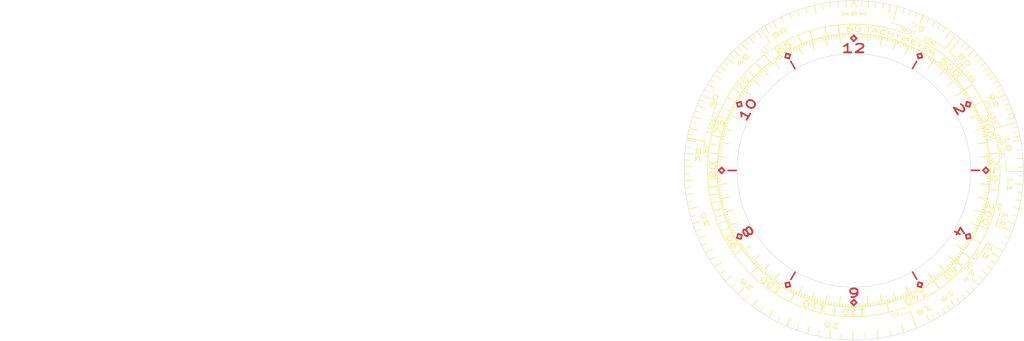
<source format=kicad_pcb>
(kicad_pcb (version 20211014) (generator pcbnew)

  (general
    (thickness 1.6)
  )

  (paper "A4")
  (layers
    (0 "F.Cu" signal)
    (31 "B.Cu" signal)
    (32 "B.Adhes" user "B.Adhesive")
    (33 "F.Adhes" user "F.Adhesive")
    (34 "B.Paste" user)
    (35 "F.Paste" user)
    (36 "B.SilkS" user "B.Silkscreen")
    (37 "F.SilkS" user "F.Silkscreen")
    (38 "B.Mask" user)
    (39 "F.Mask" user)
    (40 "Dwgs.User" user "User.Drawings")
    (41 "Cmts.User" user "User.Comments")
    (42 "Eco1.User" user "User.Eco1")
    (43 "Eco2.User" user "User.Eco2")
    (44 "Edge.Cuts" user)
    (45 "Margin" user)
    (46 "B.CrtYd" user "B.Courtyard")
    (47 "F.CrtYd" user "F.Courtyard")
    (48 "B.Fab" user)
    (49 "F.Fab" user)
    (50 "User.1" user)
    (51 "User.2" user)
    (52 "User.3" user)
    (53 "User.4" user)
    (54 "User.5" user)
    (55 "User.6" user)
    (56 "User.7" user)
    (57 "User.8" user)
    (58 "User.9" user)
  )

  (setup
    (stackup
      (layer "F.SilkS" (type "Top Silk Screen"))
      (layer "F.Paste" (type "Top Solder Paste"))
      (layer "F.Mask" (type "Top Solder Mask") (thickness 0.01))
      (layer "F.Cu" (type "copper") (thickness 0.035))
      (layer "dielectric 1" (type "core") (thickness 1.51) (material "FR4") (epsilon_r 4.5) (loss_tangent 0.02))
      (layer "B.Cu" (type "copper") (thickness 0.035))
      (layer "B.Mask" (type "Bottom Solder Mask") (thickness 0.01))
      (layer "B.Paste" (type "Bottom Solder Paste"))
      (layer "B.SilkS" (type "Bottom Silk Screen"))
      (copper_finish "None")
      (dielectric_constraints no)
    )
    (pad_to_mask_clearance 0)
    (pcbplotparams
      (layerselection 0x00010fc_ffffffff)
      (disableapertmacros false)
      (usegerberextensions false)
      (usegerberattributes true)
      (usegerberadvancedattributes true)
      (creategerberjobfile true)
      (svguseinch false)
      (svgprecision 6)
      (excludeedgelayer true)
      (plotframeref false)
      (viasonmask false)
      (mode 1)
      (useauxorigin false)
      (hpglpennumber 1)
      (hpglpenspeed 20)
      (hpglpendiameter 15.000000)
      (dxfpolygonmode true)
      (dxfimperialunits true)
      (dxfusepcbnewfont true)
      (psnegative false)
      (psa4output false)
      (plotreference true)
      (plotvalue true)
      (plotinvisibletext false)
      (sketchpadsonfab false)
      (subtractmaskfromsilk false)
      (outputformat 1)
      (mirror false)
      (drillshape 0)
      (scaleselection 1)
      (outputdirectory "output/")
    )
  )

  (net 0 "")

  (gr_line (start 200.33 84.51) (end 199.99 84.84) (layer "F.Cu") (width 0.2) (tstamp 08fbceb7-c414-4989-81e0-33f1121be8f4))
  (gr_line (start 213.249734 108.030788) (end 213.133946 107.571339) (layer "F.Cu") (width 0.2) (tstamp 0aeb96a1-5ca2-4840-a4cd-2e19fe16a641))
  (gr_line (start 192.085 86.290818) (end 191.955551 86.746606) (layer "F.Cu") (width 0.2) (tstamp 0bdf1b3d-bf41-4040-bae8-68de4adaa1e3))
  (gr_line (start 186.406606 92.544449) (end 186.866055 92.428661) (layer "F.Cu") (width 0.2) (tstamp 1733a113-55ef-434e-b69d-64a9068a0db1))
  (gr_line (start 186.290818 107.915) (end 186.746606 108.044449) (layer "F.Cu") (width 0.2) (tstamp 1a5e9dfd-11f8-4536-b5d2-2bb3c4f1e356))
  (gr_line (start 192.085 113.709182) (end 191.969212 113.249733) (layer "F.Cu") (width 0.2) (tstamp 1e0a24a2-cd3e-4f2c-a3c7-c60bbb186d82))
  (gr_line (start 184.17 100) (end 184.5 100.34) (layer "F.Cu") (width 0.2) (tstamp 20bb1f8a-e4a0-47a6-bf9b-35ead2499f69))
  (gr_line (start 208.044449 113.253394) (end 207.588661 113.123945) (layer "F.Cu") (width 0.2) (tstamp 22b6f1c1-e076-4ccc-b16d-491da2c820a5))
  (gr_line (start 184.5 100.34) (end 184.84 100.01) (layer "F.Cu") (width 0.2) (tstamp 281edcd6-3052-47c7-8a77-44cadd765540))
  (gr_line (start 207.915 113.709182) (end 207.459212 113.579733) (layer "F.Cu") (width 0.2) (tstamp 299ff6db-f60c-4c4d-9ec5-66d13d85d4a8))
  (gr_line (start 192.085 86.290818) (end 192.540788 86.420267) (layer "F.Cu") (width 0.2) (tstamp 29f47ad9-595f-4aa2-818f-37bd27535506))
  (gr_line (start 213.709182 92.085) (end 213.579733 92.540788) (layer "F.Cu") (width 0.2) (tstamp 3fce8120-f2ed-4a80-884e-c9788cd48bf1))
  (gr_line (start 207.459212 113.579734) (end 207.588661 113.123946) (layer "F.Cu") (width 0.2) (tstamp 40c72c76-7b70-4e64-a4ce-2e3f4f44b2d9))
  (gr_line (start 213.253394 91.955551) (end 213.123945 92.411339) (layer "F.Cu") (width 0.2) (tstamp 4daf06df-ef25-44ea-b6d3-1088c0714c8b))
  (gr_line (start 213.593394 107.455551) (end 213.133945 107.571339) (layer "F.Cu") (width 0.2) (tstamp 4e86f4ec-b403-448e-a56f-ba09ca255213))
  (gr_line (start 186.290818 107.915) (end 186.420267 107.459212) (layer "F.Cu") (width 0.2) (tstamp 50d66080-a861-41b5-a4a2-e0bf519da269))
  (gr_line (start 215.83 100) (end 215.49 100.33) (layer "F.Cu") (width 0.2) (tstamp 5469ed4a-6552-470a-9113-114a06f7bdb2))
  (gr_line (start 184.51 99.67) (end 184.84 100.01) (layer "F.Cu") (width 0.2) (tstamp 5690e89c-ecc5-48c4-8446-301e47538512))
  (gr_line (start 186.746606 108.044449) (end 186.876055 107.588661) (layer "F.Cu") (width 0.2) (tstamp 5b2a617f-a6fc-402c-92c4-12bb94b9728f))
  (gr_line (start 186.290818 92.085) (end 186.750267 91.969212) (layer "F.Cu") (width 0.2) (tstamp 70051b77-1cc2-4e90-8e4d-207c0c5b8b4a))
  (gr_line (start 191.969212 113.249734) (end 192.428661 113.133946) (layer "F.Cu") (width 0.2) (tstamp 742a19f0-bce9-4ae9-907a-c3a0f753bb5b))
  (gr_line (start 200 115.83) (end 200.34 115.5) (layer "F.Cu") (width 0.2) (tstamp 7a194ff5-cc14-44de-bbf3-e75a723315d5))
  (gr_line (start 207.455551 86.406606) (end 207.571339 86.866055) (layer "F.Cu") (width 0.2) (tstamp 7b857543-cd43-4bcf-be41-4cf636be6872))
  (gr_line (start 208.030788 86.750266) (end 207.571339 86.866054) (layer "F.Cu") (width 0.2) (tstamp 7d6105fc-67fd-4ac2-9f63-337180167044))
  (gr_line (start 213.709182 92.085) (end 213.253394 91.955551) (layer "F.Cu") (width 0.2) (tstamp 8009a24c-e5f0-4a4c-af37-9950b91b823d))
  (gr_line (start 199.66 84.5) (end 199.99 84.84) (layer "F.Cu") (width 0.2) (tstamp 8265c234-ae01-4e94-a9a1-50a215bdc6c0))
  (gr_line (start 200 84.17) (end 200.33 84.51) (layer "F.Cu") (width 0.2) (tstamp 88c45615-6c28-44f0-b6cc-9de877d462e5))
  (gr_line (start 207.915 113.709182) (end 208.044449 113.253394) (layer "F.Cu") (width 0.2) (tstamp 8a29a3e1-35ae-4463-b58d-0ac071309b41))
  (gr_line (start 215.83 100) (end 215.5 99.66) (layer "F.Cu") (width 0.2) (tstamp 9594bfb0-ce89-4f8f-9dac-d8977db9df79))
  (gr_line (start 186.420266 107.459212) (end 186.876054 107.588661) (layer "F.Cu") (width 0.2) (tstamp 9a1940e5-366e-4516-8de1-25e1e15b12d2))
  (gr_line (start 200.34 115.5) (end 200.01 115.16) (layer "F.Cu") (width 0.2) (tstamp 9d96282e-d8d7-41ec-b034-dc8f4dce5813))
  (gr_line (start 192.544449 113.593394) (end 192.428661 113.133945) (layer "F.Cu") (width 0.2) (tstamp a0aeb46e-b393-48e7-b8c3-753ab2ddf40a))
  (gr_line (start 213.579734 92.540788) (end 213.123946 92.411339) (layer "F.Cu") (width 0.2) (tstamp a125ee67-584b-4ecd-a333-f63e09e24072))
  (gr_line (start 200 115.83) (end 199.67 115.49) (layer "F.Cu") (width 0.2) (tstamp ad4cc648-de6b-433e-8d69-7e1293c74af3))
  (gr_line (start 215.5 99.66) (end 215.16 99.99) (layer "F.Cu") (width 0.2) (tstamp ae16e72c-a6fe-4e4b-95e2-d5f765c5634f))
  (gr_line (start 184.17 100) (end 184.51 99.67) (layer "F.Cu") (width 0.2) (tstamp af42e15c-ca59-49b4-b2ff-c20884553b3a))
  (gr_line (start 215.49 100.33) (end 215.16 99.99) (layer "F.Cu") (width 0.2) (tstamp afe35b2d-0374-435b-a7aa-d6f2b2294946))
  (gr_line (start 213.709182 107.915) (end 213.593394 107.455551) (layer "F.Cu") (width 0.2) (tstamp b274cc14-d87c-4d4d-80f9-77617e754c65))
  (gr_line (start 207.915 86.290818) (end 207.455551 86.406606) (layer "F.Cu") (width 0.2) (tstamp b958f41c-6565-440f-b03f-658af04325a1))
  (gr_line (start 207.915 86.290818) (end 208.030788 86.750267) (layer "F.Cu") (width 0.2) (tstamp c7c83d35-d635-4b3b-b46f-d7d886c6795a))
  (gr_line (start 186.290818 92.085) (end 186.406606 92.544449) (layer "F.Cu") (width 0.2) (tstamp c9470dc9-3095-45d8-b826-dbec3ba88c56))
  (gr_line (start 213.709182 107.915) (end 213.249733 108.030788) (layer "F.Cu") (width 0.2) (tstamp cdb7c049-c062-4545-8d86-0a6ccc796ca3))
  (gr_line (start 192.085 113.709182) (end 192.544449 113.593394) (layer "F.Cu") (width 0.2) (tstamp d4331713-b75c-4326-bc8b-e8a0b97c7a46))
  (gr_line (start 191.955551 86.746606) (end 192.411339 86.876055) (layer "F.Cu") (width 0.2) (tstamp d4727125-df92-4d68-896e-ee03b3ef7be7))
  (gr_line (start 192.540788 86.420266) (end 192.411339 86.876054) (layer "F.Cu") (width 0.2) (tstamp d76d95b8-6cda-4ab8-81b9-23fcbf5b4db2))
  (gr_line (start 186.750266 91.969212) (end 186.866054 92.428661) (layer "F.Cu") (width 0.2) (tstamp da990748-1360-49bb-8d24-c68bb4abb60c))
  (gr_line (start 199.67 115.49) (end 200.01 115.16) (layer "F.Cu") (width 0.2) (tstamp e71b1f27-719f-4ccb-9025-411bcaeaedbc))
  (gr_line (start 200 84.17) (end 199.66 84.5) (layer "F.Cu") (width 0.2) (tstamp f8b48178-c190-4fb3-8098-8a76aa378ae9))
  (gr_line (start 215.490722 100.33) (end 215.160722 99.99) (layer "F.Paste") (width 0.2) (tstamp 02d25eb3-ac5f-47c6-8925-c94ca7b203d5))
  (gr_line (start 184.169278 100) (end 184.509278 99.67) (layer "F.Paste") (width 0.2) (tstamp 03d13dc0-5a5f-4ac0-bc1e-fc432af7cff9))
  (gr_line (start 192.544088 113.594019) (end 192.4283 113.13457) (layer "F.Paste") (width 0.2) (tstamp 05faf568-6ad9-4894-bd14-9a3cc6f3e6d6))
  (gr_line (start 192.540427 86.419641) (end 192.410978 86.875429) (layer "F.Paste") (width 0.2) (tstamp 0d3335f8-75d5-4e33-aba0-58d7750fb017))
  (gr_line (start 186.290193 107.915361) (end 186.745981 108.04481) (layer "F.Paste") (width 0.2) (tstamp 13a8d28a-1be1-4e1b-b2db-fce7d920759d))
  (gr_line (start 215.830722 100) (end 215.500722 99.66) (layer "F.Paste") (width 0.2) (tstamp 19b96f6f-7158-4e13-b8fb-2d4f5341c316))
  (gr_line (start 207.915361 113.709807) (end 208.04481 113.254019) (layer "F.Paste") (width 0.2) (tstamp 1d9c49ff-aa76-4fd8-af3c-7102efb1edd4))
  (gr_line (start 199.66 84.499278) (end 199.99 84.839278) (layer "F.Paste") (width 0.2) (tstamp 38a6d89d-9e3f-4ef2-a0f8-23f28109f1ca))
  (gr_line (start 207.915361 86.290193) (end 207.455912 86.405981) (layer "F.Paste") (width 0.2) (tstamp 39f7eb8b-2668-426d-9ef1-485152b33fd3))
  (gr_line (start 213.594019 107.455912) (end 213.13457 107.5717) (layer "F.Paste") (width 0.2) (tstamp 3c9d7f31-45d5-48e1-b869-1d3ae3594877))
  (gr_line (start 200 84.169278) (end 200.33 84.509278) (layer "F.Paste") (width 0.2) (tstamp 3cafc8d6-2347-41a2-9113-3299d835d6c9))
  (gr_line (start 191.968851 113.250359) (end 192.4283 113.134571) (layer "F.Paste") (width 0.2) (tstamp 40be982a-05c8-4221-ad9a-ab0c74e9a7b8))
  (gr_line (start 186.290193 107.915361) (end 186.419642 107.459573) (layer "F.Paste") (width 0.2) (tstamp 4880fc30-78ba-4673-aa3d-39d544f43da6))
  (gr_line (start 200 115.830722) (end 199.67 115.490722) (layer "F.Paste") (width 0.2) (tstamp 570a23dc-9caf-40a7-92aa-bdbc34ad0db5))
  (gr_line (start 200 115.830722) (end 200.34 115.500722) (layer "F.Paste") (width 0.2) (tstamp 58c11ac3-9be3-4afb-9bfe-44998b6488b0))
  (gr_line (start 184.499278 100.34) (end 184.839278 100.01) (layer "F.Paste") (width 0.2) (tstamp 6327ae4e-55a2-462b-aae0-8e28d0712266))
  (gr_line (start 213.580359 92.540427) (end 213.124571 92.410978) (layer "F.Paste") (width 0.2) (tstamp 677c8f21-c35d-41ce-9106-42fee74ba3ad))
  (gr_line (start 192.084639 86.290193) (end 192.540427 86.419642) (layer "F.Paste") (width 0.2) (tstamp 695b1463-7d78-4313-9844-998c46ed2064))
  (gr_line (start 186.745981 108.04481) (end 186.87543 107.589022) (layer "F.Paste") (width 0.2) (tstamp 6aa86cae-b24e-4f72-a905-1ffb889b5e40))
  (gr_line (start 200.33 84.509278) (end 199.99 84.839278) (layer "F.Paste") (width 0.2) (tstamp 6db31062-d3b1-4141-b289-c1d6ab705c62))
  (gr_line (start 184.169278 100) (end 184.499278 100.34) (layer "F.Paste") (width 0.2) (tstamp 748b6a59-b981-434d-8e40-c3cb16622a30))
  (gr_line (start 207.459573 113.580359) (end 207.589022 113.124571) (layer "F.Paste") (width 0.2) (tstamp 75e7e9be-09dc-422a-aa90-7cc9c29eff87))
  (gr_line (start 213.709807 92.084639) (end 213.580358 92.540427) (layer "F.Paste") (width 0.2) (tstamp 789579b5-642f-4c0d-9d8d-87da74a1633b))
  (gr_line (start 200 84.169278) (end 199.66 84.499278) (layer "F.Paste") (width 0.2) (tstamp 82b0742c-d58d-4f93-802f-1960667b330f))
  (gr_line (start 215.500722 99.66) (end 215.160722 99.99) (layer "F.Paste") (width 0.2) (tstamp 89a5073a-faae-42e1-b443-578b522ef7f7))
  (gr_line (start 186.749641 91.968851) (end 186.865429 92.4283) (layer "F.Paste") (width 0.2) (tstamp 93c2d895-9d70-4585-aa72-ebf119927d2c))
  (gr_line (start 207.915361 113.709807) (end 207.459573 113.580358) (layer "F.Paste") (width 0.2) (tstamp 95f6372d-5d4d-457d-8a6e-8adf3652204c))
  (gr_line (start 186.405981 92.544088) (end 186.86543 92.4283) (layer "F.Paste") (width 0.2) (tstamp 9d9b878e-6b8a-4dff-a21b-25045d9ac66c))
  (gr_line (start 186.290193 92.084639) (end 186.749642 91.968851) (layer "F.Paste") (width 0.2) (tstamp a118f63f-5d47-459a-a8a9-4af6bb06de22))
  (gr_line (start 207.915361 86.290193) (end 208.031149 86.749642) (layer "F.Paste") (width 0.2) (tstamp a3f7397e-6394-4d66-9975-79ccdf80e1a5))
  (gr_line (start 192.084639 113.709807) (end 191.968851 113.250358) (layer "F.Paste") (width 0.2) (tstamp ab0e5f34-dd6c-47e5-b30d-03b54134f0e8))
  (gr_line (start 207.455912 86.405981) (end 207.5717 86.86543) (layer "F.Paste") (width 0.2) (tstamp ad537b8d-8a03-442f-b6a3-f75322e635db))
  (gr_line (start 186.290193 92.084639) (end 186.405981 92.544088) (layer "F.Paste") (width 0.2) (tstamp af2d3935-9a26-46e7-b4e1-6d6bba5239ae))
  (gr_line (start 208.04481 113.254019) (end 207.589022 113.12457) (layer "F.Paste") (width 0.2) (tstamp afbbc0a7-eb24-4700-be5b-b32aaf83aec2))
  (gr_line (start 191.95519 86.745981) (end 192.410978 86.87543) (layer "F.Paste") (width 0.2) (tstamp b7eab53d-4572-4f31-88e8-c6d7e57e3168))
  (gr_line (start 213.709807 92.084639) (end 213.254019 91.95519) (layer "F.Paste") (width 0.2) (tstamp b9ce7e03-5c5e-4cd0-b91b-b3622e0882cd))
  (gr_line (start 186.419641 107.459573) (end 186.875429 107.589022) (layer "F.Paste") (width 0.2) (tstamp bd8db2e1-0da3-4587-9249-9a0dc58c02cd))
  (gr_line (start 213.254019 91.95519) (end 213.12457 92.410978) (layer "F.Paste") (width 0.2) (tstamp c41e5ce8-b17c-43a5-ad16-04a5364f5127))
  (gr_line (start 199.67 115.490722) (end 200.01 115.160722) (layer "F.Paste") (width 0.2) (tstamp c6bef4e9-fb01-463a-8f20-83791c3cb1aa))
  (gr_line (start 192.084639 86.290193) (end 191.95519 86.745981) (layer "F.Paste") (width 0.2) (tstamp d3b9286e-3dd3-478f-ba62-53b412c335ea))
  (gr_line (start 213.250359 108.031149) (end 213.134571 107.5717) (layer "F.Paste") (width 0.2) (tstamp d5211b03-a3e1-49c6-8049-cd0c32c15f4a))
  (gr_line (start 215.830722 100) (end 215.490722 100.33) (layer "F.Paste") (width 0.2) (tstamp dd1c72f6-b00b-4857-82e9-0ff25c992b06))
  (gr_line (start 184.509278 99.67) (end 184.839278 100.01) (layer "F.Paste") (width 0.2) (tstamp e3be1e76-5b4c-445e-a417-6174cf9a3a4e))
  (gr_line (start 213.709807 107.915361) (end 213.250358 108.031149) (layer "F.Paste") (width 0.2) (tstamp e83117af-a16c-4f18-a5d9-7445d155402c))
  (gr_line (start 208.031149 86.749641) (end 207.5717 86.865429) (layer "F.Paste") (width 0.2) (tstamp eec688cd-bd9b-4326-81ff-1a2946baefa3))
  (gr_line (start 192.084639 113.709807) (end 192.544088 113.594019) (layer "F.Paste") (width 0.2) (tstamp ef3cb6b2-f5eb-4c13-bca7-b8f95d015405))
  (gr_line (start 213.709807 107.915361) (end 213.594019 107.455912) (layer "F.Paste") (width 0.2) (tstamp f1335ff0-66bc-48fc-b689-74e990d27c91))
  (gr_line (start 200.34 115.500722) (end 200.01 115.160722) (layer "F.Paste") (width 0.2) (tstamp f79f1ad7-a06a-422b-8ee8-0ff6c57d28fb))
  (gr_line (start 184.773585 95.052638) (end 185.791215 95.383286) (layer "F.SilkS") (width 0.12) (tstamp 0004992d-5c5e-4f64-be3c-8f21a72cfbb4))
  (gr_line (start 195.052638 115.226415) (end 195.383286 114.208785) (layer "F.SilkS") (width 0.12) (tstamp 009f2547-91f3-427e-b0d0-e123408d2a63))
  (gr_line (start 185.114278 105.893674) (end 185.421104 105.772193) (layer "F.SilkS") (width 0.12) (tstamp 014a0780-13f8-492b-beb2-4932c3683069))
  (gr_line (start 197.993415 84.116244) (end 198.034775 84.443642) (layer "F.SilkS") (width 0.12) (tstamp 02cc5577-e1fd-479f-9b50-e2e2573af4b6))
  (gr_line (start 195.052638 84.773585) (end 195.383286 85.791215) (layer "F.SilkS") (width 0.12) (tstamp 03468f09-eef5-4eb5-b15a-2c771b464ac4))
  (gr_line (start 197.661211 115.83825) (end 197.709418 115.51179) (layer "F.SilkS") (width 0.12) (tstamp 0387f235-e051-4fd9-ac83-9d24086775a5))
  (gr_line (start 184.880534 94.734845) (end 185.192178 94.843371) (layer "F.SilkS") (width 0.12) (tstamp 0398df27-c1a6-48bd-893e-d36694a0c61e))
  (gr_line (start 208.859799 113.335069) (end 208.67718 113.060205) (layer "F.SilkS") (width 0.12) (tstamp 03d5f3f7-cd48-4b09-877d-316c5a25b090))
  (gr_line (start 215.953851 98.660318) (end 215.625008 98.687932) (layer "F.SilkS") (width 0.12) (tstamp 0473c7be-f5e8-4eae-9ce9-fe2660f55c17))
  (gr_line (start 215.995957 99.329571) (end 215.666246 99.34339) (layer "F.SilkS") (width 0.12) (tstamp 04f55b8b-862a-4d29-806d-8b9668585d4d))
  (gr_line (start 202.669968 84.214203) (end 202.614934 84.539582) (layer "F.SilkS") (width 0.12) (tstamp 0504866e-7180-4910-9e0d-01f15ad05aa4))
  (gr_line (start 187.453068 90.055424) (end 187.711687 90.260403) (layer "F.SilkS") (width 0.12) (tstamp 053cf5ba-b2c5-4730-8eb3-b01aa8e318cf))
  (gr_line (start 187.247556 109.679632) (end 187.510411 109.480114) (layer "F.SilkS") (width 0.12) (tstamp 06500f37-7c4a-4e38-9442-b5427398539c))
  (gr_line (start 184.214203 102.669968) (end 184.539582 102.614934) (layer "F.SilkS") (width 0.12) (tstamp 087ddaa9-dba5-4686-9290-451509bf474e))
  (gr_line (start 184.077704 101.673501) (end 184.405896 101.639007) (layer "F.SilkS") (width 0.12) (tstamp 08aea612-9c93-4e60-88dd-a0f3c67acc5e))
  (gr_circle (center 200 100) (end 217.15 99.99) (layer "F.SilkS") (width 0.1) (fill none) (tstamp 08e58b54-74de-4320-9ee7-d4bfa58ddc75))
  (gr_line (start 196.671334 84.339857) (end 196.8938 85.386475) (layer "F.SilkS") (width 0.12) (tstamp 09099e72-5d06-4291-90c6-d7da1d937840))
  (gr_line (start 215.785797 102.669968) (end 215.460418 102.614934) (layer "F.SilkS") (width 0.12) (tstamp 091f90b4-0d19-40e2-835b-83c4b419d3a0))
  (gr_line (start 184.116244 97.993415) (end 184.443642 98.034775) (layer "F.SilkS") (width 0.12) (tstamp 0a9c0d95-1168-472a-82ae-4d98077efe53))
  (gr_line (start 214.486281 93.183274) (end 214.187688 93.323781) (layer "F.SilkS") (width 0.12) (tstamp 0b257f26-4737-4a93-a9ad-0a084f35352e))
  (gr_line (start 186.48231 108.578587) (end 186.760938 108.401764) (layer "F.SilkS") (width 0.12) (tstamp 0b472fda-85e2-4078-b16b-3115a84b2b9f))
  (gr_line (start 184.273581 97.000025) (end 184.597736 97.061861) (layer "F.SilkS") (width 0.12) (tstamp 0c0d571a-4d98-4f1e-8434-8be2bb53c13d))
  (gr_line (start 214.625863 106.511854) (end 214.324393 106.377631) (layer "F.SilkS") (width 0.12) (tstamp 0c379fb9-c691-481d-894d-411b192d6c76))
  (gr_line (start 205.893674 85.114278) (end 205.772193 85.421104) (layer "F.SilkS") (width 0.12) (tstamp 0cc1d804-0c11-4986-8a67-8e7549199eac))
  (gr_line (start 210.461264 87.880509) (end 210.245635 88.130317) (layer "F.SilkS") (width 0.12) (tstamp 0dc5de63-bc92-4e33-afdc-236f3f7d8a51))
  (gr_line (start 207.118609 85.659655) (end 206.971879 85.95524) (layer "F.SilkS") (width 0.12) (tstamp 0e92f21f-9fe6-4786-9e3d-daf0e9b23a8f))
  (gr_line (start 201.005276 84.021592) (end 200.984555 84.350941) (layer "F.SilkS") (width 0.12) (tstamp 0f34d353-f24b-4b96-a4b4-bbded9dc997e))
  (gr_line (start 211.55 84.62) (end 210.74 85.695) (layer "F.SilkS") (width 0.1) (tstamp 10106f73-449c-4fd9-957a-82144b0207dc))
  (gr_line (start 209.410442 112.952362) (end 208.781512 112.086714) (layer "F.SilkS") (width 0.12) (tstamp 1185de33-615f-479a-b770-642484acfa44))
  (gr_line (start 214.759029 93.795875) (end 214.454814 93.923755) (layer "F.SilkS") (width 0.12) (tstamp 1416b43f-c74e-41ab-a1fb-12d1ff35d042))
  (gr_line (start 215.883756 97.993415) (end 215.556358 98.034775) (layer "F.SilkS") (width 0.12) (tstamp 1665c68c-4b0d-42c9-95d2-49438fff63a4))
  (gr_line (start 189.538736 87.880509) (end 189.754365 88.130317) (layer "F.SilkS") (width 0.12) (tstamp 1a70bda7-7dae-48a8-8915-275440fefb43))
  (gr_line (start 215.883756 102.006585) (end 215.556358 101.965225) (layer "F.SilkS") (width 0.12) (tstamp 1c944491-4941-4a6d-8bd3-82693461716d))
  (gr_line (start 209.944576 112.546932) (end 209.739597 112.288313) (layer "F.SilkS") (width 0.12) (tstamp 1cbbd1de-cd9e-4af7-9956-c571cd1331d4))
  (gr_line (start 188.102251 89.287219) (end 188.347489 89.508032) (layer "F.SilkS") (width 0.12) (tstamp 1d082565-60c7-4f5c-a294-fec660499ce7))
  (gr_line (start 190.055424 112.546932) (end 190.260403 112.288313) (layer "F.SilkS") (width 0.12) (tstamp 1d5a399c-5859-47de-8fd5-6d0af86fd0a2))
  (gr_line (start 191.140201 113.335069) (end 191.32282 113.060205) (layer "F.SilkS") (width 0.12) (tstamp 1e84c99f-5962-4bd3-a339-99662ae82fc9))
  (gr_line (start 212.546932 109.944576) (end 212.288313 109.739597) (layer "F.SilkS") (width 0.12) (tstamp 1ebd2aae-aa61-429d-a1e2-2caca6bf481d))
  (gr_line (start 207.118609 114.340345) (end 206.971879 114.04476) (layer "F.SilkS") (width 0.12) (tstamp 1f443161-5825-4a61-87cc-485003ce608c))
  (gr_line (start 210.712781 111.897749) (end 209.996811 111.102584) (layer "F.SilkS") (width 0.12) (tstamp 211994af-eb74-402b-bbb9-a759d4d9f87a))
  (gr_line (start 193.488146 114.625863) (end 193.622369 114.324393) (layer "F.SilkS") (width 0.12) (tstamp 2281c6c1-9004-4da3-90b7-7a1f1d60cc34))
  (gr_line (start 206.511854 114.625863) (end 206.076646 113.648369) (layer "F.SilkS") (width 0.12) (tstamp 22fc74f6-2196-420b-b07d-c030d828decb))
  (gr_line (start 203.328666 115.660143) (end 203.1062 114.613525) (layer "F.SilkS") (width 0.12) (tstamp 236568fb-9039-4b8d-a5a2-29648caf4bb8))
  (gr_line (start 184.339857 103.328666) (end 184.662646 103.260055) (layer "F.SilkS") (width 0.12) (tstamp 24be7fd3-0204-4465-ac1f-7a424d273a28))
  (gr_line (start 212.335917 110.205158) (end 212.081648 109.994808) (layer "F.SilkS") (width 0.12) (tstamp 254196f9-b870-4bd2-a473-2aba62755452))
  (gr_line (start 184.077704 98.326499) (end 184.405896 98.360993) (layer "F.SilkS") (width 0.12) (tstamp 255dda04-7a46-4555-8e2c-a93e7ec67bde))
  (gr_line (start 184.673315 95.372601) (end 184.98923 95.467981) (layer "F.SilkS") (width 0.12) (tstamp 259b814e-9f89-4988-9543-991152cadf30))
  (gr_line (start 184.16175 102.338789) (end 184.48821 102.290582) (layer "F.SilkS") (width 0.12) (tstamp 270787db-c266-492f-aca4-047a539adaec))
  (gr_line (start 208.859799 86.664931) (end 208.67718 86.939795) (layer "F.SilkS") (width 0.12) (tstamp 2709292c-017e-4341-9058-c4f840e0488d))
  (gr_line (start 185.240971 106.204125) (end 185.545186 106.076245) (layer "F.SilkS") (width 0.12) (tstamp 274f3a78-a6b5-436f-ab8c-8e04de2fae37))
  (gr_line (start 215.83825 97.661211) (end 215.51179 97.709418) (layer "F.SilkS") (width 0.12) (tstamp 2818fffe-b2d3-4823-8a4a-06df77f595b7))
  (gr_line (start 202.669968 115.785797) (end 202.614934 115.460418) (layer "F.SilkS") (width 0.12) (tstamp 28f863b0-d2d9-4909-87b8-4359cd1df930))
  (gr_line (start 189.287219 88.102251) (end 190.003189 88.897416) (layer "F.SilkS") (width 0.12) (tstamp 291a05de-2cb2-438b-8ace-06a055855337))
  (gr_line (start 201.673501 115.922296) (end 201.639007 115.594104) (layer "F.SilkS") (width 0.12) (tstamp 297f09c5-3a86-4c82-9180-f74ea58f69c2))
  (gr_line (start 184.021592 98.994724) (end 184.350941 99.015445) (layer "F.SilkS") (width 0.12) (tstamp 29e1f82a-2d8b-49f3-8501-ecdc5d962648))
  (gr_line (start 208.578587 86.48231) (end 208.401764 86.760938) (layer "F.SilkS") (width 0.12) (tstamp 29f6664a-0f9c-4c23-8a6d-b2b214f8c241))
  (gr_line (start 184.273581 102.999975) (end 184.597736 102.938139) (layer "F.SilkS") (width 0.12) (tstamp 2aa7ba34-ead1-48d8-bcd2-04e30e4eb3e2))
  (gr_line (start 188.561292 88.79839) (end 188.797068 89.029279) (layer "F.SilkS") (width 0.12) (tstamp 2b41e702-8ce6-4e30-aa74-16a72686cfb0))
  (gr_line (start 212.952362 109.410442) (end 212.086714 108.781512) (layer "F.SilkS") (width 0.12) (tstamp 2c0ccef2-06a0-46f3-b36a-35a5c53124a3))
  (gr_line (start 191.421413 113.51769) (end 191.598236 113.239062) (layer "F.SilkS") (width 0.12) (tstamp 2d240fc3-83d8-4c5a-b717-a58f9d1eacc0))
  (gr_line (start 187.047638 90.589558) (end 187.913286 91.218488) (layer "F.SilkS") (width 0.12) (tstamp 2d87b614-8306-462a-839d-94c0bb35ba15))
  (gr_line (start 190.17 85.06) (end 189.73 85.37) (layer "F.SilkS") (width 0.1) (tstamp 2dbeb40f-b68a-4219-8d14-591122903ae7))
  (gr_line (start 211.20161 111.438708) (end 210.970721 111.202932) (layer "F.SilkS") (width 0.12) (tstamp 2e47c6a7-02c8-4cfb-a1e8-abeb8a189294))
  (gr_line (start 194.106326 114.885722) (end 194.227807 114.578896) (layer "F.SilkS") (width 0.12) (tstamp 2edb9340-2253-4d7e-b417-9e3c4c9ce3ae))
  (gr_line (start 185.513719 106.816726) (end 185.812312 106.676219) (layer "F.SilkS") (width 0.12) (tstamp 2f5e5a70-76b1-4186-b9fe-f38c332da80e))
  (gr_line (start 215.978408 101.005276) (end 215.649059 100.984555) (layer "F.SilkS") (width 0.12) (tstamp 2fe4db4e-6312-49eb-b4be-ff3f6a71668c))
  (gr_line (start 213.335069 108.859799) (end 213.060205 108.67718) (layer "F.SilkS") (width 0.12) (tstamp 30ec0636-99ab-4e7d-b495-bccf839b2915))
  (gr_line (start 191.140201 86.664931) (end 191.32282 86.939795) (layer "F.SilkS") (width 0.12) (tstamp 31d6e2ec-6bad-4bab-b6b4-d4e943b99672))
  (gr_line (start 184.994115 94.419362) (end 185.303418 94.534391) (layer "F.SilkS") (width 0.12) (tstamp 35aadece-b63c-48e4-a4b2-6d1b662ef8d5))
  (gr_line (start 201.339682 84.046149) (end 201.312068 84.374992) (layer "F.SilkS") (width 0.12) (tstamp 35b6d627-4105-44c5-af89-4ac1683d774e))
  (gr_line (start 187.880509 110.461264) (end 188.130317 110.245635) (layer "F.SilkS") (width 0.12) (tstamp 35c54c97-e966-4823-aa4c-136b093ea73a))
  (gr_line (start 200.670429 84.004043) (end 200.65661 84.333754) (layer "F.SilkS") (width 0.12) (tstamp 35f9d886-2739-4a3d-a210-dfa1ef4b3a1f))
  (gr_line (start 197.993415 115.883756) (end 198.034775 115.556358) (layer "F.SilkS") (width 0.12) (tstamp 3684da7c-90c7-47ea-a788-32ea8cece70d))
  (gr_line (start 211.897749 89.287219) (end 211.102584 90.003189) (layer "F.SilkS") (width 0.12) (tstamp 37380a21-0cd2-438e-8f84-77acad6a039e))
  (gr_line (start 215.69 108.52) (end 214.9 109.78) (layer "F.SilkS") (width 0.12) (tstamp 37a2749c-dc21-444c-8833-f5b8b7c5777e))
  (gr_line (start 198.994724 115.978408) (end 199.015445 115.649059) (layer "F.SilkS") (width 0.12) (tstamp 3892951e-ab48-4569-b85e-66b511672f9f))
  (gr_line (start 193.488146 114.625863) (end 193.923354 113.648369) (layer "F.SilkS") (width 0.12) (tstamp 391b60aa-effd-4ec3-b895-ed4bed3dea57))
  (gr_line (start 184.994115 105.580638) (end 185.303418 105.465609) (layer "F.SilkS") (width 0.12) (tstamp 3944c87f-0844-481a-9dc2-004d9d68aebe))
  (gr_line (start 184 92.02) (end 183.62 92.87) (layer "F.SilkS") (width 0.12) (tstamp 395008ed-4f71-42a6-8b01-24fe89904474))
  (gr_line (start 215.005885 105.580638) (end 214.696582 105.465609) (layer "F.SilkS") (width 0.12) (tstamp 39dd69e4-42c8-49f8-a9c4-dbed053ab4a3))
  (gr_line (start 215.83825 102.338789) (end 215.51179 102.290582) (layer "F.SilkS") (width 0.12) (tstamp 39f9c08d-cd2c-417f-b1df-550d57b76857))
  (gr_line (start 212.335917 89.794842) (end 212.081648 90.005192) (layer "F.SilkS") (width 0.12) (tstamp 3a21bc4c-bf02-4ce2-8bd6-3b4b62a93d90))
  (gr_line (start 189.538736 112.119491) (end 189.754365 111.869683) (layer "F.SilkS") (width 0.12) (tstamp 3ab141a0-0296-4c4b-80c2-24219b7827a0))
  (gr_line (start 184.492984 103.981525) (end 184.812616 103.899457) (layer "F.SilkS") (width 0.12) (tstamp 3ae4caa2-2506-4e75-81f4-7ebc7b27bc18))
  (gr_line (start 198.326499 84.077704) (end 198.438344 85.141842) (layer "F.SilkS") (width 0.12) (tstamp 3b84835e-dc50-44b8-a083-ac257ae27fac))
  (gr_line (start 188.102251 89.287219) (end 188.897416 90.003189) (layer "F.SilkS") (width 0.12) (tstamp 3c68a850-1018-485e-920b-ee757599baba))
  (gr_line (start 184.077704 98.326499) (end 185.141842 98.438344) (layer "F.SilkS") (width 0.12) (tstamp 3c9b4222-021e-470f-83e5-7b8fd299cd84))
  (gr_line (start 185.240971 93.795875) (end 185.545186 93.923755) (layer "F.SilkS") (width 0.12) (tstamp 3cc51157-45be-4b78-a34d-5063b168a23a))
  (gr_line (start 187.664083 89.794842) (end 187.918352 90.005192) (layer "F.SilkS") (width 0.12) (tstamp 3d1381a9-0a98-45fd-a03b-9c7e2f7381b3))
  (gr_line (start 185.374137 93.488146) (end 185.675607 93.622369) (layer "F.SilkS") (width 0.12) (tstamp 3ee9e43f-b024-4606-8fa0-030dc07223f4))
  (gr_line (start 207.41737 114.188119) (end 207.264482 113.895672) (layer "F.SilkS") (width 0.12) (tstamp 3f574228-ad43-4f81-8cc8-8df5e1a43f40))
  (gr_line (start 185.513719 93.183274) (end 185.812312 93.323781) (layer "F.SilkS") (width 0.12) (tstamp 402c3a5e-86a3-448e-8155-689619b71f12))
  (gr_line (start 201.673501 84.077704) (end 201.639007 84.405896) (layer "F.SilkS") (width 0.12) (tstamp 40547628-27a2-4ee9-9628-16376c52fb30))
  (gr_line (start 203.328666 84.339857) (end 203.1062 85.386475) (layer "F.SilkS") (width 0.12) (tstamp 40d21fcb-037e-4e4a-9935-e915626daed1))
  (gr_line (start 192.881391 85.659655) (end 193.028121 85.95524) (layer "F.SilkS") (width 0.12) (tstamp 41a8d159-1a6f-4cba-8a8d-d24d4eb69788))
  (gr_line (start 185.659655 107.118609) (end 185.95524 106.971879) (layer "F.SilkS") (width 0.12) (tstamp 42333596-163a-417f-a80c-875ab66daaa9))
  (gr_line (start 212.546932 90.055424) (end 212.288313 90.260403) (layer "F.SilkS") (width 0.12) (tstamp 4337c999-0aeb-4f41-8a65-884e99bba193))
  (gr_line (start 215.326685 104.627399) (end 215.01077 104.532019) (layer "F.SilkS") (width 0.12) (tstamp 4339123e-5997-4b1b-b355-11429a7812df))
  (gr_line (start 188.329212 89.040401) (end 188.569772 89.266302) (layer "F.SilkS") (width 0.12) (tstamp 4428b68e-9e55-4de2-b563-01c5e1f53c4e))
  (gr_line (start 212.752444 90.320368) (end 212.489589 90.519886) (layer "F.SilkS") (width 0.12) (tstamp 451a89e1-ff2c-4f98-a7c2-ef412e13f0c8))
  (gr_line (start 190.862876 86.853401) (end 191.051211 87.12438) (layer "F.SilkS") (width 0.12) (tstamp 459f79e6-cfb9-495d-b944-b6b64c272b6f))
  (gr_line (start 211.897749 89.287219) (end 211.652511 89.508032) (layer "F.SilkS") (width 0.12) (tstamp 477131f5-1345-4dc8-aee7-4b1ce08a729a))
  (gr_line (start 188.102251 110.712781) (end 188.347489 110.491968) (layer "F.SilkS") (width 0.12) (tstamp 47cf43a4-2785-4a32-bc88-f986b4572944))
  (gr_line (start 214.340345 92.881391) (end 214.04476 93.028121) (layer "F.SilkS") (width 0.12) (tstamp 48062f65-1032-4e77-b6d6-c23e27c1f2e7))
  (gr_line (start 200 80.18) (end 199.64 80.81) (layer "F.SilkS") (width 0.12) (tstamp 486f8657-8b69-43b4-a0e9-8a4c78506e33))
  (gr_line (start 195.694594 115.420233) (end 195.783338 115.102389) (layer "F.SilkS") (width 0.12) (tstamp 4876d72b-35ad-4895-bbdf-2aabf98cf997))
  (gr_line (start 184.579767 95.694594) (end 184.897611 95.783338) (layer "F.SilkS") (width 0.12) (tstamp 48d05653-364d-4c17-b40f-0153ca4b157b))
  (gr_line (start 206.511854 85.374137) (end 206.076646 86.351631) (layer "F.SilkS") (width 0.12) (tstamp 48d0d96c-d39f-4206-8254-694da7203447))
  (gr_line (start 196.671334 84.339857) (end 196.739945 84.662646) (layer "F.SilkS") (width 0.12) (tstamp 4b186b3d-3ca9-4226-a42a-8c3d40b4c5ef))
  (gr_line (start 218.46 94.53) (end 217.126469 94.928421) (layer "F.SilkS") (width 0.1) (tstamp 4b4f3c73-97a3-4641-b775-d7c12efe8c49))
  (gr_line (start 198.326499 115.922296) (end 198.360993 115.594104) (layer "F.SilkS") (width 0.12) (tstamp 4c6a5bf5-0b6f-4bce-bc4e-2b5ffa57d15e))
  (gr_line (start 186.48231 91.421413) (end 186.760938 91.598236) (layer "F.SilkS") (width 0.12) (tstamp 4cddb70f-77bb-4397-bd83-399470ca776a))
  (gr_line (start 204.947362 84.773585) (end 204.845386 85.087434) (layer "F.SilkS") (width 0.12) (tstamp 4d46e8d5-54cf-471f-81c9-00be287ad02b))
  (gr_line (start 190.320368 87.247556) (end 190.519886 87.510411) (layer "F.SilkS") (width 0.12) (tstamp 4d97e1bb-af0f-4ac9-ba8c-3d4485a63be7))
  (gr_line (start 184.046149 101.339682) (end 184.374992 101.312068) (layer "F.SilkS") (width 0.12) (tstamp 4f832fd3-2169-4fc8-be9a-6914e0e5267e))
  (gr_line (start 209.679632 112.752444) (end 209.480114 112.489589) (layer "F.SilkS") (width 0.12) (tstamp 4f8f85f6-47a2-46e0-822e-224081d97b56))
  (gr_line (start 207.41737 85.811881) (end 207.264482 86.104328) (layer "F.SilkS") (width 0.12) (tstamp 51a98084-6db5-4d09-97fa-1234e9f5554f))
  (gr_line (start 193.488146 85.374137) (end 193.622369 85.675607) (layer "F.SilkS") (width 0.12) (tstamp 531ca8ef-8960-435f-b5e6-ffcace78e861))
  (gr_line (start 214.625863 93.488146) (end 213.648369 93.923354) (layer "F.SilkS") (width 0.12) (tstamp 546fc78f-891f-490e-9a1e-7a2a347418dc))
  (gr_line (start 196.018475 115.507016) (end 196.100543 115.187384) (layer "F.SilkS") (width 0.12) (tstamp 555c0eef-f973-4838-84b2-edead4f25698))
  (gr_line (start 184.773585 104.947362) (end 185.791215 104.616714) (layer "F.SilkS") (width 0.12) (tstamp 567a96a3-2d4a-4653-b76a-00f7c0f3f95c))
  (gr_line (start 203.981525 84.492984) (end 203.899457 84.812616) (layer "F.SilkS") (width 0.12) (tstamp 57ad12e1-7a11-4779-8e55-8f959c46313b))
  (gr_line (start 197.000025 115.726419) (end 197.061861 115.402264) (layer "F.SilkS") (width 0.12) (tstamp 585efea5-a330-4ddb-aed7-c073cb696f2c))
  (gr_line (start 212.952362 109.410442) (end 212.685386 109.216473) (layer "F.SilkS") (width 0.12) (tstamp 5868c25c-d32d-4846-b8a5-396fed1c87e7))
  (gr_line (start 189.287219 111.897749) (end 189.508032 111.652511) (layer "F.SilkS") (width 0.12) (tstamp 589af591-c5b5-4fac-b934-4faf894d0e8f))
  (gr_line (start 208.578587 113.51769) (end 208.401764 113.239062) (layer "F.SilkS") (width 0.12) (tstamp 593aa17d-ae4f-428d-b499-724cf2cf9884))
  (gr_circle (center 200 100) (end 200 83.97) (layer "F.SilkS") (width 0.12) (fill none) (tstamp 5a0b10ea-56f6-4fb4-9cd7-b6c12236f3a7))
  (gr_line (start 190.320368 112.752444) (end 190.519886 112.489589) (layer "F.SilkS") (width 0.12) (tstamp 5a534cfb-05e0-412f-b507-968f6be50ed1))
  (gr_line (start 190.589558 112.952362) (end 190.783527 112.685386) (layer "F.SilkS") (width 0.12) (tstamp 5b297b69-dec0-4a51-a3ef-44b96d89652b))
  (gr_line (start 191.421413 86.48231) (end 191.598236 86.760938) (layer "F.SilkS") (width 0.12) (tstamp 5ce68ddc-c315-47bb-a740-31be0551f373))
  (gr_line (start 197.330032 115.785797) (end 197.385066 115.460418) (layer "F.SilkS") (width 0.12) (tstamp 5cfdf3d5-029a-444a-b69c-6a2c95af8cfa))
  (gr_line (start 196.018475 84.492984) (end 196.100543 84.812616) (layer "F.SilkS") (width 0.12) (tstamp 5d43b44f-70b7-4af2-aaf7-89d1dcdba810))
  (gr_line (start 196.671334 115.660143) (end 196.8938 114.613525) (layer "F.SilkS") (width 0.12) (tstamp 5dbc35e2-0671-40e1-8290-6ec8b2ba99e9))
  (gr_line (start 211.670788 110.959599) (end 211.430228 110.733698) (layer "F.SilkS") (width 0.12) (tstamp 5e025fbf-d0a9-40e0-b910-951716d1e329))
  (gr_line (start 213.146599 109.137124) (end 212.87562 108.948789) (layer "F.SilkS") (width 0.12) (tstamp 5e85900e-05f2-443e-9cdd-5c6a3b6435fa))
  (gr_line (start 217.119111 94.930697) (end 216.96089 94.409303) (layer "F.SilkS") (width 0.1) (tstamp 5fd271e3-4f05-4692-9326-6a50fc890e32))
  (gr_line (start 214.486281 106.816726) (end 214.187688 106.676219) (layer "F.SilkS") (width 0.12) (tstamp 6094c720-d7a7-4e6d-a156-12c8ab8456e6))
  (gr_line (start 195.052638 115.226415) (end 195.154614 114.912566) (layer "F.SilkS") (width 0.12) (tstamp 624842dc-243f-409f-af83-b361221f3f42))
  (gr_line (start 184.339857 96.671334) (end 185.386475 96.8938) (layer "F.SilkS") (width 0.12) (tstamp 63d9619f-da23-48f0-a801-95310265d8e0))
  (gr_line (start 203.328666 115.660143) (end 203.260055 115.337354) (layer "F.SilkS") (width 0.12) (tstamp 64a9d686-2b7a-4d33-9acf-b84400a54555))
  (gr_line (start 210.712781 88.102251) (end 210.491968 88.347489) (layer "F.SilkS") (width 0.12) (tstamp 64ec5e33-88a0-4423-8161-c059ae720c9f))
  (gr_line (start 198.660318 84.046149) (end 198.687932 84.374992) (layer "F.SilkS") (width 0.12) (tstamp 6627dbca-123d-443d-9302-3ba50d1e45d4))
  (gr_line (start 206.204125 114.759029) (end 206.076245 114.454814) (layer "F.SilkS") (width 0.12) (tstamp 6652f443-8c13-4e33-8835-e95c7eaa860b))
  (gr_line (start 202.999975 115.726419) (end 202.938139 115.402264) (layer "F.SilkS") (width 0.12) (tstamp 66c2f24d-f3f8-4273-9236-1a93f4a4d042))
  (gr_line (start 189.040401 88.329212) (end 189.266302 88.569772) (layer "F.SilkS") (width 0.12) (tstamp 6820d0aa-2604-4382-8bd0-85f883bc5fe6))
  (gr_line (start 202.338789 84.16175) (end 202.290582 84.48821) (layer "F.SilkS") (width 0.12) (tstamp 686f0151-8e56-473a-90fb-777398f35d2a))
  (gr_line (start 211.897749 110.712781) (end 211.652511 110.491968) (layer "F.SilkS") (width 0.12) (tstamp 6a6c25b4-78de-42c1-becf-b2f46fe07bdd))
  (gr_line (start 204.305406 84.579767) (end 204.216662 84.897611) (layer "F.SilkS") (width 0.12) (tstamp 6ac5a593-ff1c-4d58-af80-5b79d10eeae2))
  (gr_line (start 206.511854 114.625863) (end 206.377631 114.324393) (layer "F.SilkS") (width 0.12) (tstamp 6b42d14d-ad19-4332-8521-76235e6ce7b9))
  (gr_line (start 206.816726 114.486281) (end 206.676219 114.187688) (layer "F.SilkS") (width 0.12) (tstamp 6b637e61-72ff-43cd-bf4c-b08af8e1bb3f))
  (gr_line (start 210.74 85.695) (end 209.9 85.105) (layer "F.SilkS") (width 0.1) (tstamp 6bd15c79-0cad-4f22-9da2-28081cf3cb59))
  (gr_line (start 206.511854 85.374137) (end 206.377631 85.675607) (layer "F.SilkS") (width 0.12) (tstamp 6f2b5b49-d95f-4457-938f-34db58913e25))
  (gr_line (start 195.372601 115.326685) (end 195.467981 115.01077) (layer "F.SilkS") (width 0.12) (tstamp 6fba5c00-2ab5-4e43-ac1d-763e01048e57))
  (gr_line (start 215.995957 100.670429) (end 215.666246 100.65661) (layer "F.SilkS") (width 0.12) (tstamp 705ed1ae-7820-41b1-8fca-30e39fe91521))
  (gr_line (start 201.339682 115.953851) (end 201.312068 115.625008) (layer "F.SilkS") (width 0.12) (tstamp 7078c259-9096-4a2f-8cd4-34c27987aa54))
  (gr_line (start 212.119491 89.538736) (end 211.869683 89.754365) (layer "F.SilkS") (width 0.12) (tstamp 71892b87-d9ba-4aa6-9d14-e647cb8b8b5a))
  (gr_line (start 195.052638 84.773585) (end 195.154614 85.087434) (layer "F.SilkS") (width 0.12) (tstamp 71b85673-f6db-4e66-a349-a1f5053a81a2))
  (gr_line (start 185.114278 94.106326) (end 185.421104 94.227807) (layer "F.SilkS") (width 0.12) (tstamp 71f2c5d0-c72b-4de8-9162-fdbe80fbf97a))
  (gr_line (start 204.305406 115.420233) (end 204.216662 115.102389) (layer "F.SilkS") (width 0.12) (tstamp 7334b0de-a56b-4664-a939-30ecf4a059f7))
  (gr_line (start 195.694594 84.579767) (end 195.783338 84.897611) (layer "F.SilkS") (width 0.12) (tstamp 73eb3e95-be4f-4f7e-855b-bb00e10744fe))
  (gr_line (start 215.119466 105.265155) (end 214.807822 105.156629) (layer "F.SilkS") (width 0.12) (tstamp 7481c84b-fdfb-449e-b838-78cb02a0cdf0))
  (gr_line (start 198.994724 84.021592) (end 199.015445 84.350941) (layer "F.SilkS") (width 0.12) (tstamp 75174e92-850a-4545-af2d-e2e1c286f3ac))
  (gr_line (start 203.328666 84.339857) (end 203.260055 84.662646) (layer "F.SilkS") (width 0.12) (tstamp 751e62c6-ebdf-4d43-bd83-1806cd8126c0))
  (gr_line (start 215.226415 95.052638) (end 214.912566 95.154614) (layer "F.SilkS") (width 0.12) (tstamp 765041b3-314c-4e9a-ba7e-2481ea102059))
  (gr_line (start 189.794842 112.335917) (end 190.005192 112.081648) (layer "F.SilkS") (width 0.12) (tstamp 76d660fb-4d2d-41f4-889a-50ca37603daf))
  (gr_line (start 184.004043 99.329571) (end 184.333754 99.34339) (layer "F.SilkS") (width 0.12) (tstamp 77590e17-04d4-4891-bee7-29052d5f74f7))
  (gr_line (start 192.881391 114.340345) (end 193.028121 114.04476) (layer "F.SilkS") (width 0.12) (tstamp 77a261dd-d405-4f50-8c44-130cae359cec))
  (gr_line (start 188.329212 110.959599) (end 188.569772 110.733698) (layer "F.SilkS") (width 0.12) (tstamp 77b16bcc-e44f-4272-aa79-6a0c54a2846c))
  (gr_line (start 184.880534 105.265155) (end 185.192178 105.156629) (layer "F.SilkS") (width 0.12) (tstamp 77d4d428-4c7c-4935-b8ad-6d1fa97553e3))
  (gr_line (start 209.137124 86.853401) (end 208.948789 87.12438) (layer "F.SilkS") (width 0.12) (tstamp 77e84aa7-9f2e-4570-929a-d3248ba86ab9))
  (gr_line (start 198.660318 115.953851) (end 198.687932 115.625008) (layer "F.SilkS") (width 0.12) (tstamp 7873a8f4-6b95-4d0f-ae7f-f9f6f7d6ea3c))
  (gr_line (start 213.51769 108.578587) (end 213.239062 108.401764) (layer "F.SilkS") (width 0.12) (tstamp 79adf311-a630-4835-ac51-4b61d37ebd4e))
  (gr_line (start 193.795875 114.759029) (end 193.923755 114.454814) (layer "F.SilkS") (width 0.12) (tstamp 79c5a3b6-bc5e-4dd4-88b7-d330e6a4b946))
  (gr_line (start 205.265155 84.880534) (end 205.156629 85.192178) (layer "F.SilkS") (width 0.12) (tstamp 7a086493-424d-454f-998d-ae525d6af711))
  (gr_line (start 202.999975 84.273581) (end 202.938139 84.597736) (layer "F.SilkS") (width 0.12) (tstamp 7a4a9a47-8df9-4ba9-b9b1-49b794fcc35c))
  (gr_line (start 186.853401 90.862876) (end 187.12438 91.051211) (layer "F.SilkS") (width 0.12) (tstamp 7abcd33a-8362-47c0-8e11-d84f5e173040))
  (gr_line (start 184.773585 104.947362) (end 185.087434 104.845386) (layer "F.SilkS") (width 0.12) (tstamp 7ad2efa4-e935-471d-a174-210e2c95d17a))
  (gr_line (start 186.664931 91.140201) (end 186.939795 91.32282) (layer "F.SilkS") (width 0.12) (tstamp 7b97fc78-bb7f-4e96-933f-71b67f9939e9))
  (gr_line (start 184.116244 102.006585) (end 184.443642 101.965225) (layer "F.SilkS") (width 0.12) (tstamp 7bab7142-f24c-44f4-a804-5f34f667e78c))
  (gr_line (start 202.006585 115.883756) (end 201.965225 115.556358) (layer "F.SilkS") (width 0.12) (tstamp 7c27620c-c0d1-41e9-991a-06d1e2381223))
  (gr_line (start 189.794842 87.664083) (end 190.005192 87.918352) (layer "F.SilkS") (width 0.12) (tstamp 7d5a2119-df9b-432a-af85-e372718281bc))
  (gr_line (start 180.53 96.23) (end 182.49 96.58) (layer "F.SilkS") (width 0.12) (tstamp 7eb3a687-a7c2-40a9-b7e1-78593f00c985))
  (gr_line (start 184.16175 97.661211) (end 184.48821 97.709418) (layer "F.SilkS") (width 0.12) (tstamp 7f16a69f-9deb-48b6-8cd9-e6a0f942c634))
  (gr_line (start 215.005885 94.419362) (end 214.696582 94.534391) (layer "F.SilkS") (width 0.12) (tstamp 7fd8a3e7-69a2-456b-8b2e-bfedd9c86774))
  (gr_line (start 215.922296 101.673501) (end 215.594104 101.639007) (layer "F.SilkS") (width 0.12) (tstamp 80491a8b-6287-4486-bbf0-bb4c31cac294))
  (gr_line (start 210.205158 112.335917) (end 209.994808 112.081648) (layer "F.SilkS") (width 0.12) (tstamp 81378ac8-8261-416b-a4d1-f4586b380282))
  (gr_line (start 204.57 82.72) (end 205.6 83.02) (layer "F.SilkS") (width 0.1) (tstamp 81d00705-91c2-4823-9086-18380a9e65bf))
  (gr_line (start 189.040401 111.670788) (end 189.266302 111.430228) (layer "F.SilkS") (width 0.12) (tstamp 821bdd8b-f804-489e-bd7b-0b7437ccd98b))
  (gr_line (start 217.86 100.11) (end 219.82 100.12) (layer "F.SilkS") (width 0.1) (tstamp 8351b7c3-567e-4b76-adf0-be2542728bd6))
  (gr_line (start 199.329571 115.995957) (end 199.34339 115.666246) (layer "F.SilkS") (width 0.12) (tstamp 83b3e6ae-a273-4293-8429-498c885e7841))
  (gr_line (start 215.507016 103.981525) (end 215.187384 103.899457) (layer "F.SilkS") (width 0.12) (tstamp 83e1619a-6515-4c85-9348-8c4bdeb7de8a))
  (gr_line (start 209.137124 113.146599) (end 208.948789 112.87562) (layer "F.SilkS") (width 0.12) (tstamp 8420eff2-009a-4114-aaf4-b87ab803e71a))
  (gr_line (start 205.893674 114.885722) (end 205.772193 114.578896) (layer "F.SilkS") (width 0.12) (tstamp 848482df-d1df-4613-abb9-97492266a6cf))
  (gr_line (start 215.726419 102.999975) (end 215.402264 102.938139) (layer "F.SilkS") (width 0.12) (tstamp 854f2410-ca63-43e8-a2c1-4350188a0a4a))
  (gr_line (start 215.586998 103.655897) (end 215.265717 103.580541) (layer "F.SilkS") (width 0.12) (tstamp 876ee370-8cd6-4dc2-b30f-a73e4e63110a))
  (gr_line (start 204.627399 84.673315) (end 204.532019 84.98923) (layer "F.SilkS") (width 0.12) (tstamp 87ad6555-226f-4d0e-b897-616046e3d972))
  (gr_line (start 210.959599 111.670788) (end 210.733698 111.430228) (layer "F.SilkS") (width 0.12) (tstamp 88441709-c258-4d9a-a29f-2dbe070c39b3))
  (gr_line (start 195.372601 84.673315) (end 195.467981 84.98923) (layer "F.SilkS") (width 0.12) (tstamp 895577a3-5e7b-4f8d-aebe-6663804deb7f))
  (gr_line (start 187.047638 90.589558) (end 187.314614 90.783527) (layer "F.SilkS") (width 0.12) (tstamp 8966effc-17ec-4f85-835a-44fab39032d0))
  (gr_line (start 215.726419 97.000025) (end 215.402264 97.061861) (layer "F.SilkS") (width 0.12) (tstamp 8bf0d989-6462-4912-84ad-6fd82c80621d))
  (gr_line (start 204.947362 84.773585) (end 204.616714 85.791215) (layer "F.SilkS") (width 0.12) (tstamp 8d00006b-9c73-4793-b482-0787377454c5))
  (gr_line (start 193.183274 85.513719) (end 193.323781 85.812312) (layer "F.SilkS") (width 0.12) (tstamp 8dea6fc4-61d0-4beb-87b1-3929611b6247))
  (gr_line (start 215.660143 103.328666) (end 215.337354 103.260055) (layer "F.SilkS") (width 0.12) (tstamp 8e3528dd-e455-4717-ab2a-2b048a0bacd3))
  (gr_line (start 185.374137 93.488146) (end 186.351631 93.923354) (layer "F.SilkS") (width 0.12) (tstamp 8e5222bc-9ba2-437f-92f8-2919416db3aa))
  (gr_line (start 182.49 96.58) (end 182.43 96.97) (layer "F.SilkS") (width 0.12) (tstamp 8ec55e7f-531d-437b-8216-8fbfb535d1e3))
  (gr_line (start 196.344103 84.413002) (end 196.419459 84.734283) (layer "F.SilkS") (width 0.12) (tstamp 90a7bf2c-a734-4a58-8d30-85b8ebeedc46))
  (gr_line (start 215.922296 98.326499) (end 214.858158 98.438344) (layer "F.SilkS") (width 0.12) (tstamp 90b07ad6-9010-4c84-816e-9c15527d4858))
  (gr_line (start 213.51769 91.421413) (end 213.239062 91.598236) (layer "F.SilkS") (width 0.12) (tstamp 932492e1-6234-4bd6-91e3-6202a53ae39b))
  (gr_line (start 212.1 85.06) (end 211.24 86.12) (layer "F.SilkS") (width 0.1) (tstamp 93f5cf5f-b53e-49e2-93b1-56c6b3d24ac0))
  (gr_line (start 184.492984 96.018475) (end 184.812616 96.100543) (layer "F.SilkS") (width 0.12) (tstamp 941b9851-8bb8-4b13-9150-d6cab401fe5c))
  (gr_line (start 210.959599 88.329212) (end 210.733698 88.569772) (layer "F.SilkS") (width 0.12) (tstamp 946c44d9-9ca9-48b0-bafb-a57873928efe))
  (gr_line (start 214.625863 106.511854) (end 213.648369 106.076646) (layer "F.SilkS") (width 0.12) (tstamp 94dd8591-ffcc-4d27-9b89-948481d90105))
  (gr_line (start 215.226415 104.947362) (end 214.208785 104.616714) (layer "F.SilkS") (width 0.12) (tstamp 95467ab9-2718-4621-8aa3-053bef3ef958))
  (gr_line (start 211.20161 88.561292) (end 210.970721 88.797068) (layer "F.SilkS") (width 0.12) (tstamp 9699e01f-82be-47db-bfa7-cfcf1b7eecf9))
  (gr_line (start 190.589558 112.952362) (end 191.218488 112.086714) (layer "F.SilkS") (width 0.12) (tstamp 97d1e693-5617-49cf-8d1f-ca20a9ccac5c))
  (gr_line (start 188.561292 111.20161) (end 188.797068 110.970721) (layer "F.SilkS") (width 0.12) (tstamp 98c011a8-3637-4092-9c24-6e2f7b0fc5b5))
  (gr_line (start 215.119466 94.734845) (end 214.807822 94.843371) (layer "F.SilkS") (width 0.12) (tstamp 991adad7-a599-4c26-baf8-4166b302f4fd))
  (gr_line (start 216.67 106.48) (end 217.17 104.93) (layer "F.SilkS") (width 0.12) (tstamp 99990b0f-5690-420f-b0c1-a0ba75246557))
  (gr_line (start 203.655897 115.586998) (end 203.580541 115.265717) (layer "F.SilkS") (width 0.12) (tstamp 9b9b7261-acd0-4ddf-ba07-d1c7aacc0138))
  (gr_line (start 185.811881 107.41737) (end 186.104328 107.264482) (layer "F.SilkS") (width 0.12) (tstamp 9bbf9b81-4548-40ed-af1b-3ce226698536))
  (gr_line (start 209.410442 87.047638) (end 208.781512 87.913286) (layer "F.SilkS") (width 0.12) (tstamp 9bef692a-ce2a-42d0-952a-81874f6d7f07))
  (gr_line (start 202.338789 115.83825) (end 202.290582 115.51179) (layer "F.SilkS") (width 0.12) (tstamp 9c70f473-ffca-440f-a105-b65381505d66))
  (gr_line (start 209.944576 87.453068) (end 209.739597 87.711687) (layer "F.SilkS") (width 0.12) (tstamp 9cf4d235-c5d3-42d5-9913-2f63891e7454))
  (gr_line (start 188.79839 111.438708) (end 189.029279 111.202932) (layer "F.SilkS") (width 0.12) (tstamp 9d4da23a-25ce-4159-87b3-52b45c62c0af))
  (gr_line (start 184.773585 95.052638) (end 185.087434 95.154614) (layer "F.SilkS") (width 0.12) (tstamp 9d59e075-2f14-4cee-a633-ecb8a54004c7))
  (gr_line (start 217.98 106.89) (end 216.67 106.48) (layer "F.SilkS") (width 0.12) (tstamp 9d84b658-5310-4d64-8809-c0801d2b33a3))
  (gr_line (start 214.188119 107.41737) (end 213.895672 107.264482) (layer "F.SilkS") (width 0.12) (tstamp 9e349fd2-d64b-43ff-8623-85d04d57f532))
  (gr_line (start 201.005276 115.978408) (end 200.984555 115.649059) (layer "F.SilkS") (width 0.12) (tstamp 9eea236b-36da-40bf-ade1-35c2397aceb0))
  (gr_line (start 185.659655 92.881391) (end 185.95524 93.028121) (layer "F.SilkS") (width 0.12) (tstamp 9efc4d2c-ac94-48c4-80f1-faaa8a641d62))
  (gr_line (start 215.953851 101.339682) (end 215.625008 101.312068) (layer "F.SilkS") (width 0.12) (tstamp a057a865-f0d4-41db-846d-b2efe1d7e70e))
  (gr_line (start 187.880509 89.538736) (end 188.130317 89.754365) (layer "F.SilkS") (width 0.12) (tstamp a0eba398-003c-494f-ba71-deb40d292c5f))
  (gr_line (start 196.344103 115.586998) (end 196.419459 115.265717) (layer "F.SilkS") (width 0.12) (tstamp a0f61838-babb-49c7-bbd3-4665b2faeb10))
  (gr_line (start 214.885722 94.106326) (end 214.578896 94.227807) (layer "F.SilkS") (width 0.12) (tstamp a1001d9b-df64-4265-bb63-621a42354367))
  (gr_line (start 194.734845 84.880534) (end 194.843371 85.192178) (layer "F.SilkS") (width 0.12) (tstamp a1131e03-38c0-463d-b6b0-d1fbcc8e8069))
  (gr_line (start 198.326499 84.077704) (end 198.360993 84.405896) (layer "F.SilkS") (width 0.12) (tstamp a336f511-d7a6-49c8-ad72-cdd595f9eb8b))
  (gr_line (start 201.673501 115.922296) (end 201.561656 114.858158) (layer "F.SilkS") (width 0.12) (tstamp a38adfd2-c896-4d19-bc52-84240035eefd))
  (gr_line (start 184.413002 96.344103) (end 184.734283 96.419459) (layer "F.SilkS") (width 0.12) (tstamp a3fc30f1-98e2-462e-b4ee-a898d86c9500))
  (gr_line (start 194.419362 84.994115) (end 194.534391 85.303418) (layer "F.SilkS") (width 0.12) (tstamp a518518b-0037-4815-886a-7265bfca5a69))
  (gr_line (start 201.673501 84.077704) (end 201.561656 85.141842) (layer "F.SilkS") (width 0.12) (tstamp a5ddbb31-7e57-4902-a25e-5ef11708aef9))
  (gr_line (start 187.453068 109.944576) (end 187.711687 109.739597) (layer "F.SilkS") (width 0.12) (tstamp a5fd1ac5-63d0-4706-bcb8-48ece4a99fb7))
  (gr_line (start 183.054311 91.544525) (end 184 92.02) (layer "F.SilkS") (width 0.12) (tstamp a738f162-ec34-48c6-a3fd-29b1c9fc4780))
  (gr_line (start 215.507016 96.018475) (end 215.187384 96.100543) (layer "F.SilkS") (width 0.12) (tstamp a749a8ce-5edb-4e57-916b-e4dd4cba20d2))
  (gr_line (start 215.226415 104.947362) (end 214.912566 104.845386) (layer "F.SilkS") (width 0.12) (tstamp a88b0e6a-fecd-4d02-ac01-83f997d2f62d))
  (gr_line (start 193.795875 85.240971) (end 193.923755 85.545186) (layer "F.SilkS") (width 0.12) (tstamp a910399d-4efa-45f8-a796-caeffc91126a))
  (gr_line (start 193.183274 114.486281) (end 193.323781 114.187688) (layer "F.SilkS") (width 0.12) (tstamp a9f2beee-a4e2-483c-91a8-0326d3ac0f5d))
  (gr_line (start 211.670788 89.040401) (end 211.430228 89.266302) (layer "F.SilkS") (width 0.12) (tstamp ab113c70-7972-422e-87ce-8e988d2f3470))
  (gr_line (start 187.664083 110.205158) (end 187.918352 109.994808) (layer "F.SilkS") (width 0.12) (tstamp abb66b61-96ad-4009-9325-fe4af0e9d2de))
  (gr_line (start 217.86 100.11) (end 217.83 98.84) (layer "F.SilkS") (width 0.1) (tstamp abcf794c-b2b9-45e6-86b8-f179d8d7cb01))
  (gr_line (start 215.922296 101.673501) (end 214.858158 101.561656) (layer "F.SilkS") (width 0.12) (tstamp ac0458c4-fd63-4771-bc9d-7456a1d5e1b8))
  (gr_line (start 189.287219 111.897749) (end 190.003189 111.102584) (layer "F.SilkS") (width 0.12) (tstamp ac28546e-96c5-47eb-99b2-73bcbde4b4ff))
  (gr_line (start 185.374137 106.511854) (end 186.351631 106.076646) (layer "F.SilkS") (width 0.12) (tstamp ad4a310b-2a0d-48d5-b95b-f506b756f1c0))
  (gr_line (start 184.046149 98.660318) (end 184.374992 98.687932) (layer "F.SilkS") (width 0.12) (tstamp ae53c5b7-8883-44d8-9965-8113b2d3af96))
  (gr_line (start 184.004043 100.670429) (end 184.333754 100.65661) (layer "F.SilkS") (width 0.12) (tstamp aeb7fe9a-d8fc-4036-8dfd-18df5909e93b))
  (gr_line (start 200.36 80.81) (end 200 80.18) (layer "F.SilkS") (width 0.12) (tstamp afaf56c4-337e-477d-b34d-097f4656c401))
  (gr_line (start 211.897749 110.712781) (end 211.102584 109.996811) (layer "F.SilkS") (width 0.12) (tstamp afdac5b1-7e99-42fe-94c6-7b781e744299))
  (gr_line (start 215.226415 95.052638) (end 214.208785 95.383286) (layer "F.SilkS") (width 0.12) (tstamp b002313a-77c7-4b36-899d-1b006aef438e))
  (gr_line (start 198.326499 115.922296) (end 198.438344 114.858158) (layer "F.SilkS") (width 0.12) (tstamp b010a73b-2973-4b90-8fb8-fe18bf96c636))
  (gr_line (start 188.102251 110.712781) (end 188.897416 109.996811) (layer "F.SilkS") (width 0.12) (tstamp b0cf8ad6-fc2f-403b-9e9f-68d8f91133da))
  (gr_line (start 205.580638 115.005885) (end 205.465609 114.696582) (layer "F.SilkS") (width 0.12) (tstamp b142a42d-16f2-4f21-8e5d-78c4fe760a96))
  (gr_line (start 187.247556 90.320368) (end 187.510411 90.519886) (layer "F.SilkS") (width 0.12) (tstamp b1780a8b-337f-46f1-b9f7-fd872573ae2b))
  (gr_line (start 215.922296 98.326499) (end 215.594104 98.360993) (layer "F.SilkS") (width 0.12) (tstamp b1ef8194-ea3d-4185-9258-b49c941b273f))
  (gr_line (start 210.712781 111.897749) (end 210.491968 111.652511) (layer "F.SilkS") (width 0.12) (tstamp b2d69c75-99f6-4857-b480-fac6c3ecf2f8))
  (gr_line (start 190.862876 113.146599) (end 191.051211 112.87562) (layer "F.SilkS") (width 0.12) (tstamp b3dad04d-819f-494f-b325-3df5b27615de))
  (gr_line (start 184.214203 97.330032) (end 184.539582 97.385066) (layer "F.SilkS") (width 0.12) (tstamp b4b2c649-5b06-463d-831f-c689c1095d73))
  (gr_line (start 215.326685 95.372601) (end 215.01077 95.467981) (layer "F.SilkS") (width 0.12) (tstamp b61876d1-ac1e-406e-8230-1bc6108ce323))
  (gr_line (start 204.627399 115.326685) (end 204.532019 115.01077) (layer "F.SilkS") (width 0.12) (tstamp b672d4e1-f9ed-4249-9163-1021aaab08e3))
  (gr_line (start 204.57 82.72) (end 204.94 81.42) (layer "F.SilkS") (width 0.1) (tstamp b72fb908-5bb4-49f0-b4f6-70da07629319))
  (gr_line (start 214.625863 93.488146) (end 214.324393 93.622369) (layer "F.SilkS") (width 0.12) (tstamp b7eecb5f-3be9-4d34-b05b-e6c7e7481df7))
  (gr_line (start 197.661211 84.16175) (end 197.709418 84.48821) (layer "F.SilkS") (width 0.12) (tstamp b863bfdf-1a27-48a0-a172-e1c7282db156))
  (gr_line (start 192.58263 85.811881) (end 192.735518 86.104328) (layer "F.SilkS") (width 0.12) (tstamp b8a17a74-2b0f-482a-ba58-45db42c66990))
  (gr_line (start 189.442662 83.901629) (end 190.17 85.06) (layer "F.SilkS") (width 0.1) (tstamp b9021f18-99a1-4723-8f66-ee3907474be1))
  (gr_line (start 205.45 117.01) (end 206.64 116.57) (layer "F.SilkS") (width 0.1) (tstamp babf75ee-ed24-4c7a-972d-1284dea70cdf))
  (gr_line (start 194.419362 115.005885) (end 194.534391 114.696582) (layer "F.SilkS") (width 0.12) (tstamp bad59da8-e5ff-4350-bc76-312283e11f71))
  (gr_line (start 190.589558 87.047638) (end 191.218488 87.913286) (layer "F.SilkS") (width 0.12) (tstamp bb4cfeb1-b126-44c6-937a-82450da83495))
  (gr_line (start 202.006585 84.116244) (end 201.965225 84.443642) (layer "F.SilkS") (width 0.12) (tstamp bca6893c-8272-4209-ac3e-047fcecd78a6))
  (gr_line (start 184.579767 104.305406) (end 184.897611 104.216662) (layer "F.SilkS") (width 0.12) (tstamp be7696ee-0b9c-4284-bb7b-06122871ff7a))
  (gr_line (start 184.077704 101.673501) (end 185.141842 101.561656) (layer "F.SilkS") (width 0.12) (tstamp bef10660-9075-4b5f-9251-cc7c46059097))
  (gr_line (start 215.660143 103.328666) (end 214.613525 103.1062) (layer "F.SilkS") (width 0.12) (tstamp c09c109a-fba9-444d-ad88-9547c8fdb539))
  (gr_line (start 206.816726 85.513719) (end 206.676219 85.812312) (layer "F.SilkS") (width 0.12) (tstamp c0a9ebe8-3c00-40f8-b945-47b6685d6be0))
  (gr_line (start 190.055424 87.453068) (end 190.260403 87.711687) (layer "F.SilkS") (width 0.12) (tstamp c154f916-2c2c-4fee-aab6-d30d51c6a9c2))
  (gr_line (start 197.000025 84.273581) (end 197.061861 84.597736) (layer "F.SilkS") (width 0.12) (tstamp c2058911-5104-4ce6-80b0-e479b0ed3f3a))
  (gr_line (start 184.339857 96.671334) (end 184.662646 96.739945) (layer "F.SilkS") (width 0.12) (tstamp c2a81b85-dca1-4ba0-a11e-4fd177a79639))
  (gr_line (start 216.93 109.19) (end 215.69 108.52) (layer "F.SilkS") (width 0.12) (tstamp c2b36a9a-93e6-4e90-b5f4-8ccaf8cdd6da))
  (gr_line (start 203.981525 115.507016) (end 203.899457 115.187384) (layer "F.SilkS") (width 0.12) (tstamp c2f8da84-3549-435c-a966-a09305398ab9))
  (gr_line (start 209.679632 87.247556) (end 209.480114 87.510411) (layer "F.SilkS") (width 0.12) (tstamp c435e520-e01c-4ce9-acb8-fb88ebe70f51))
  (gr_line (start 212.752444 109.679632) (end 212.489589 109.480114) (layer "F.SilkS") (width 0.12) (tstamp c4fc8914-9e5f-4563-ab87-be2d33f56069))
  (gr_line (start 187.047638 109.410442) (end 187.913286 108.781512) (layer "F.SilkS") (width 0.12) (tstamp c6e7f526-b5c0-4635-99a1-7a7cd4c56167))
  (gr_line (start 215.420233 104.305406) (end 215.102389 104.216662) (layer "F.SilkS") (width 0.12) (tstamp c8933f07-332f-457b-b253-23bae607af17))
  (gr_line (start 199.329571 84.004043) (end 199.34339 84.333754) (layer "F.SilkS") (width 0.12) (tstamp ca708281-514b-490f-99b1-10406cbaccd4))
  (gr_line (start 184.339857 103.328666) (end 185.386475 103.1062) (layer "F.SilkS") (width 0.12) (tstamp cad5965b-8656-47bf-afa2-e115f9a84583))
  (gr_line (start 210.461264 112.119491) (end 210.245635 111.869683) (layer "F.SilkS") (width 0.12) (tstamp cbd1513b-4e7b-4b8d-a2e5-17b8a8928e55))
  (gr_line (start 196.671334 115.660143) (end 196.739945 115.337354) (layer "F.SilkS") (width 0.12) (tstamp cbe9e6d6-01c4-4a4a-8ab5-0afaac845130))
  (gr_line (start 190.589558 87.047638) (end 190.783527 87.314614) (layer "F.SilkS") (width 0.12) (tstamp cc08b396-f68d-4180-8fdf-b268c18fc880))
  (gr_line (start 204.947362 115.226415) (end 204.845386 114.912566) (layer "F.SilkS") (width 0.12) (tstamp cc0c6264-d09c-4515-bfa7-b7c3f5316dfb))
  (gr_line (start 186.853401 109.137124) (end 187.12438 108.948789) (layer "F.SilkS") (width 0.12) (tstamp ce3bc29d-f353-4b1c-a3de-692b66525896))
  (gr_line (start 215.420233 95.694594) (end 215.102389 95.783338) (layer "F.SilkS") (width 0.12) (tstamp cebd3731-3a44-4b78-84f1-a75081197ed9))
  (gr_line (start 187.047638 109.410442) (end 187.314614 109.216473) (layer "F.SilkS") (width 0.12) (tstamp d08a6180-dd3b-4e08-a66c-f87a1e18aaa4))
  (gr_line (start 215.586998 96.344103) (end 215.265717 96.419459) (layer "F.SilkS") (width 0.12) (tstamp d1710eee-c2fc-48b9-b681-1169dca96fb9))
  (gr_line (start 214.188119 92.58263) (end 213.895672 92.735518) (layer "F.SilkS") (width 0.12) (tstamp d1fa79be-dd58-4658-8ef0-0011ef2898df))
  (gr_line (start 213.335069 91.140201) (end 213.060205 91.32282) (layer "F.SilkS") (width 0.12) (tstamp d22745e4-eca7-4aa2-a5e7-d2f972bad370))
  (gr_line (start 205.580638 84.994115) (end 205.465609 85.303418) (layer "F.SilkS") (width 0.12) (tstamp d31d7426-7ad0-4dca-87ab-e43ea3409ad0))
  (gr_line (start 213.146599 90.862876) (end 212.87562 91.051211) (layer "F.SilkS") (width 0.12) (tstamp d53ad00e-8125-4dbd-8e1c-12c7050b347e))
  (gr_line (start 197.330032 84.214203) (end 197.385066 84.539582) (layer "F.SilkS") (width 0.12) (tstamp d6df56f7-4aab-47b2-8f8e-297f493fde47))
  (gr_line (start 184.673315 104.627399) (end 184.98923 104.532019) (layer "F.SilkS") (width 0.12) (tstamp d7018a00-6337-4ffb-9163-461243c28ff1))
  (gr_line (start 206.204125 85.240971) (end 206.076245 85.545186) (layer "F.SilkS") (width 0.12) (tstamp db66d633-c679-403b-a132-38bf44ec2e22))
  (gr_line (start 215.978408 98.994724) (end 215.649059 99.015445) (layer "F.SilkS") (width 0.12) (tstamp db85c46e-a0af-444a-bd8c-05d48f45196a))
  (gr_line (start 185.811881 92.58263) (end 186.104328 92.735518) (layer "F.SilkS") (width 0.12) (tstamp dc3ac168-fe9a-435b-847b-06887d4a5c78))
  (gr_line (start 184.021592 101.005276) (end 184.350941 100.984555) (layer "F.SilkS") (width 0.12) (tstamp dcb5e2ef-4bab-4a7c-ac8c-211ac21254cf))
  (gr_line (start 212.952362 90.589558) (end 212.086714 91.218488) (layer "F.SilkS") (width 0.12) (tstamp ddf8b1f3-34e4-401d-835d-50e85bf1c65d))
  (gr_line (start 189.287219 88.102251) (end 189.508032 88.347489) (layer "F.SilkS") (width 0.12) (tstamp df115fab-b131-46ac-85e3-94c7b96b6e30))
  (gr_line (start 204.947362 115.226415) (end 204.616714 114.208785) (layer "F.SilkS") (width 0.12) (tstamp df7d724e-2c28-46fc-b58b-badf8745ec1c))
  (gr_line (start 185.374137 106.511854) (end 185.675607 106.377631) (layer "F.SilkS") (width 0.12) (tstamp e1ffe9cf-52be-4a6d-8056-ec9b5e084603))
  (gr_line (start 194.734845 115.119466) (end 194.843371 114.807822) (layer "F.SilkS") (width 0.12) (tstamp e2365ef1-fd77-4a08-8db3-cfdbb0144cf2))
  (gr_line (start 200.670429 115.995957) (end 200.65661 115.666246) (layer "F.SilkS") (width 0.12) (tstamp e2701437-d86f-4b6d-823a-018dff9d7d23))
  (gr_line (start 207.17 117.86) (end 206.64 116.57) (layer "F.SilkS") (width 0.1) (tstamp e32616fc-c0a2-4ba3-b557-8823026b7345))
  (gr_line (start 212.952362 90.589558) (end 212.685386 90.783527) (layer "F.SilkS") (width 0.12) (tstamp e42f1916-8752-452f-a5f5-2515ba8218dd))
  (gr_line (start 203.655897 84.413002) (end 203.580541 84.734283) (layer "F.SilkS") (width 0.12) (tstamp e545a7fc-bd11-4f2b-944c-916f69e4102d))
  (gr_line (start 212.119491 110.461264) (end 211.869683 110.245635) (layer "F.SilkS") (width 0.12) (tstamp e58c6c24-2333-42cb-9457-9b9335948239))
  (gr_line (start 211.438708 88.79839) (end 211.202932 89.029279) (layer "F.SilkS") (width 0.12) (tstamp e76d5ce3-0c1c-405e-b05e-217773a17613))
  (gr_line (start 209.410442 87.047638) (end 209.216473 87.314614) (layer "F.SilkS") (width 0.12) (tstamp e79127c6-72cb-44be-8345-28dc0b66bdde))
  (gr_line (start 186.664931 108.859799) (end 186.939795 108.67718) (layer "F.SilkS") (width 0.12) (tstamp e8680189-7bbb-454d-874b-b0e35f2b9595))
  (gr_line (start 188.79839 88.561292) (end 189.029279 88.797068) (layer "F.SilkS") (width 0.12) (tstamp e99adf9b-56bc-448c-817c-b532fc5afe03))
  (gr_line (start 210.205158 87.664083) (end 209.994808 87.918352) (layer "F.SilkS") (width 0.12) (tstamp eaa58c44-3edc-4f9c-b0d6-83b98ecf1da4))
  (gr_line (start 215.660143 96.671334) (end 215.337354 96.739945) (layer "F.SilkS") (width 0.12) (tstamp eab9cb4d-f03a-41bf-827b-01fe8e92a11b))
  (gr_line (start 194.106326 85.114278) (end 194.227807 85.421104) (layer "F.SilkS") (width 0.12) (tstamp eae1aa65-8a4f-4bc6-a756-b7577e84be6d))
  (gr_line (start 214.885722 105.893674) (end 214.578896 105.772193) (layer "F.SilkS") (width 0.12) (tstamp eda8d78e-ca4b-43ed-bbc9-defb6c9d7718))
  (gr_line (start 210.712781 88.102251) (end 209.996811 88.897416) (layer "F.SilkS") (width 0.12) (tstamp f1cbc033-076e-4efc-9eec-0cb4225c4094))
  (gr_line (start 209.410442 112.952362) (end 209.216473 112.685386) (layer "F.SilkS") (width 0.12) (tstamp f32c1cbd-c13a-4693-b31d-066af814f9b9))
  (gr_line (start 215.785797 97.330032) (end 215.460418 97.385066) (layer "F.SilkS") (width 0.12) (tstamp f3e21017-1baa-41ce-9a71-17045f6cf31d))
  (gr_line (start 215.660143 96.671334) (end 214.613525 96.8938) (layer "F.SilkS") (width 0.12) (tstamp f5e5c11f-3e78-4328-9f9c-ae742a623105))
  (gr_line (start 192.58263 114.188119) (end 192.735518 113.895672) (layer "F.SilkS") (width 0.12) (tstamp f7d24626-1c63-4cde-a501-e3791b361a0c))
  (gr_line (start 211.24 86.12) (end 211.95 86.72) (layer "F.SilkS") (width 0.1) (tstamp f8538ac3-f196-494c-bc74-10cf525f0339))
  (gr_line (start 214.759029 106.204125) (end 214.454814 106.076245) (layer "F.SilkS") (width 0.12) (tstamp f92ebe82-d623-4ea3-a86c-75e69f886fad))
  (gr_line (start 184.413002 103.655897) (end 184.734283 103.580541) (layer "F.SilkS") (width 0.12) (tstamp f9473bc1-a1be-4d02-bcdd-a010084fb6e4))
  (gr_line (start 193.488146 85.374137) (end 193.923354 86.351631) (layer "F.SilkS") (width 0.12) (tstamp fb070414-2cf1-4d86-ad31-0e5a927fb40a))
  (gr_line (start 205.265155 115.119466) (end 205.156629 114.807822) (layer "F.SilkS") (width 0.12) (tstamp fcd29353-82ca-4ba8-a8a1-436952cd4c97))
  (gr_line (start 214.340345 107.118609) (end 214.04476 106.971879) (layer "F.SilkS") (width 0.12) (tstamp fd600a2c-93d7-40b6-ab97-dd9816af4b23))
  (gr_line (start 211.438708 111.20161) (end 211.202932 110.970721) (layer "F.SilkS") (width 0.12) (tstamp fd67307c-6830-4f93-9b5b-b926915e045b))
  (gr_line (start 186.290818 92.085) (end 186.750267 91.969212) (layer "F.Mask") (width 0.2) (tstamp 0d84db11-7888-40ac-ab80-2f5d1d41e0a0))
  (gr_line (start 213.709182 107.915) (end 213.593394 107.455551) (layer "F.Mask") (width 0.2) (tstamp 108afd10-c6ed-4d57-8677-365a0fc4dae9))
  (gr_line (start 184.51 99.67) (end 184.84 100.01) (layer "F.Mask") (width 0.2) (tstamp 160c0027-7a4d-4df1-9edf-2a89f3bbbbd4))
  (gr_line (start 192.540788 86.420266) (end 192.411339 86.876054) (layer "F.Mask") (width 0.2) (tstamp 1b1f2b44-25f2-4a43-910e-2b7fc4360e6d))
  (gr_line (start 215.49 100.33) (end 215.16 99.99) (layer "F.Mask") (width 0.2) (tstamp 1ddfe15a-5663-4839-9880-dfd7e303d5a1))
  (gr_line (start 199.67 115.49) (end 200.01 115.16) (layer "F.Mask") (width 0.2) (tstamp 1e283d59-1df4-4335-a98d-477589d97b82))
  (gr_line (start 186.290818 107.915) (end 186.420267 107.459212) (layer "F.Mask") (width 0.2) (tstamp 20ebc02b-55c2-4c6e-8a67-098b02d16b21))
  (gr_line (start 215.83 100) (end 215.5 99.66) (layer "F.Mask") (width 0.2) (tstamp 21004d69-14a7-4185-9b58-e1e73eef721e))
  (gr_line (start 200.33 84.51) (end 199.99 84.84) (layer "F.Mask") (width 0.2) (tstamp 24dbaa3e-25b4-407f-880e-70e27f29cfe7))
  (gr_line (start 184.5 100.34) (end 184.84 100.01) (layer "F.Mask") (width 0.2) (tstamp 2718f263-9926-48d4-8a46-a7d450fea055))
  (gr_line (start 199.66 84.5) (end 199.99 84.84) (layer "F.Mask") (width 0.2) (tstamp 273e0b5a-ca40-4e6f-a021-8c637d2bc2e2))
  (gr_line (start 207.915 86.290818) (end 208.030788 86.750267) (layer "F.Mask") (width 0.2) (tstamp 31f4cd03-d018-4c0d-9b00-2697aed20886))
  (gr_line (start 207.915 113.709182) (end 208.044449 113.253394) (layer "F.Mask") (width 0.2) (tstamp 35051f76-0284-4c43-b0fc-d05c0c27139b))
  (gr_line (start 213.579734 92.540788) (end 213.123946 92.411339) (layer "F.Mask") (width 0.2) (tstamp 39fb7a56-b431-4b62-85ba-954ee0d449e6))
  (gr_line (start 213.709182 92.085) (end 213.579733 92.540788) (layer "F.Mask") (width 0.2) (tstamp 42fc2b7f-52ef-46d6-bee2-8c2505087540))
  (gr_line (start 186.420266 107.459212) (end 186.876054 107.588661) (layer "F.Mask") (width 0.2) (tstamp 46af6739-c43f-47e0-a674-979bf77d12f5))
  (gr_line (start 184.17 100) (end 184.51 99.67) (layer "F.Mask") (width 0.2) (tstamp 484662b4-4f4d-4b70-a983-f97b0b2eb55d))
  (gr_line (start 208.044449 113.253394) (end 207.588661 113.123945) (layer "F.Mask") (width 0.2) (tstamp 493bc05f-4502-4374-b88c-ba7e02796ea9))
  (gr_line (start 213.709182 107.915) (end 213.249733 108.030788) (layer "F.Mask") (width 0.2) (tstamp 4b439763-8baf-404d-adc3-970acd6bdec2))
  (gr_line (start 186.746606 108.044449) (end 186.876055 107.588661) (layer "F.Mask") (width 0.2) (tstamp 4bb34acb-1d5b-4479-8153-904511bda7bf))
  (gr_line (start 192.085 86.290818) (end 191.955551 86.746606) (layer "F.Mask") (width 0.2) (tstamp 4bf13e48-1d40-4383-bd5f-5a187b9f9d60))
  (gr_line (start 192.544449 113.593394) (end 192.428661 113.133945) (layer "F.Mask") (width 0.2) (tstamp 5e94dd36-0293-4bcc-a8f0-df248d3f847c))
  (gr_line (start 192.085 113.709182) (end 192.544449 113.593394) (layer "F.Mask") (width 0.2) (tstamp 5ec4be1b-8392-4a2a-8254-9b55f9c2ecb0))
  (gr_line (start 186.290818 107.915) (end 186.746606 108.044449) (layer "F.Mask") (width 0.2) (tstamp 6ca03b9f-92d0-4f8d-a3ee-1773f9ab7329))
  (gr_line (start 186.750266 91.969212) (end 186.866054 92.428661) (layer "F.Mask") (width 0.2) (tstamp 720030c1-d71a-4aed-bc61-31dc800ed77c))
  (gr_line (start 207.915 113.709182) (end 207.459212 113.579733) (layer "F.Mask") (width 0.2) (tstamp 762d1635-c54a-40ba-91a6-4bb4388e6e0f))
  (gr_line (start 213.593394 107.455551) (end 213.133945 107.571339) (layer "F.Mask") (width 0.2) (tstamp 8bb9f770-b719-4f7a-ab7b-d3ab686a87fa))
  (gr_line (start 191.969212 113.249734) (end 192.428661 113.133946) (layer "F.Mask") (width 0.2) (tstamp 94fb9619-7c89-45be-97ce-60c71df64382))
  (gr_line (start 213.249734 108.030788) (end 213.133946 107.571339) (layer "F.Mask") (width 0.2) (tstamp a07bb573-fb11-4ce0-8d44-862636dd552a))
  (gr_line (start 200 84.17) (end 200.33 84.51) (layer "F.Mask") (width 0.2) (tstamp a3d3a792-7ff3-42d5-ab97-8e245f3ccc9d))
  (gr_line (start 184.17 100) (end 184.5 100.34) (layer "F.Mask") (width 0.2) (tstamp a6131487-32b8-482c-a99e-742500f0805c))
  (gr_line (start 200 84.17) (end 199.66 84.5) (layer "F.Mask") (width 0.2) (tstamp b5d6905e-136e-4cc0-97df-28d575a0b03f))
  (gr_line (start 200 115.83) (end 200.34 115.5) (layer "F.Mask") (width 0.2) (tstamp ba47f2e1-72c8-4bb8-b5a5-fc1a900e0b5b))
  (gr_line (start 186.406606 92.544449) (end 186.866055 92.428661) (layer "F.Mask") (width 0.2) (tstamp beb7e7d0-8a76-4223-a1d2-2148430df13d))
  (gr_line (start 207.915 86.290818) (end 207.455551 86.406606) (layer "F.Mask") (width 0.2) (tstamp c79350f5-838c-4e66-bf47-447c7352ff0b))
  (gr_line (start 192.085 113.709182) (end 191.969212 113.249733) (layer "F.Mask") (width 0.2) (tstamp c81e16ba-8628-405f-a289-620779436fcc))
  (gr_line (start 200.34 115.5) (end 200.01 115.16) (layer "F.Mask") (width 0.2) (tstamp c8e8aadd-67a2-4b17-b3bd-02cb8dd2365b))
  (gr_line (start 215.83 100) (end 215.49 100.33) (layer "F.Mask") (width 0.2) (tstamp cc816457-7f94-4e96-9793-94449accc4d7))
  (gr_line (start 213.709182 92.085) (end 213.253394 91.955551) (layer "F.Mask") (width 0.2) (tstamp ce338dd2-0d04-4a5f-8d6f-1fe4c91a9cbc))
  (gr_line (start 192.085 86.290818) (end 192.540788 86.420267) (layer "F.Mask") (width 0.2) (tstamp d5df185f-7dde-4453-b642-28f42e6bee5c))
  (gr_line (start 213.253394 91.955551) (end 213.123945 92.411339) (layer "F.Mask") (width 0.2) (tstamp ea7fc785-f902-4c63-b142-a3afae16026f))
  (gr_line (start 191.955551 86.746606) (end 192.411339 86.876055) (layer "F.Mask") (width 0.2) (tstamp ec62861b-f71a-4607-8097-d74073abc273))
  (gr_line (start 215.5 99.66) (end 215.16 99.99) (layer "F.Mask") (width 0.2) (tstamp edd0d2af-0386-460e-980c-50eace4e2b9f))
  (gr_line (start 186.290818 92.085) (end 186.406606 92.544449) (layer "F.Mask") (width 0.2) (tstamp ef086c65-0420-450b-8fd2-e44bf5dc6030))
  (gr_line (start 208.030788 86.750266) (end 207.571339 86.866054) (layer "F.Mask") (width 0.2) (tstamp f08ab6a1-6176-4039-9956-a8870f40c243))
  (gr_line (start 200 115.83) (end 199.67 115.49) (layer "F.Mask") (width 0.2) (tstamp f09d3373-c486-4ecf-9fda-e93fe1bc688c))
  (gr_line (start 207.459212 113.579734) (end 207.588661 113.123946) (layer "F.Mask") (width 0.2) (tstamp f7e08e44-26ff-40b4-aaac-d67edae8fea9))
  (gr_line (start 207.455551 86.406606) (end 207.571339 86.866055) (layer "F.Mask") (width 0.2) (tstamp f8562e0f-50c7-48fd-a405-f9ed26d6c9c7))
  (gr_circle (center 200 100) (end 213.7 100) (layer "Edge.Cuts") (width 0.05) (fill none) (tstamp 0a127740-4e7c-45a4-9d1b-0275da592592))
  (gr_circle (center 200 100) (end 219.9 100) (layer "Edge.Cuts") (width 0.05) (fill none) (tstamp d19e1192-6ce8-4740-ba62-767b20e46129))
  (gr_line (start 187.070524 88.839576) (end 187.365752 89.09441) (layer "User.1") (width 0.1) (tstamp 00455a6c-c6d2-43a7-844e-f07c5f7a1557))
  (gr_line (start 216.945319 102.140692) (end 216.558394 102.091812) (layer "User.1") (width 0.1) (tstamp 00887f46-4c02-474f-b5e0-5b00273555e3))
  (gr_line (start 213.160366 89.112798) (end 212.859866 89.361393) (layer "User.1") (width 0.1) (tstamp 00cc8018-7b24-4ea6-b487-add0aab1bc96))
  (gr_line (start 183.371272 96.099767) (end 183.750968 96.188824) (layer "User.1") (width 0.1) (tstamp 01a1c85c-af3b-4653-ac98-d860dc033b50))
  (gr_line (start 214.967318 91.771647) (end 214.625558 91.959531) (layer "User.1") (width 0.1) (tstamp 01d1ff2c-c52c-4d3a-89a5-14b67efc5781))
  (gr_line (start 213.81801 110.039372) (end 212.790558 109.292885) (layer "User.1") (width 0.1) (tstamp 01e8e8f3-ab4f-4096-9f50-15ead32b7598))
  (gr_line (start 183.013566 101.785346) (end 183.40143 101.74458) (layer "User.1") (width 0.1) (tstamp 0239dc52-58f2-496c-b5d0-205d272a01dc))
  (gr_line (start 197.504902 83.103229) (end 197.561874 83.489045) (layer "User.1") (width 0.1) (tstamp 03b205b4-ab17-4e1d-8039-b14c0fffc19f))
  (gr_line (start 215.880582 93.712433) (end 215.517969 93.856002) (layer "User.1") (width 0.1) (tstamp 03c16333-55a6-4eba-a2fe-fecb7b069857))
  (gr_line (start 202.140692 116.945319) (end 202.091812 116.558394) (layer "User.1") (width 0.1) (tstamp 03e90e2a-82b2-479d-8cdd-2d5101585ad5))
  (gr_line (start 201.429218 117.020098) (end 201.396584 116.631466) (layer "User.1") (width 0.1) (tstamp 0469e880-43ab-4ed5-99a8-a7e93cf929fb))
  (gr_line (start 211.428751 87.307086) (end 210.578955 88.25088) (layer "User.1") (width 0.1) (tstamp 06318bc4-7ab3-4a85-ade6-d87b9002e4c1))
  (gr_line (start 210.039372 113.81801) (end 209.810136 113.502493) (layer "User.1") (width 0.1) (tstamp 071c8ff2-3faf-47ba-b3ca-7a8c61e771c8))
  (gr_line (start 215.603356 93.052938) (end 214.443153 93.569494) (layer "User.1") (width 0.1) (tstamp 0815b3f7-061e-4ee0-888f-d2f3126172c3))
  (gr_line (start 182.934982 99.284764) (end 183.32464 99.301096) (layer "User.1") (width 0.1) (tstamp 087d2741-c8ed-487a-8e21-bc7f31b96de6))
  (gr_line (start 203.200473 116.777466) (end 203.127394 116.394374) (layer "User.1") (width 0.1) (tstamp 08c1996a-902a-4c6e-a129-7915c26515db))
  (gr_line (start 204.247623 116.5434) (end 204.150634 116.165653) (layer "User.1") (width 0.1) (tstamp 0979b0d5-7002-45ea-be27-eb1e7a7b924b))
  (gr_line (start 216.840812 102.84841) (end 216.456274 102.78337) (layer "User.1") (width 0.1) (tstamp 097d1443-7362-4b3c-8ee5-60a189e79e62))
  (gr_line (start 190.548072 114.226295) (end 190.763895 113.901456) (layer "User.1") (width 0.1) (tstamp 09e7530f-e667-4dda-9109-17e9ade16669))
  (gr_circle (center 200 100) (end 200.1 100) (layer "User.1") (width 0.1) (fill none) (tstamp 0b161dbf-9038-4443-bd96-4069f467db1c))
  (gr_line (start 199.284764 82.934982) (end 199.301096 83.32464) (layer "User.1") (width 0.1) (tstamp 0bd602e0-5a44-42c7-94b1-d8c0690b14b3))
  (gr_line (start 213.81801 110.039372) (end 213.502493 109.810136) (layer "User.1") (width 0.1) (tstamp 0c7dbb05-620d-43e4-b159-bf55466f691b))
  (gr_line (start 200.715236 117.065018) (end 200.698904 116.67536) (layer "User.1") (width 0.1) (tstamp 0cb28ef2-aac0-4d1e-8c10-5867350a4e4d))
  (gr_line (start 182.953703 101.072462) (end 183.342933 101.047974) (layer "User.1") (width 0.1) (tstamp 0d7fdba2-4710-4b8a-834e-01152aec2e06))
  (gr_line (start 210.609204 86.614516) (end 210.366956 86.920156) (layer "User.1") (width 0.1) (tstamp 0e3d21b4-77a9-4606-b21f-c42f869fb59d))
  (gr_line (start 183.159188 102.84841) (end 183.543726 102.78337) (layer "User.1") (width 0.1) (tstamp 0ef50e91-9812-4c6e-86a8-559269f42de2))
  (gr_line (start 214.609622 108.847901) (end 214.27603 108.64587) (layer "User.1") (width 0.1) (tstamp 0fcc47f9-0d15-45e0-a11d-a726d8b493f7))
  (gr_line (start 209.151922 114.421121) (end 208.94295 114.091833) (layer "User.1") (width 0.1) (tstamp 0fdb9dc5-751e-4104-82fc-01955c494612))
  (gr_line (start 182.979902 101.429218) (end 183.368534 101.396584) (layer "User.1") (width 0.1) (tstamp 115f0d05-19a6-48ae-afa4-14c4b6f132b0))
  (gr_line (start 216.5434 104.247623) (end 216.165653 104.150634) (layer "User.1") (width 0.1) (tstamp 11b69555-4746-40bc-8324-7686f37a6891))
  (gr_line (start 210.887202 86.839634) (end 210.638607 87.140134) (layer "User.1") (width 0.1) (tstamp 13220a9b-ffcf-4ca2-9f3d-602289ec7013))
  (gr_line (start 216.777466 96.799527) (end 216.394374 96.872606) (layer "User.1") (width 0.1) (tstamp 13489638-13f9-4440-83a6-5c0397dd9afe))
  (gr_line (start 216.628728 103.900233) (end 216.249032 103.811176) (layer "User.1") (width 0.1) (tstamp 14214c36-559e-4c00-9cd1-1d02f10ae23d))
  (gr_line (start 210.887202 113.160366) (end 210.638607 112.859866) (layer "User.1") (width 0.1) (tstamp 150bb3f3-50b2-4103-b647-41c041b7a9e3))
  (gr_line (start 183.648983 95.063337) (end 184.022338 95.176059) (layer "User.1") (width 0.1) (tstamp 16504f34-2794-4c81-a688-b9563740d7bf))
  (gr_line (start 192.086904 84.863643) (end 192.267589 85.209262) (layer "User.1") (width 0.1) (tstamp 1687fd20-5328-4847-bcdb-363d7ff23780))
  (gr_line (start 212.692914 111.428751) (end 211.74912 110.578955) (layer "User.1") (width 0.1) (tstamp 16a376dc-126c-45ed-8007-7eecfc0ae9bc))
  (gr_line (start 198.214654 116.986434) (end 198.25542 116.59857) (layer "User.1") (width 0.1) (tstamp 16fc92c9-51e6-4931-922a-b186f6aed2cc))
  (gr_line (start 184.119418 106.287567) (end 184.482031 106.143998) (layer "User.1") (width 0.1) (tstamp 17745825-544e-4943-aa6a-bc682e3db160))
  (gr_line (start 215.298757 92.405631) (end 214.949429 92.579039) (layer "User.1") (width 0.1) (tstamp 1897b352-f2db-4bda-a340-806410c1ee34))
  (gr_line (start 216.896771 97.504902) (end 216.510955 97.561874) (layer "User.1") (width 0.1) (tstamp 18d810ff-4692-409c-8f96-f2f207b7637a))
  (gr_line (start 188.571249 87.307086) (end 188.83221 87.596912) (layer "User.1") (width 0.1) (tstamp 18ddb827-6c4d-4ff1-aeea-517466b0f1f1))
  (gr_line (start 206.947062 115.603356) (end 206.788435 115.247073) (layer "User.1") (width 0.1) (tstamp 191fd151-e99f-4596-a8f5-850e7f811a58))
  (gr_line (start 203.900233 116.628728) (end 203.811176 116.249032) (layer "User.1") (width 0.1) (tstamp 1b8dd13e-3ded-4f27-95f5-2d4958f18e29))
  (gr_line (start 213.81801 89.960628) (end 212.790558 90.707115) (layer "User.1") (width 0.1) (tstamp 1bb447e0-7298-49f9-92fe-6412dc60537a))
  (gr_line (start 213.160366 110.887202) (end 212.859866 110.638607) (layer "User.1") (width 0.1) (tstamp 1cccc380-7252-450e-bee4-2d29cc51042e))
  (gr_line (start 196.099767 83.371272) (end 196.188824 83.750968) (layer "User.1") (width 0.1) (tstamp 2015c7e9-1a0a-491b-8abc-7dc28ba26a61))
  (gr_line (start 197.15159 116.840812) (end 197.21663 116.456274) (layer "User.1") (width 0.1) (tstamp 20f5d421-fb93-4016-aade-d549237d5945))
  (gr_line (start 202.140692 83.054681) (end 202.091812 83.441606) (layer "User.1") (width 0.1) (tstamp 215043f0-c65e-4cce-9a1c-13b4025bd156))
  (gr_line (start 216.706761 96.448868) (end 215.464514 96.712916) (layer "User.1") (width 0.1) (tstamp 2187d8d6-de28-4e8a-b522-58b897b0e13a))
  (gr_line (start 216.5434 95.752377) (end 216.165653 95.849366) (layer "User.1") (width 0.1) (tstamp 224666f2-3977-4ad9-aa57-ea5941b27e3f))
  (gr_line (start 185.208286 108.54) (end 185.546036 108.345) (layer "User.1") (width 0.1) (tstamp 2246aa01-fdd8-4cdc-aede-158168124ade))
  (gr_line (start 199.642303 117.076254) (end 199.650471 116.68634) (layer "User.1") (width 0.1) (tstamp 23835548-8459-4a8d-ae56-c863c7877bbf))
  (gr_line (start 205.953611 116.008776) (end 205.817668 115.643236) (layer "User.1") (width 0.1) (tstamp 25025bd9-33f1-453b-8495-05564083b6ec))
  (gr_line (start 183.755955 94.72199) (end 184.126867 94.842507) (layer "User.1") (width 0.1) (tstamp 25099635-cb71-425b-ba40-564588e1bb75))
  (gr_line (start 198.214654 83.013566) (end 198.347405 84.276609) (layer "User.1") (width 0.1) (tstamp 25513a49-b8e1-47b7-a175-203416f412ff))
  (gr_line (start 189.960628 86.18199) (end 190.707115 87.209442) (layer "User.1") (width 0.1) (tstamp 25d76b06-e119-442b-a0bf-51791335d4e0))
  (gr_line (start 190.848078 114.421121) (end 191.05705 114.091833) (layer "User.1") (width 0.1) (tstamp 262de0cf-3fb2-4355-b94c-db76fee31134))
  (gr_line (start 185.390378 108.847901) (end 185.72397 108.64587) (layer "User.1") (width 0.1) (tstamp 263ede08-ef5e-4d17-95f6-d37fd3be213f))
  (gr_line (start 183.549183 104.593151) (end 183.924816 104.488272) (layer "User.1") (width 0.1) (tstamp 2737f0b3-b8b5-454b-a6a7-d3c385fb2755))
  (gr_line (start 201.072462 117.046297) (end 201.047974 116.657067) (layer "User.1") (width 0.1) (tstamp 2986483a-ab11-4348-a263-bbd7771cd0f0))
  (gr_line (start 200.357697 82.923746) (end 200.349529 83.31366) (layer "User.1") (width 0.1) (tstamp 2adb9830-bb7c-4916-a576-643626731920))
  (gr_line (start 193.052938 115.603356) (end 193.569494 114.443153) (layer "User.1") (width 0.1) (tstamp 2b6a2d19-2cf4-4367-92e3-e507a683727d))
  (gr_line (start 217.065018 100.715236) (end 216.67536 100.698904) (layer "User.1") (width 0.1) (tstamp 2c8898aa-c3a2-488c-b832-6f8aafe205a7))
  (gr_line (start 188.571249 112.692914) (end 188.83221 112.403088) (layer "User.1") (width 0.1) (tstamp 2caa3ae1-204d-42c3-b73f-7e7517d7c0ee))
  (gr_line (start 215.298757 107.594369) (end 214.949429 107.420961) (layer "User.1") (width 0.1) (tstamp 2d594247-f212-4c5f-8697-49f6a8ea8884))
  (gr_line (start 188.839576 112.929476) (end 189.09441 112.634248) (layer "User.1") (width 0.1) (tstamp 2d7197ad-2c28-4eeb-a238-274622d405d2))
  (gr_line (start 183.293239 103.551132) (end 184.535486 103.287084) (layer "User.1") (width 0.1) (tstamp 2da69aed-0362-4e5d-8d5f-dd213cb52431))
  (gr_line (start 217.08 100) (end 215.81 100) (layer "User.1") (width 0.1) (tstamp 2ddf16a6-6ed5-4eeb-a814-e61ceda9c331))
  (gr_line (start 196.799527 116.777466) (end 196.872606 116.394374) (layer "User.1") (width 0.1) (tstamp 329bd42a-0628-4039-aa37-dab39866f69a))
  (gr_line (start 215.454446 107.27231) (end 215.101563 107.106256) (layer "User.1") (width 0.1) (tstamp 32da18e3-c76c-4e60-8320-7e70cc4e5c80))
  (gr_line (start 198.214654 83.013566) (end 198.25542 83.40143) (layer "User.1") (width 0.1) (tstamp 32df4379-69a9-4212-8606-7bf369794af8))
  (gr_line (start 210.326553 86.395269) (end 210.090759 86.705916) (layer "User.1") (width 0.1) (tstamp 33380005-59bf-4e1d-a951-78de1b8adb85))
  (gr_line (start 211.95025 112.203193) (end 211.677381 111.924549) (layer "User.1") (width 0.1) (tstamp 33720ee2-2e28-40b1-a7ae-d9b5f737aa57))
  (gr_line (start 212.692914 88.571249) (end 211.74912 89.421045) (layer "User.1") (width 0.1) (tstamp 343a0e52-9eaa-429d-a8cc-22315595250c))
  (gr_line (start 205.27801 83.755955) (end 205.157493 84.126867) (layer "User.1") (width 0.1) (tstamp 34a4cf2b-18b9-49b8-a018-26a5a6d1c451))
  (gr_line (start 212.929476 111.160424) (end 212.634248 110.90559) (layer "User.1") (width 0.1) (tstamp 34f2d502-738d-4712-b3c5-5a16b2af45a6))
  (gr_line (start 190.252212 85.974772) (end 190.47479 86.29502) (layer "User.1") (width 0.1) (tstamp 3663381b-78f4-4a39-9e3e-9ad2faee5068))
  (gr_line (start 183.991224 94.046389) (end 184.356764 94.182332) (layer "User.1") (width 0.1) (tstamp 368b7ad8-3189-4c58-a240-f28fe168ff5b))
  (gr_line (start 183.4566 95.752377) (end 183.834347 95.849366) (layer "User.1") (width 0.1) (tstamp 36f812e5-3916-475a-8f65-543dc605b832))
  (gr_line (start 213.604731 110.326553) (end 213.294084 110.090759) (layer "User.1") (width 0.1) (tstamp 372173e9-28c9-4ec8-b17d-a63e767dc94a))
  (gr_line (start 216.628728 96.099767) (end 216.249032 96.188824) (layer "User.1") (width 0.1) (tstamp 3728ad43-30d1-4b13-b8d4-1cdf5e2f4c33))
  (gr_line (start 200.357697 117.076254) (end 200.349529 116.68634) (layer "User.1") (width 0.1) (tstamp 3805b14d-bb53-4660-ac28-89e2f276d70a))
  (gr_line (start 191.152099 85.390378) (end 191.35413 85.72397) (layer "User.1") (width 0.1) (tstamp 3a6ec40d-386b-4347-ba57-bece8b4bd223))
  (gr_line (start 207.913096 84.863643) (end 207.732411 85.209262) (layer "User.1") (width 0.1) (tstamp 3e96bfcd-986b-4ba0-a522-5b1e78b1cd76))
  (gr_line (start 204.936663 83.648983) (end 204.823941 84.022338) (layer "User.1") (width 0.1) (tstamp 3f3d54b1-94df-429d-bcf8-cf0e7322f37d))
  (gr_line (start 199.284764 117.065018) (end 199.301096 116.67536) (layer "User.1") (width 0.1) (tstamp 3f51316b-d7cf-45a1-8a05-2c21087aed77))
  (gr_line (start 214.791714 108.54) (end 213.691862 107.905) (layer "User.1") (width 0.1) (tstamp 413d6f87-b679-41ee-9ad0-83242df55e85))
  (gr_line (start 184.396644 106.947062) (end 184.752927 106.788435) (layer "User.1") (width 0.1) (tstamp 42826671-cf79-4241-b39f-66b2a67555ce))
  (gr_line (start 191.152099 114.609622) (end 191.35413 114.27603) (layer "User.1") (width 0.1) (tstamp 42a0236f-4ff4-475b-977f-e249c8f7df19))
  (gr_line (start 186.395269 89.673447) (end 186.705916 89.909241) (layer "User.1") (width 0.1) (tstamp 4417398a-1aa8-499f-bdaf-3b2a0b8dd095))
  (gr_line (start 210.609204 113.385484) (end 210.366956 113.079844) (layer "User.1") (width 0.1) (tstamp 45d070e6-60b7-4e00-8687-e4612a08c955))
  (gr_line (start 210.326553 113.604731) (end 210.090759 113.294084) (layer "User.1") (width 0.1) (tstamp 47df28f0-ecbc-4033-bbf9-7091becac28a))
  (gr_line (start 214.421121 90.848078) (end 214.091833 91.05705) (layer "User.1") (width 0.1) (tstamp 4819f78a-cfe6-4efd-8bf1-eeea2ece01b1))
  (gr_line (start 207.27231 84.545554) (end 207.106256 84.898437) (layer "User.1") (width 0.1) (tstamp 4832efea-c6e7-4a28-9c50-204f3b26d3e7))
  (gr_line (start 197.504902 116.896771) (end 197.561874 116.510955) (layer "User.1") (width 0.1) (tstamp 48a9607d-c0c5-4801-9f14-1b7cf783ff29))
  (gr_line (start 207.27231 115.454446) (end 207.106256 115.101563) (layer "User.1") (width 0.1) (tstamp 4a593040-cea6-410b-8ca5-f2daa1102faf))
  (gr_line (start 185.032682 108.228353) (end 185.374442 108.040469) (layer "User.1") (width 0.1) (tstamp 4af885a8-f4b5-4af7-aa05-0a85cf270551))
  (gr_line (start 203.551132 83.293239) (end 203.287084 84.535486) (layer "User.1") (width 0.1) (tstamp 4bafd5d2-a1eb-44c4-acc3-30bf544cebae))
  (gr_line (start 208.54 114.791714) (end 207.905 113.691862) (layer "User.1") (width 0.1) (tstamp 4c052c93-a180-43f7-a405-edc269a7d048))
  (gr_line (start 194.046389 83.991224) (end 194.182332 84.356764) (layer "User.1") (width 0.1) (tstamp 4c9c1984-5da6-41c3-a1fa-ae0ea73e6a2f))
  (gr_line (start 194.046389 116.008776) (end 194.182332 115.643236) (layer "User.1") (width 0.1) (tstamp 4e2cf6e0-e9e4-4650-b205-7aab3dab6964))
  (gr_line (start 191.46 114.791714) (end 192.095 113.691862) (layer "User.1") (width 0.1) (tstamp 4e9478c4-09c8-4b9c-aedf-334060a7eda6))
  (gr_line (start 214.025228 90.252212) (end 213.70498 90.47479) (layer "User.1") (width 0.1) (tstamp 4f08eb18-425c-40e4-85de-fb3af4832cea))
  (gr_line (start 190.848078 85.578879) (end 191.05705 85.908167) (layer "User.1") (width 0.1) (tstamp 4f10b1f7-21e5-440d-b0a9-e9951cb15051))
  (gr_line (start 211.692065 87.549216) (end 211.425092 87.833514) (layer "User.1") (width 0.1) (tstamp 4f7c74e6-1323-4e20-bed4-5f368b24247a))
  (gr_line (start 182.923746 100.357697) (end 183.31366 100.349529) (layer "User.1") (width 0.1) (tstamp 5127a5de-abd4-480f-8a7d-069423075ff5))
  (gr_line (start 183.870052 105.617042) (end 184.238359 105.488784) (layer "User.1") (width 0.1) (tstamp 528072ae-cb45-4d8c-8f1c-54ae4636d09b))
  (gr_line (start 198.570782 82.979902) (end 198.603416 83.368534) (layer "User.1") (width 0.1) (tstamp 5345bd54-0597-4a4d-85e8-0cbb39e4c78f))
  (gr_line (start 214.791714 91.46) (end 213.691862 92.095) (layer "User.1") (width 0.1) (tstamp 53d7eed1-7d5c-430b-a8ca-0ad46cdde73c))
  (gr_line (start 183.054681 97.859308) (end 183.441606 97.908188) (layer "User.1") (width 0.1) (tstamp 53e60066-6229-4caf-9b83-6cd5b8d907fb))
  (gr_line (start 196.799527 83.222534) (end 196.872606 83.605626) (layer "User.1") (width 0.1) (tstamp 540601d7-145d-49f8-82b1-ae00b99f87f5))
  (gr_line (start 203.200473 83.222534) (end 203.127394 83.605626) (layer "User.1") (width 0.1) (tstamp 541719d4-6446-4e2f-bebb-91a4e5b8ef85))
  (gr_line (start 215.603356 106.947062) (end 215.247073 106.788435) (layer "User.1") (width 0.1) (tstamp 543ca94e-cbf9-4f14-9e54-489eeaabfaec))
  (gr_line (start 197.859308 83.054681) (end 197.908188 83.441606) (layer "User.1") (width 0.1) (tstamp 5469171a-a5c5-4519-989a-1a9b35dc8fd1))
  (gr_line (start 217.020098 98.570782) (end 216.631466 98.603416) (layer "User.1") (width 0.1) (tstamp 546dd58a-d562-4c4c-b3e9-08025ddfbaa7))
  (gr_line (start 216.896771 102.495098) (end 216.510955 102.438126) (layer "User.1") (width 0.1) (tstamp 549d7836-1cd6-47b5-aaf7-b622ad67c55f))
  (gr_line (start 202.84841 116.840812) (end 202.78337 116.456274) (layer "User.1") (width 0.1) (tstamp 55d15725-ebdd-4f33-8716-0d2247d46e9e))
  (gr_line (start 215.745423 106.618766) (end 215.385896 106.467635) (layer "User.1") (width 0.1) (tstamp 56c7b759-e646-48c7-878c-9f3c237d0005))
  (gr_line (start 204.936663 116.351017) (end 204.823941 115.977662) (layer "User.1") (width 0.1) (tstamp 56e13bc4-699c-499f-b3b7-88005ed3f2f6))
  (gr_line (start 208.847901 85.390378) (end 208.64587 85.72397) (layer "User.1") (width 0.1) (tstamp 59065b05-9216-4be6-9b6b-015634ed1163))
  (gr_line (start 183.755955 94.72199) (end 184.963797 95.114442) (layer "User.1") (width 0.1) (tstamp 59f0b1bf-2536-44c7-9830-09ee48baf545))
  (gr_line (start 216.244045 94.72199) (end 215.036203 95.114442) (layer "User.1") (width 0.1) (tstamp 5a00fee0-280b-4906-a5e9-889db5607c5b))
  (gr_line (start 184.396644 106.947062) (end 185.556847 106.430506) (layer "User.1") (width 0.1) (tstamp 5ceba651-2db7-4289-bf9e-180721b7770b))
  (gr_line (start 189.112798 113.160366) (end 189.361393 112.859866) (layer "User.1") (width 0.1) (tstamp 5d0d7639-446f-4f79-8c9e-df6e54233060))
  (gr_line (start 187.070524 111.160424) (end 187.365752 110.90559) (layer "User.1") (width 0.1) (tstamp 5dc2d2d6-703d-4be5-bb71-93f678272392))
  (gr_line (start 183.013566 101.785346) (end 184.276609 101.652595) (layer "User.1") (width 0.1) (tstamp 5dee38ca-b2e6-4e50-9a17-12fa81e75b6e))
  (gr_line (start 209.151922 85.578879) (end 208.94295 85.908167) (layer "User.1") (width 0.1) (tstamp 5f5fcf6f-cfdf-4f01-b22d-3ddb1e84df68))
  (gr_line (start 214.609622 91.152099) (end 214.27603 91.35413) (layer "User.1") (width 0.1) (tstamp 5f6de2fc-7c8e-42e1-b4fa-a768af14c767))
  (gr_line (start 187.549216 88.307935) (end 187.833514 88.574908) (layer "User.1") (width 0.1) (tstamp 5f7bdabf-3e20-4fd6-9ad1-05a802a8663c))
  (gr_line (start 217.065018 99.284764) (end 216.67536 99.301096) (layer "User.1") (width 0.1) (tstamp 5fa34630-0496-4019-b768-e7da5e0a0ed3))
  (gr_line (start 200.715236 82.934982) (end 200.698904 83.32464) (layer "User.1") (width 0.1) (tstamp 5fee76db-195a-4244-82ec-e53329db5314))
  (gr_line (start 203.551132 83.293239) (end 203.470046 83.674717) (layer "User.1") (width 0.1) (tstamp 5fff1eb8-4fbf-4077-b9da-c5ef68141f08))
  (gr_line (start 201.785346 83.013566) (end 201.652595 84.276609) (layer "User.1") (width 0.1) (tstamp 60b6387f-0392-4011-9d36-f77f7da71377))
  (gr_line (start 205.27801 116.244045) (end 205.157493 115.873133) (layer "User.1") (width 0.1) (tstamp 614934b2-7e77-4fbc-8c5a-fd1a41f13593))
  (gr_line (start 193.381234 84.254577) (end 193.532365 84.614104) (layer "User.1") (width 0.1) (tstamp 633b8680-f9ed-4073-b379-f023ca4e3bd0))
  (gr_line (start 188.839576 87.070524) (end 189.09441 87.365752) (layer "User.1") (width 0.1) (tstamp 650b3e9c-c2ec-4b15-bb1b-4178e559460f))
  (gr_line (start 201.785346 116.986434) (end 201.74458 116.59857) (layer "User.1") (width 0.1) (tstamp 654bcab3-d0db-4902-b76d-4ae8b46d62f9))
  (gr_line (start 216.986434 101.785346) (end 215.723391 101.652595) (layer "User.1") (width 0.1) (tstamp 66bde71f-986b-4518-9e92-79453b2d4df8))
  (gr_line (start 205.617042 116.129948) (end 205.488784 115.761641) (layer "User.1") (width 0.1) (tstamp 66e71410-69d0-454b-8755-c81755eef49e))
  (gr_line (start 195.063337 83.648983) (end 195.176059 84.022338) (layer "User.1") (width 0.1) (tstamp 683a3cd3-055a-415e-acce-bb00de15faed))
  (gr_line (start 216.008776 94.046389) (end 215.643236 94.182332) (layer "User.1") (width 0.1) (tstamp 68565008-19f0-4085-91ba-0288d6159e7f))
  (gr_line (start 214.791714 91.46) (end 214.453964 91.655) (layer "User.1") (width 0.1) (tstamp 6ad11bd9-1ea9-48fb-a238-854145aba93a))
  (gr_line (start 185.773705 109.451928) (end 186.098544 109.236105) (layer "User.1") (width 0.1) (tstamp 6cfc5669-620b-45e5-8ea0-fb657a75ded4))
  (gr_line (start 189.390796 113.385484) (end 189.633044 113.079844) (layer "User.1") (width 0.1) (tstamp 6cfcd064-1cab-42f6-8d4d-8e457ef3188e))
  (gr_line (start 183.991224 105.953611) (end 184.356764 105.817668) (layer "User.1") (width 0.1) (tstamp 6d90ab90-48df-49fb-9390-178d28e6afda))
  (gr_line (start 187.307086 88.571249) (end 188.25088 89.421045) (layer "User.1") (width 0.1) (tstamp 6da63526-b5ea-4073-9295-d708eaab2610))
  (gr_line (start 216.008776 105.953611) (end 215.643236 105.817668) (layer "User.1") (width 0.1) (tstamp 6dcb4a1e-3e7a-45e9-a6b9-a934d8aff7be))
  (gr_line (start 182.92 100) (end 183.31 100) (layer "User.1") (width 0.1) (tstamp 6e7c3b33-c11a-4227-9a88-80f19e4e0d79))
  (gr_line (start 216.450817 95.406849) (end 216.075184 95.511728) (layer "User.1") (width 0.1) (tstamp 6eaebcb7-8c8d-417d-aa75-c77a462fc128))
  (gr_circle (center 100 100) (end 100.1 100) (layer "User.1") (width 0.1) (fill none) (tstamp 6f88a9b1-ea4e-42eb-9cef-22ad4f1c3fa7))
  (gr_line (start 209.747788 85.974772) (end 209.52521 86.29502) (layer "User.1") (width 0.1) (tstamp 6fd13e03-ab0a-455e-ae4e-d1d12c8d70e7))
  (gr_line (start 189.390796 86.614516) (end 189.633044 86.920156) (layer "User.1") (width 0.1) (tstamp 6fdc69ea-06af-431e-a307-ebc013af9c6d))
  (gr_line (start 206.618766 84.254577) (end 206.467635 84.614104) (layer "User.1") (width 0.1) (tstamp 75c03b64-9088-4a96-9e7e-8e06b0d43315))
  (gr_line (start 217.046297 101.072462) (end 216.657067 101.047974) (layer "User.1") (width 0.1) (tstamp 76a85a8b-c64d-4cd8-aad4-615432bd6ed5))
  (gr_line (start 215.603356 93.052938) (end 215.247073 93.211565) (layer "User.1") (width 0.1) (tstamp 77ba4983-7877-494f-87fc-ed7d7e294f30))
  (gr_line (start 205.953611 83.991224) (end 205.817668 84.356764) (layer "User.1") (width 0.1) (tstamp 782ba8bd-f350-40ac-8ed4-2a2de4f85d81))
  (gr_line (start 192.72769 115.454446) (end 192.893744 115.101563) (layer "User.1") (width 0.1) (tstamp 78511c9d-b50d-4512-a554-372c9cdd44f6))
  (gr_line (start 190.252212 114.025228) (end 190.47479 113.70498) (layer "User.1") (width 0.1) (tstamp 78be2c0e-a957-4b8c-b110-66aec902e8cc))
  (gr_line (start 190.548072 85.773705) (end 190.763895 86.098544) (layer "User.1") (width 0.1) (tstamp 78c12111-0526-424b-aead-b1d3b3bf0ddd))
  (gr_line (start 196.099767 116.628728) (end 196.188824 116.249032) (layer "User.1") (width 0.1) (tstamp 79015da0-e227-4126-80ba-cc23fad6276d))
  (gr_line (start 211.95025 87.796807) (end 211.677381 88.075451) (layer "User.1") (width 0.1) (tstamp 79755e4b-6fa5-431a-962c-4af24ec789f1))
  (gr_line (start 208.228353 114.967318) (end 208.040469 114.625558) (layer "User.1") (width 0.1) (tstamp 79c4d2e3-c606-4d2d-af76-96950360ce34))
  (gr_line (start 194.382958 83.870052) (end 194.511216 84.238359) (layer "User.1") (width 0.1) (tstamp 7a36e03f-8e93-4812-a541-e682e8ff4d48))
  (gr_line (start 204.593151 116.450817) (end 204.488272 116.075184) (layer "User.1") (width 0.1) (tstamp 7a6f4555-dd77-4907-9abf-99161ff82384))
  (gr_line (start 206.947062 84.396644) (end 206.788435 84.752927) (layer "User.1") (width 0.1) (tstamp 7a896c10-4f78-4d1c-92b0-a86d1fce36b2))
  (gr_line (start 182.92 100) (end 184.19 100) (layer "User.1") (width 0.1) (tstamp 7aa8af8a-dfe0-4d5c-bfb2-de04fe8e47dd))
  (gr_line (start 188.04975 112.203193) (end 188.322619 111.924549) (layer "User.1") (width 0.1) (tstamp 7b5ebfdf-fb21-4561-8d49-b2d1873f5d8f))
  (gr_line (start 189.112798 86.839634) (end 189.361393 87.140134) (layer "User.1") (width 0.1) (tstamp 7b7e335f-d935-46f0-99e6-eda111dafa6e))
  (gr_line (start 212.450784 88.307935) (end 212.166486 88.574908) (layer "User.1") (width 0.1) (tstamp 7c017552-ac11-4277-a86c-03c5cce966a9))
  (gr_line (start 203.900233 83.371272) (end 203.811176 83.750968) (layer "User.1") (width 0.1) (tstamp 7c3b9548-d61f-4b39-876c-2ed67f93734a))
  (gr_line (start 184.545554 92.72769) (end 184.898437 92.893744) (layer "User.1") (width 0.1) (tstamp 7cc365e0-b270-4d18-b236-76908bd7aa84))
  (gr_line (start 205.27801 116.244045) (end 204.885558 115.036203) (layer "User.1") (width 0.1) (tstamp 7d110359-770b-42ad-a8c4-ff55bdca4384))
  (gr_line (start 183.293239 96.448868) (end 183.674717 96.529954) (layer "User.1") (width 0.1) (tstamp 7e71248b-16e1-4443-906b-4bcb6581a290))
  (gr_line (start 184.396644 93.052938) (end 185.556847 93.569494) (layer "User.1") (width 0.1) (tstamp 7ea27c6e-a929-47ae-9d2b-37b20da68350))
  (gr_line (start 198.570782 117.020098) (end 198.603416 116.631466) (layer "User.1") (width 0.1) (tstamp 7f77529d-08c3-44cc-af87-9731cd365a5c))
  (gr_line (start 198.927538 82.953703) (end 198.952026 83.342933) (layer "User.1") (width 0.1) (tstamp 7fe2c14a-cc5f-49da-9cde-beb87e0249c1))
  (gr_line (start 207.594369 115.298757) (end 207.420961 114.949429) (layer "User.1") (width 0.1) (tstamp 80963cc2-6c57-48c2-b459-b87d7f3c6ef5))
  (gr_line (start 213.385484 89.390796) (end 213.079844 89.633044) (layer "User.1") (width 0.1) (tstamp 809e8c18-4d57-4bef-9a54-39321329de92))
  (gr_line (start 198.214654 116.986434) (end 198.347405 115.723391) (layer "User.1") (width 0.1) (tstamp 80b00f09-8f7b-4022-9bc7-afed8fc21187))
  (gr_line (start 183.870052 94.382958) (end 184.238359 94.511216) (layer "User.1") (width 0.1) (tstamp 80fb04aa-5402-4a41-983d-ea7972dd0b4a))
  (gr_line (start 201.785346 116.986434) (end 201.652595 115.723391) (layer "User.1") (width 0.1) (tstamp 81447aff-92c8-4005-a7b5-7220d8ae7c4f))
  (gr_line (start 184.254577 93.381234) (end 184.614104 93.532365) (layer "User.1") (width 0.1) (tstamp 814fb913-fa86-47e7-8068-60f4e7372250))
  (gr_line (start 214.226295 90.548072) (end 213.901456 90.763895) (layer "User.1") (width 0.1) (tstamp 8205d785-a0c5-458a-a0ba-d846dad7be49))
  (gr_line (start 185.578879 109.151922) (end 185.908167 108.94295) (layer "User.1") (width 0.1) (tstamp 82cac016-3912-4ba6-89b4-8811f26d4b10))
  (gr_line (start 185.390378 91.152099) (end 185.72397 91.35413) (layer "User.1") (width 0.1) (tstamp 83150551-93d7-495e-83c7-8c7b0b63d0c5))
  (gr_line (start 192.405631 84.701243) (end 192.579039 85.050571) (layer "User.1") (width 0.1) (tstamp 83dafb01-e9df-4839-91ad-0199da9a5081))
  (gr_line (start 215.136357 92.086904) (end 214.790738 92.267589) (layer "User.1") (width 0.1) (tstamp 84002650-0150-4c71-905d-cacef954f28d))
  (gr_line (start 183.103229 97.504902) (end 183.489045 97.561874) (layer "User.1") (width 0.1) (tstamp 8527b28e-5236-43bf-87a4-741689f53229))
  (gr_line (start 212.203193 88.04975) (end 211.924549 88.322619) (layer "User.1") (width 0.1) (tstamp 854571c9-10c6-4dd0-bf2e-0c7babbb6689))
  (gr_line (start 212.203193 111.95025) (end 211.924549 111.677381) (layer "User.1") (width 0.1) (tstamp 8740d267-3fa2-4bd6-9308-643cf952481e))
  (gr_line (start 202.495098 83.103229) (end 202.438126 83.489045) (layer "User.1") (width 0.1) (tstamp 87ffeeb0-ad2e-4f49-a30a-6f61625772c2))
  (gr_line (start 212.450784 111.692065) (end 212.166486 111.425092) (layer "User.1") (width 0.1) (tstamp 8973bf14-7674-4ae3-bbf8-2c27e2cab415))
  (gr_line (start 216.351017 104.936663) (end 215.977662 104.823941) (layer "User.1") (width 0.1) (tstamp 8a145a0d-f639-450c-b971-35fa758a55c6))
  (gr_line (start 185.974772 109.747788) (end 186.29502 109.52521) (layer "User.1") (width 0.1) (tstamp 8a95309c-e156-4d3e-bd7c-5c0450becc1a))
  (gr_line (start 194.72199 83.755955) (end 195.114442 84.963797) (layer "User.1") (width 0.1) (tstamp 8ba14342-5151-4a56-8229-79ccb91b651b))
  (gr_line (start 206.618766 115.745423) (end 206.467635 115.385896) (layer "User.1") (width 0.1) (tstamp 8bb830a7-2796-48cd-8d5e-5b097984ddd8))
  (gr_line (start 192.405631 115.298757) (end 192.579039 114.949429) (layer "User.1") (width 0.1) (tstamp 8ca0dedb-9d12-48be-b227-47dfff2b2e0a))
  (gr_line (start 192.72769 84.545554) (end 192.893744 84.898437) (layer "User.1") (width 0.1) (tstamp 8cdcbd1c-af07-4904-b35a-9a544b86defc))
  (gr_line (start 214.967318 108.228353) (end 214.625558 108.040469) (layer "User.1") (width 0.1) (tstamp 8d08c0b8-a63e-46a2-8d61-a2f1c98fbd97))
  (gr_line (start 216.129948 94.382958) (end 215.761641 94.511216) (layer "User.1") (width 0.1) (tstamp 8df4041a-3eb9-4f4d-9b6b-10d93c84d1e8))
  (gr_line (start 210.039372 86.18199) (end 209.292885 87.209442) (layer "User.1") (width 0.1) (tstamp 8e339aa9-b5bb-4bbf-b0bb-9c19f9d71b67))
  (gr_line (start 186.395269 110.326553) (end 186.705916 110.090759) (layer "User.1") (width 0.1) (tstamp 8f30650d-2d89-4d78-91f4-52fb0a4b2603))
  (gr_line (start 216.244045 105.27801) (end 215.873133 105.157493) (layer "User.1") (width 0.1) (tstamp 925c7be1-ad47-4987-966d-15f81c642454))
  (gr_line (start 216.450817 104.593151) (end 216.075184 104.488272) (layer "User.1") (width 0.1) (tstamp 927ecd5e-bc00-4667-bd32-9aa6abccd0c3))
  (gr_line (start 215.745423 93.381234) (end 215.385896 93.532365) (layer "User.1") (width 0.1) (tstamp 934458cd-2330-4c70-97db-b2fc61d178fc))
  (gr_line (start 202.84841 83.159188) (end 202.78337 83.543726) (layer "User.1") (width 0.1) (tstamp 93be5f69-0b11-4817-a203-2e87a3f0ea2b))
  (gr_line (start 184.701243 107.594369) (end 185.050571 107.420961) (layer "User.1") (width 0.1) (tstamp 9419359a-25ba-40eb-8cf0-d83611bdb1c3))
  (gr_line (start 216.986434 101.785346) (end 216.59857 101.74458) (layer "User.1") (width 0.1) (tstamp 94e1ef37-7bd4-496b-a2f8-552cf69cd4a2))
  (gr_line (start 191.46 85.208286) (end 191.655 85.546036) (layer "User.1") (width 0.1) (tstamp 94f7a5e9-0935-47f9-80c8-7fe0164dd1b8))
  (gr_line (start 186.839634 110.887202) (end 187.140134 110.638607) (layer "User.1") (width 0.1) (tstamp 95d0d05f-3cbd-44b7-bd4a-004adb7f354c))
  (gr_line (start 212.692914 88.571249) (end 212.403088 88.83221) (layer "User.1") (width 0.1) (tstamp 95e75d6e-ce16-4abd-928c-a40f1bed0876))
  (gr_line (start 199.642303 82.923746) (end 199.650471 83.31366) (layer "User.1") (width 0.1) (tstamp 969fe9c4-c609-4194-ade8-8467c6b48363))
  (gr_line (start 193.712433 115.880582) (end 193.856002 115.517969) (layer "User.1") (width 0.1) (tstamp 9771b922-65c0-497d-a6bc-8e3f6b1b175b))
  (gr_line (start 193.052938 84.396644) (end 193.569494 85.556847) (layer "User.1") (width 0.1) (tstamp 98c1832d-8372-46b9-ac2e-3b61f225fe54))
  (gr_line (start 187.307086 111.428751) (end 188.25088 110.578955) (layer "User.1") (width 0.1) (tstamp 98e380a4-06c5-42d1-a95b-e2af9f2cece1))
  (gr_line (start 184.119418 93.712433) (end 184.482031 93.856002) (layer "User.1") (width 0.1) (tstamp 991fd160-e637-4908-8c55-57f4949a5384))
  (gr_line (start 197.859308 116.945319) (end 197.908188 116.558394) (layer "User.1") (width 0.1) (tstamp 9a72f81f-1bbf-45f8-9fef-68ebde0b7431))
  (gr_line (start 185.773705 90.548072) (end 186.098544 90.763895) (layer "User.1") (width 0.1) (tstamp 9b5e4c0f-ebeb-4646-b40b-86590e9a0e92))
  (gr_line (start 210.039372 86.18199) (end 209.810136 86.497507) (layer "User.1") (width 0.1) (tstamp 9b7c2a82-b69b-44a3-adda-e185384e39cc))
  (gr_line (start 195.752377 116.5434) (end 195.849366 116.165653) (layer "User.1") (width 0.1) (tstamp 9b960b38-1776-4376-b443-782f4d767835))
  (gr_line (start 186.614516 89.390796) (end 186.920156 89.633044) (layer "User.1") (width 0.1) (tstamp 9cf92ab6-9555-4ab1-980c-14ba8465b73d))
  (gr_line (start 186.18199 110.039372) (end 187.209442 109.292885) (layer "User.1") (width 0.1) (tstamp 9d2197da-0b8c-4c71-80a9-79c91c24eecd))
  (gr_line (start 205.617042 83.870052) (end 205.488784 84.238359) (layer "User.1") (width 0.1) (tstamp 9dc9bbaa-3a0a-4346-ae81-018e28263d5e))
  (gr_line (start 186.614516 110.609204) (end 186.920156 110.366956) (layer "User.1") (width 0.1) (tstamp 9df33eac-e8b0-426f-928a-3da8137b7203))
  (gr_line (start 186.18199 89.960628) (end 186.497507 90.189864) (layer "User.1") (width 0.1) (tstamp 9e189709-9457-4d2c-a21a-bffff74bee70))
  (gr_line (start 200 117.08) (end 200 116.69) (layer "User.1") (width 0.1) (tstamp 9e364a89-2759-40d1-a678-5be3ca36744a))
  (gr_line (start 211.428751 112.692914) (end 211.16779 112.403088) (layer "User.1") (width 0.1) (tstamp 9f53d76c-9011-4ca0-9070-4f6bb90586d0))
  (gr_line (start 213.604731 89.673447) (end 213.294084 89.909241) (layer "User.1") (width 0.1) (tstamp a0045caf-0eec-4fbf-93f8-4a7fbd7726fa))
  (gr_line (start 188.04975 87.796807) (end 188.322619 88.075451) (layer "User.1") (width 0.1) (tstamp a166b168-c746-4fd9-a1f4-f7169d87a922))
  (gr_line (start 183.222534 96.799527) (end 183.605626 96.872606) (layer "User.1") (width 0.1) (tstamp a25cb0b7-cdb3-4070-a70c-c30faa77151b))
  (gr_line (start 210.039372 113.81801) (end 209.292885 112.790558) (layer "User.1") (width 0.1) (tstamp a2886aaa-f4ab-4d76-8a94-d31a0ebe3c2d))
  (gr_line (start 183.755955 105.27801) (end 184.126867 105.157493) (layer "User.1") (width 0.1) (tstamp a291997a-f334-4a62-86aa-25505562680d))
  (gr_line (start 188.307935 112.450784) (end 188.574908 112.166486) (layer "User.1") (width 0.1) (tstamp a2994042-d96a-4964-9040-ad5273eb2b62))
  (gr_line (start 184.254577 106.618766) (end 184.614104 106.467635) (layer "User.1") (width 0.1) (tstamp a2f17783-c836-4cd0-bcf0-7029156320e7))
  (gr_line (start 201.072462 82.953703) (end 201.047974 83.342933) (layer "User.1") (width 0.1) (tstamp a3c77b09-a74f-44f0-adcb-a173b8085e90))
  (gr_line (start 183.371272 103.900233) (end 183.750968 103.811176) (layer "User.1") (width 0.1) (tstamp a533cc7d-b6cd-49da-9fb6-6d0eff8db559))
  (gr_line (start 191.771647 85.032682) (end 191.959531 85.374442) (layer "User.1") (width 0.1) (tstamp a6070c05-bf2f-48c1-8609-de6e95baa712))
  (gr_line (start 195.752377 83.4566) (end 195.849366 83.834347) (layer "User.1") (width 0.1) (tstamp a763bb86-3022-4b80-8988-e99591c70275))
  (gr_line (start 214.791714 108.54) (end 214.453964 108.345) (layer "User.1") (width 0.1) (tstamp a7a1481e-707d-4535-8326-f74d022e4a7e))
  (gr_line (start 200 117.08) (end 200 115.81) (layer "User.1") (width 0.1) (tstamp a7daf144-848f-4f94-ac20-bc461d5ca014))
  (gr_line (start 185.208286 91.46) (end 185.546036 91.655) (layer "User.1") (width 0.1) (tstamp a9abfba5-655d-4002-a5c7-1bbf816483a5))
  (gr_line (start 194.72199 116.244045) (end 194.842507 115.873133) (layer "User.1") (width 0.1) (tstamp aa3c299a-e2af-400b-9882-10d6fd10a86e))
  (gr_line (start 208.54 114.791714) (end 208.345 114.453964) (layer "User.1") (width 0.1) (tstamp aa8efa23-44c5-40d5-b364-a6e33d0dd29c))
  (gr_line (start 184.701243 92.405631) (end 185.050571 92.579039) (layer "User.1") (width 0.1) (tstamp aae8f8fc-b2b4-4829-8d51-3cb7cf6c50a3))
  (gr_line (start 209.747788 114.025228) (end 209.52521 113.70498) (layer "User.1") (width 0.1) (tstamp aaf278b8-a86a-40bc-af23-89b6ff314fd4))
  (gr_line (start 217.046297 98.927538) (end 216.657067 98.952026) (layer "User.1") (width 0.1) (tstamp abde69b2-c395-4dbf-a063-08cf665425d2))
  (gr_line (start 211.160424 112.929476) (end 210.90559 112.634248) (layer "User.1") (width 0.1) (tstamp aca6d8c9-e953-4040-a10b-8c0e301ef94f))
  (gr_line (start 194.382958 116.129948) (end 194.511216 115.761641) (layer "User.1") (width 0.1) (tstamp acdc128e-3113-46d7-b72b-e3d7db3cccf8))
  (gr_line (start 201.785346 83.013566) (end 201.74458 83.40143) (layer "User.1") (width 0.1) (tstamp ae2676fb-3720-45ba-a07a-1b805f3acf99))
  (gr_line (start 191.46 85.208286) (end 192.095 86.308138) (layer "User.1") (width 0.1) (tstamp aed87447-010e-480f-b8fe-bf2eedb4a061))
  (gr_line (start 198.927538 117.046297) (end 198.952026 116.657067) (layer "User.1") (width 0.1) (tstamp b0707c46-4ea6-485e-ac74-5612485dcbcd))
  (gr_line (start 216.706761 103.551132) (end 216.325283 103.470046) (layer "User.1") (width 0.1) (tstamp b0e8b6d0-f595-471c-9f6d-ed14f8c6da3d))
  (gr_line (start 182.923746 99.642303) (end 183.31366 99.650471) (layer "User.1") (width 0.1) (tstamp b1032056-3958-46c5-8cfe-81d6df691d58))
  (gr_line (start 185.208286 91.46) (end 186.308138 92.095) (layer "User.1") (width 0.1) (tstamp b2e5318f-3a81-4c50-bcb9-501b69730641))
  (gr_line (start 185.578879 90.848078) (end 185.908167 91.05705) (layer "User.1") (width 0.1) (tstamp b334ae8d-688c-40e9-9920-83ecbcde8fef))
  (gr_line (start 213.81801 89.960628) (end 213.502493 90.189864) (layer "User.1") (width 0.1) (tstamp b5592da6-a1a8-4289-86ae-5844f8f80ae6))
  (gr_line (start 182.934982 100.715236) (end 183.32464 100.698904) (layer "User.1") (width 0.1) (tstamp b5b611cb-2465-483f-8cf1-396a69a6b4ea))
  (gr_line (start 217.020098 101.429218) (end 216.631466 101.396584) (layer "User.1") (width 0.1) (tstamp b5b86698-4f58-4f4c-ac31-85a5663ab5da))
  (gr_line (start 186.839634 89.112798) (end 187.140134 89.361393) (layer "User.1") (width 0.1) (tstamp b6d2d8a5-2633-43d5-92f8-3616642818ca))
  (gr_line (start 183.013566 98.214654) (end 184.276609 98.347405) (layer "User.1") (width 0.1) (tstamp b6ec645e-c5f8-4c59-9d4b-89c171b6ee03))
  (gr_line (start 183.755955 105.27801) (end 184.963797 104.885558) (layer "User.1") (width 0.1) (tstamp b8edd8b5-bf5f-4e3e-9896-28cae29ca8ad))
  (gr_line (start 189.673447 86.395269) (end 189.909241 86.705916) (layer "User.1") (width 0.1) (tstamp b9e53257-ebde-4b68-8821-5ee59db07ce1))
  (gr_line (start 216.986434 98.214654) (end 216.59857 98.25542) (layer "User.1") (width 0.1) (tstamp ba8f2dcb-d034-4efd-95fb-1d120aaa784e))
  (gr_line (start 183.013566 98.214654) (end 183.40143 98.25542) (layer "User.1") (width 0.1) (tstamp bacf867e-0efd-42bb-a52f-65afed432d99))
  (gr_line (start 215.603356 106.947062) (end 214.443153 106.430506) (layer "User.1") (width 0.1) (tstamp bad0f3d6-6aca-4e0b-95b4-fdd63f221954))
  (gr_line (start 187.307086 88.571249) (end 187.596912 88.83221) (layer "User.1") (width 0.1) (tstamp bb7d7a3b-8f99-4c98-8b59-e45c660d223e))
  (gr_line (start 195.063337 116.351017) (end 195.176059 115.977662) (layer "User.1") (width 0.1) (tstamp bc0af8ea-1ee3-4ad8-a88c-68bbbd5dc954))
  (gr_line (start 194.72199 116.244045) (end 195.114442 115.036203) (layer "User.1") (width 0.1) (tstamp bc41b2e8-90d2-4901-b5d0-b2083255f2e8))
  (gr_line (start 204.247623 83.4566) (end 204.150634 83.834347) (layer "User.1") (width 0.1) (tstamp bc9498ea-300f-44ca-a804-7b320ae5bfd0))
  (gr_line (start 216.244045 105.27801) (end 215.036203 104.885558) (layer "User.1") (width 0.1) (tstamp bc9d34bd-6419-4d16-b0ff-8f3680401a24))
  (gr_line (start 183.293239 103.551132) (end 183.674717 103.470046) (layer "User.1") (width 0.1) (tstamp bce79aec-f418-49a9-bc34-0285376e527c))
  (gr_line (start 187.796807 111.95025) (end 188.075451 111.677381) (layer "User.1") (width 0.1) (tstamp bdf6bd02-5e32-4478-9743-0d1aa20995d7))
  (gr_line (start 217.076254 99.642303) (end 216.68634 99.650471) (layer "User.1") (width 0.1) (tstamp be70fe47-12d7-4cd2-b9ad-b5476f4eff40))
  (gr_line (start 185.032682 91.771647) (end 185.374442 91.959531) (layer "User.1") (width 0.1) (tstamp be9ecd1f-c962-42e6-8095-db39b9b94ed1))
  (gr_line (start 184.863643 107.913096) (end 185.209262 107.732411) (layer "User.1") (width 0.1) (tstamp bf00fa57-cf02-4abe-a0a2-1259b0d36dc2))
  (gr_line (start 207.594369 84.701243) (end 207.420961 85.050571) (layer "User.1") (width 0.1) (tstamp bf9cd408-4525-4c52-bfd0-1e2694534ada))
  (gr_line (start 189.960628 113.81801) (end 190.189864 113.502493) (layer "User.1") (width 0.1) (tstamp c22a3027-3d86-42f8-8fa7-f47d4cefc1de))
  (gr_line (start 202.495098 116.896771) (end 202.438126 116.510955) (layer "User.1") (width 0.1) (tstamp c268ff83-1428-412a-9d38-f75edb623d24))
  (gr_line (start 216.945319 97.859308) (end 216.558394 97.908188) (layer "User.1") (width 0.1) (tstamp c373c84e-3bd2-4588-83e1-75c661fd0368))
  (gr_line (start 215.454446 92.72769) (end 215.101563 92.893744) (layer "User.1") (width 0.1) (tstamp c58922f9-260e-4504-98a1-41fcb4690693))
  (gr_line (start 208.54 85.208286) (end 207.905 86.308138) (layer "User.1") (width 0.1) (tstamp c5fb7ba9-835e-467a-ba8f-6616e4648ef7))
  (gr_line (start 216.777466 103.200473) (end 216.394374 103.127394) (layer "User.1") (width 0.1) (tstamp c674886e-8ea6-4cf9-b68c-0b62758bb431))
  (gr_line (start 216.706761 96.448868) (end 216.325283 96.529954) (layer "User.1") (width 0.1) (tstamp c76044d2-f386-4e32-8a87-5f6ee289313b))
  (gr_line (start 212.692914 111.428751) (end 212.403088 111.16779) (layer "User.1") (width 0.1) (tstamp c78a73da-99ce-426c-a8ba-55a15d461cef))
  (gr_line (start 182.953703 98.927538) (end 183.342933 98.952026) (layer "User.1") (width 0.1) (tstamp c79ac6b9-ba25-4628-adc2-790a761ed589))
  (gr_line (start 196.448868 116.706761) (end 196.712916 115.464514) (layer "User.1") (width 0.1) (tstamp c81a8e44-b012-48d2-8e58-0b339d442082))
  (gr_line (start 195.406849 116.450817) (end 195.511728 116.075184) (layer "User.1") (width 0.1) (tstamp c8b90ff5-d015-4b62-b508-b4d2a876411f))
  (gr_line (start 212.929476 88.839576) (end 212.634248 89.09441) (layer "User.1") (width 0.1) (tstamp ca51a9fc-9285-4e87-a90a-00d712fe946d))
  (gr_line (start 186.18199 89.960628) (end 187.209442 90.707115) (layer "User.1") (width 0.1) (tstamp cadb8d7f-2237-48dc-bdde-ec8ac509a251))
  (gr_line (start 216.244045 94.72199) (end 215.873133 94.842507) (layer "User.1") (width 0.1) (tstamp ccb36ab7-df31-41bf-93f3-59f541f05bb9))
  (gr_line (start 208.54 85.208286) (end 208.345 85.546036) (layer "User.1") (width 0.1) (tstamp ccbc3f45-52f0-460e-818c-4c30b3c6ae3c))
  (gr_line (start 215.880582 106.287567) (end 215.517969 106.143998) (layer "User.1") (width 0.1) (tstamp ccdc41f0-3de3-498e-8ef3-96f1ca5f2216))
  (gr_line (start 194.72199 83.755955) (end 194.842507 84.126867) (layer "User.1") (width 0.1) (tstamp ccef6e63-4e6b-42fc-9389-2584846d5e90))
  (gr_line (start 187.307086 111.428751) (end 187.596912 111.16779) (layer "User.1") (width 0.1) (tstamp ccf71622-087e-43a1-97d4-7b7462e03ea5))
  (gr_line (start 187.796807 88.04975) (end 188.075451 88.322619) (layer "User.1") (width 0.1) (tstamp ce220da0-7ba4-44e4-8a52-33fee63f9e64))
  (gr_line (start 208.228353 85.032682) (end 208.040469 85.374442) (layer "User.1") (width 0.1) (tstamp d0851ad1-6966-488e-ac02-a52c951428be))
  (gr_line (start 188.307935 87.549216) (end 188.574908 87.833514) (layer "User.1") (width 0.1) (tstamp d0935fa1-50c4-4fbd-945b-467e9fe86d03))
  (gr_line (start 206.947062 115.603356) (end 206.430506 114.443153) (layer "User.1") (width 0.1) (tstamp d162513a-dfc2-4c02-afd4-a37f4293ed84))
  (gr_line (start 188.571249 87.307086) (end 189.421045 88.25088) (layer "User.1") (width 0.1) (tstamp d44da4d3-3c83-4cd6-b80e-9c78ace346f9))
  (gr_line (start 205.27801 83.755955) (end 204.885558 84.963797) (layer "User.1") (width 0.1) (tstamp d5f50532-2a67-405c-91fa-c6af7051253f))
  (gr_line (start 213.385484 110.609204) (end 213.079844 110.366956) (layer "User.1") (width 0.1) (tstamp d642092e-f93e-4644-aeda-eae2c9e4b584))
  (gr_line (start 211.428751 87.307086) (end 211.16779 87.596912) (layer "User.1") (width 0.1) (tstamp da32ceb1-c831-4f19-a5a5-c535975f6d95))
  (gr_line (start 203.551132 116.706761) (end 203.287084 115.464514) (layer "User.1") (width 0.1) (tstamp da66bc59-1fd7-4dfd-aebb-7d1bf4c2c5f9))
  (gr_line (start 193.052938 115.603356) (end 193.211565 115.247073) (layer "User.1") (width 0.1) (tstamp da6b96ba-4d6d-4032-93e3-cf6e913ea271))
  (gr_line (start 189.960628 113.81801) (end 190.707115 112.790558) (layer "User.1") (width 0.1) (tstamp db711898-b6ec-423e-98c2-cedb087f67da))
  (gr_line (start 216.129948 105.617042) (end 215.761641 105.488784) (layer "User.1") (width 0.1) (tstamp db78cc37-70d6-4b92-8308-a25f31ddc610))
  (gr_line (start 183.549183 95.406849) (end 183.924816 95.511728) (layer "User.1") (width 0.1) (tstamp dcd27aa3-1cef-46bf-9830-956672a6285c))
  (gr_line (start 185.208286 108.54) (end 186.308138 107.905) (layer "User.1") (width 0.1) (tstamp dd3fc0c7-f60e-4fb2-9046-e5762866ef08))
  (gr_line (start 191.46 114.791714) (end 191.655 114.453964) (layer "User.1") (width 0.1) (tstamp dd5ffd93-7279-4643-b255-ab80f0e5c099))
  (gr_line (start 185.974772 90.252212) (end 186.29502 90.47479) (layer "User.1") (width 0.1) (tstamp ddd79db3-110d-4636-a785-88102aebd1c9))
  (gr_line (start 187.549216 111.692065) (end 187.833514 111.425092) (layer "User.1") (width 0.1) (tstamp ddedf406-dd38-4fd0-8399-1ee657aacec1))
  (gr_line (start 183.222534 103.200473) (end 183.605626 103.127394) (layer "User.1") (width 0.1) (tstamp deefcd99-b2fa-4c25-87cf-1b585959594c))
  (gr_line (start 189.673447 113.604731) (end 189.909241 113.294084) (layer "User.1") (width 0.1) (tstamp def0a802-6769-4ab8-9b3c-83dc6dd28a6f))
  (gr_line (start 200 82.92) (end 200 83.31) (layer "User.1") (width 0.1) (tstamp df2febfd-d350-4885-be62-e131570a2238))
  (gr_line (start 217.08 100) (end 216.69 100) (layer "User.1") (width 0.1) (tstamp e02c568d-dd54-4027-a5b7-4aa043050036))
  (gr_line (start 182.979902 98.570782) (end 183.368534 98.603416) (layer "User.1") (width 0.1) (tstamp e0652354-fe3f-4cfc-b155-eee19f598e6d))
  (gr_line (start 214.226295 109.451928) (end 213.901456 109.236105) (layer "User.1") (width 0.1) (tstamp e189d3da-2182-4ecb-98eb-a7e2c764a5b7))
  (gr_line (start 214.025228 109.747788) (end 213.70498 109.52521) (layer "User.1") (width 0.1) (tstamp e33c0595-1266-476b-9934-505305fc9065))
  (gr_line (start 183.159188 97.15159) (end 183.543726 97.21663) (layer "User.1") (width 0.1) (tstamp e3d7da2d-b9a0-4fc5-b15b-ea4ee89df997))
  (gr_line (start 197.15159 83.159188) (end 197.21663 83.543726) (layer "User.1") (width 0.1) (tstamp e437bad7-0de7-49ea-9bd9-511ea85a18e8))
  (gr_line (start 214.421121 109.151922) (end 214.091833 108.94295) (layer "User.1") (width 0.1) (tstamp e5ba991c-1aed-4123-b67d-8820d1993c2c))
  (gr_line (start 209.451928 114.226295) (end 209.236105 113.901456) (layer "User.1") (width 0.1) (tstamp e6aadd98-74b8-40c9-9eb6-8cb8629b8814))
  (gr_line (start 217.076254 100.357697) (end 216.68634 100.349529) (layer "User.1") (width 0.1) (tstamp e7029255-b09b-43ff-8e6a-23a5a6606e7a))
  (gr_line (start 206.287567 84.119418) (end 206.143998 84.482031) (layer "User.1") (width 0.1) (tstamp e8ff8c22-968c-4f7a-907e-5b193e47bf3d))
  (gr_line (start 193.381234 115.745423) (end 193.532365 115.385896) (layer "User.1") (width 0.1) (tstamp eb0b144a-f2a1-4131-8997-b56b1143870f))
  (gr_line (start 216.840812 97.15159) (end 216.456274 97.21663) (layer "User.1") (width 0.1) (tstamp eb70574f-860d-4ebb-8c2b-e21ed8ef93df))
  (gr_line (start 183.648983 104.936663) (end 184.022338 104.823941) (layer "User.1") (width 0.1) (tstamp ec2e9aad-2a58-4705-9d8e-96c1c120bd79))
  (gr_line (start 183.103229 102.495098) (end 183.489045 102.438126) (layer "User.1") (width 0.1) (tstamp eced2a0d-286b-48b5-9d18-08b6d9dccb2f))
  (gr_line (start 193.712433 84.119418) (end 193.856002 84.482031) (layer "User.1") (width 0.1) (tstamp ed090bfa-c0f5-4a7d-9050-57098460c902))
  (gr_line (start 196.448868 83.293239) (end 196.712916 84.535486) (layer "User.1") (width 0.1) (tstamp ed2b6fb0-c4e6-46c4-95f3-30ead0cee217))
  (gr_line (start 207.913096 115.136357) (end 207.732411 114.790738) (layer "User.1") (width 0.1) (tstamp ee182171-42f2-458a-96ab-2db071033ddd))
  (gr_line (start 196.448868 83.293239) (end 196.529954 83.674717) (layer "User.1") (width 0.1) (tstamp efd5d94c-c126-4ba7-ab63-dcf88ba0061a))
  (gr_line (start 193.052938 84.396644) (end 193.211565 84.752927) (layer "User.1") (width 0.1) (tstamp f07729e8-40f8-4f20-8395-f730d7e6c2ab))
  (gr_line (start 203.551132 116.706761) (end 203.470046 116.325283) (layer "User.1") (width 0.1) (tstamp f0918f31-902f-4b05-84d8-b52fc3e3f6f0))
  (gr_line (start 184.863643 92.086904) (end 185.209262 92.267589) (layer "User.1") (width 0.1) (tstamp f0ae7093-09c1-4dbb-92d0-a421744cc491))
  (gr_line (start 196.448868 116.706761) (end 196.529954 116.325283) (layer "User.1") (width 0.1) (tstamp f0eb6a90-50d4-470d-881b-7d68ae294ba6))
  (gr_line (start 206.947062 84.396644) (end 206.430506 85.556847) (layer "User.1") (width 0.1) (tstamp f10fbfb9-3012-4a47-ad4b-a8a2f4aa07a5))
  (gr_line (start 195.406849 83.549183) (end 195.511728 83.924816) (layer "User.1") (width 0.1) (tstamp f1100917-0c2a-4a0f-a578-90c97b0c47db))
  (gr_line (start 216.986434 98.214654) (end 215.723391 98.347405) (layer "User.1") (width 0.1) (tstamp f13f125e-31d6-42c5-bd8e-484e805b6570))
  (gr_line (start 183.293239 96.448868) (end 184.535486 96.712916) (layer "User.1") (width 0.1) (tstamp f18d3771-c0c4-45d3-bbb0-2985ca5ab0dd))
  (gr_line (start 184.396644 93.052938) (end 184.752927 93.211565) (layer "User.1") (width 0.1) (tstamp f1a6d17a-2894-4e53-a163-fbe6f1e89c61))
  (gr_line (start 186.18199 110.039372) (end 186.497507 109.810136) (layer "User.1") (width 0.1) (tstamp f1d3ac78-370b-4d0f-a96d-efb9f5334c9c))
  (gr_line (start 192.086904 115.136357) (end 192.267589 114.790738) (layer "User.1") (width 0.1) (tstamp f237055b-06a1-48fb-8ad9-5ada3dff1c3e))
  (gr_line (start 184.545554 107.27231) (end 184.898437 107.106256) (layer "User.1") (width 0.1) (tstamp f28563f0-8c70-45df-abc3-f908d11723ee))
  (gr_line (start 189.960628 86.18199) (end 190.189864 86.497507) (layer "User.1") (width 0.1) (tstamp f2a0f232-62fc-4644-b372-95696762273f))
  (gr_line (start 209.451928 85.773705) (end 209.236105 86.098544) (layer "User.1") (width 0.1) (tstamp f475739f-d84c-43b6-bf07-80dbe6f52c39))
  (gr_line (start 216.706761 103.551132) (end 215.464514 103.287084) (layer "User.1") (width 0.1) (tstamp f47954e0-3f46-4eab-a022-81b15a5d6b78))
  (gr_line (start 215.136357 107.913096) (end 214.790738 107.732411) (layer "User.1") (width 0.1) (tstamp f5e1b3aa-4304-4c38-bc35-45447403eeb7))
  (gr_line (start 206.287567 115.880582) (end 206.143998 115.517969) (layer "User.1") (width 0.1) (tstamp f6a4af92-b4f6-43a5-9605-4eccfef0f2d7))
  (gr_line (start 191.771647 114.967318) (end 191.959531 114.625558) (layer "User.1") (width 0.1) (tstamp f92ce4eb-0b75-40a3-b08e-907dde9956e7))
  (gr_line (start 201.429218 82.979902) (end 201.396584 83.368534) (layer "User.1") (width 0.1) (tstamp f9f38f44-9f1d-46ed-a4ce-7130ab5cde7b))
  (gr_line (start 216.351017 95.063337) (end 215.977662 95.176059) (layer "User.1") (width 0.1) (tstamp fbd2af13-569a-4788-8ec9-9d28fe98460a))
  (gr_line (start 204.593151 83.549183) (end 204.488272 83.924816) (layer "User.1") (width 0.1) (tstamp fca6b85c-f7b9-4b33-87de-88ba4b889ae3))
  (gr_line (start 211.428751 112.692914) (end 210.578955 111.74912) (layer "User.1") (width 0.1) (tstamp fd10b47f-d355-4a30-a7fb-be3aaf189197))
  (gr_line (start 183.4566 104.247623) (end 183.834347 104.150634) (layer "User.1") (width 0.1) (tstamp fd144bd5-4ebd-4e0a-98f5-e12a37765652))
  (gr_line (start 211.692065 112.450784) (end 211.425092 112.166486) (layer "User.1") (width 0.1) (tstamp fe274586-c5fb-4ad6-970f-34c203ea3dfd))
  (gr_line (start 208.847901 114.609622) (end 208.64587 114.27603) (layer "User.1") (width 0.1) (tstamp feb840e9-a36a-4815-9062-17c73c7fabb1))
  (gr_line (start 183.054681 102.140692) (end 183.441606 102.091812) (layer "User.1") (width 0.1) (tstamp fef4fde2-fd27-444c-a5cb-88cd4b6d0838))
  (gr_line (start 211.160424 87.070524) (end 210.90559 87.365752) (layer "User.1") (width 0.1) (tstamp ff94a131-ce9d-45db-a8d9-fa37f2333be4))
  (gr_line (start 188.571249 112.692914) (end 189.421045 111.74912) (layer "User.1") (width 0.1) (tstamp ffbcc913-230f-4d2e-8103-50cdbd05dfa9))
  (gr_text "10" (at 187.602176 92.85366 60) (layer "F.Cu") (tstamp 14e543cf-acce-4c0e-9da7-57ddffcc6713)
    (effects (font (size 1 1.5) (thickness 0.2)))
  )
  (gr_text "|" (at 207.163661 112.387824 210) (layer "F.Cu") (tstamp 2081bb59-2530-47f2-ab07-86385724b6f9)
    (effects (font (size 0.7 1.5) (thickness 0.175)))
  )
  (gr_text "6" (at 200.01 114.31 180) (layer "F.Cu") (tstamp 381c707c-2f2a-4595-84b2-39afc07a8abf)
    (effects (font (size 1 1.5) (thickness 0.2)))
  )
  (gr_text "|" (at 207.14634 87.602176 330) (layer "F.Cu") (tstamp 3c5a3f1d-f4c3-483b-bd89-f230fe7514ab)
    (effects (font (size 0.7 1.5) (thickness 0.175)))
  )
  (gr_text "12" (at 199.99 85.69) (layer "F.Cu") (tstamp 772901d1-89d4-4c52-a103-6f0064d539e9)
    (effects (font (size 1 1.5) (thickness 0.2)))
  )
  (gr_text "|" (at 192.85366 112.397824 150) (layer "F.Cu") (tstamp 7d7a910e-b525-405e-8188-aea9a9861a91)
    (effects (font (size 0.7 1.5) (thickness 0.175)))
  )
  (gr_text "|" (at 214.310001 99.99 270) (layer "F.Cu") (tstamp 972c28da-b443-43ff-8f59-e38919411a1f)
    (effects (font (size 0.7 1.5) (thickness 0.175)))
  )
  (gr_text "|" (at 192.836339 87.612176 30) (layer "F.Cu") (tstamp b4e64a48-ccb8-4750-9e38-e3780b5d9c2d)
    (effects (font (size 0.7 1.5) (thickness 0.175)))
  )
  (gr_text "8" (at 187.612176 107.16366 120) (layer "F.Cu") (tstamp c69249d4-5847-4469-a815-a161b6b4d040)
    (effects (font (size 1 1.5) (thickness 0.2)))
  )
  (gr_text "2" (at 212.387824 92.83634 300) (layer "F.Cu") (tstamp d1166173-820c-461f-9386-66cfd00da050)
    (effects (font (size 1 1.5) (thickness 0.2)))
  )
  (gr_text "4" (at 212.397824 107.14634 240) (layer "F.Cu") (tstamp dc8ec89e-b548-4d6e-a6a3-05e6a1c4ac82)
    (effects (font (size 1 1.5) (thickness 0.2)))
  )
  (gr_text "|" (at 185.689999 100.01 90) (layer "F.Cu") (tstamp ffebb383-2834-4677-a9b6-61088bda6eb3)
    (effects (font (size 0.7 1.5) (thickness 0.175)))
  )
  (gr_text "2" (at 212.387824 92.83634 300) (layer "F.Paste") (tstamp 36a15a6c-d6b7-457f-b6c2-bdc2b3c43f68)
    (effects (font (size 1 1.5) (thickness 0.2)))
  )
  (gr_text "6" (at 200.01 114.31 180) (layer "F.Paste") (tstamp 38058bbe-c3e3-4505-94ef-5914f29dce59)
    (effects (font (size 1 1.5) (thickness 0.2)))
  )
  (gr_text "|" (at 207.165125 112.387291 210) (layer "F.Paste") (tstamp 475d3f41-1d0e-4100-8df9-f0ff7b014e65)
    (effects (font (size 0.7 1.5) (thickness 0.175)))
  )
  (gr_text "4" (at 212.397824 107.14634 240) (layer "F.Paste") (tstamp 49ab0858-cc35-46a0-a8d5-7752c41e4eee)
    (effects (font (size 1 1.5) (thickness 0.2)))
  )
  (gr_text "|" (at 185.689729 100.011535 90) (layer "F.Paste") (tstamp 4f08d11a-5e26-456c-af7b-8b413862153a)
    (effects (font (size 0.7 1.5) (thickness 0.175)))
  )
  (gr_text "12" (at 199.99 85.69) (layer "F.Paste") (tstamp a0bd39d7-e3a7-4f78-8de0-c1898e067a2f)
    (effects (font (size 1 1.5) (thickness 0.2)))
  )
  (gr_text "|" (at 207.145146 87.601174 330) (layer "F.Paste") (tstamp afaf3227-0076-4060-a7cc-e2a53dca143b)
    (effects (font (size 0.7 1.5) (thickness 0.175)))
  )
  (gr_text "|" (at 192.854854 112.398826 150) (layer "F.Paste") (tstamp b9383e49-f054-4b85-91c1-534aac633b6c)
    (effects (font (size 0.7 1.5) (thickness 0.175)))
  )
  (gr_text "|" (at 214.310271 99.988465 270) (layer "F.Paste") (tstamp caf9740d-e6ba-4f28-970b-32d4fc678bab)
    (effects (font (size 0.7 1.5) (thickness 0.175)))
  )
  (gr_text "|" (at 192.834875 87.612709 30) (layer "F.Paste") (tstamp e0eab340-0b91-4774-8013-be2c7765845b)
    (effects (font (size 0.7 1.5) (thickness 0.175)))
  )
  (gr_text "8" (at 187.612176 107.16366 120) (layer "F.Paste") (tstamp e2426c99-060e-4391-ae3b-8c77f5289e54)
    (effects (font (size 1 1.5) (thickness 0.2)))
  )
  (gr_text "10" (at 187.602176 92.85366 60) (layer "F.Paste") (tstamp e6c77193-9d1f-4bb7-acd4-92c4923b8989)
    (effects (font (size 1 1.5) (thickness 0.2)))
  )
  (gr_text "20" (at 197.41 118.15 171.83) (layer "F.SilkS") (tstamp 0149c975-2254-4e8c-a593-85a4cb939beb)
    (effects (font (size 0.5 1) (thickness 0.125)))
  )
  (gr_text "|" (at 214.402835 108.32483 -120) (layer "F.SilkS") (tstamp 030df16c-70e1-4acf-9a8f-60f87562566a)
    (effects (font (size 0.7 1) (thickness 0.12)))
  )
  (gr_text "|" (at 183.775276 103.738494 -257.1) (layer "F.SilkS") (tstamp 037ea7fc-3a64-417e-a674-cd27cb4da600)
    (effects (font (size 0.7 1) (thickness 0.12)))
  )
  (gr_text "70" (at 186.99 89.8 -308.4) (layer "F.SilkS") (tstamp 04bd46ba-6219-4d80-9f06-4b869e49aef5)
    (effects (font (size 0.7 1) (thickness 0.15)))
  )
  (gr_text "|" (at 182.06 92.54 67.35) (layer "F.SilkS") (tstamp 04f58e28-4ddd-4cec-8c39-a09c37d84df2)
    (effects (font (size 0.6 1) (thickness 0.125)))
  )
  (gr_text "|" (at 180.54 102.02 95.92) (layer "F.SilkS") (tstamp 0506647b-3cf3-4dc8-94cd-abe25fa10117)
    (effects (font (size 0.4 1) (thickness 0.1)))
  )
  (gr_text "|" (at 209.96 116.84 210.67) (layer "F.SilkS") (tstamp 06e613f6-d3d5-488d-b49c-b8fed6067ecf)
    (effects (font (size 0.4 1) (thickness 0.1)))
  )
  (gr_text "|" (at 186.403829 109.592761 -234.9) (layer "F.SilkS") (tstamp 06efbae2-0c76-434c-a2ab-df13ea7fb0f7)
    (effects (font (size 0.7 1) (thickness 0.12)))
  )
  (gr_text "160" (at 211.68 111.7 225) (layer "F.SilkS") (tstamp 06f75c13-27cb-405e-aebf-746d7397d28c)
    (effects (font (size 0.7 1) (thickness 0.15)))
  )
  (gr_text "|" (at 183.26 90.14 59.529) (layer "F.SilkS") (tstamp 07c378f0-1856-48cc-bf21-ad8bf4e3f7b8)
    (effects (font (size 0.6 1) (thickness 0.125)))
  )
  (gr_text "|" (at 199.91 119.43 179.85) (layer "F.SilkS") (tstamp 082ac2c1-d92b-46b2-a913-8a175d7d2a0f)
    (effects (font (size 0.6 1) (thickness 0.125)))
  )
  (gr_text "|" (at 219.56 99.64 271.09) (layer "F.SilkS") (tstamp 0a30512d-deca-448d-a7d2-0671029dd4d4)
    (effects (font (size 0.4 1) (thickness 0.1)))
  )
  (gr_text "|" (at 211.61 115.58 216.81) (layer "F.SilkS") (tstamp 0adbda30-8f22-4eb3-a302-608b8ce9f02a)
    (effects (font (size 0.6 1) (thickness 0.125)))
  )
  (gr_text "H" (at 204.32 84.03 345) (layer "F.SilkS") (tstamp 0b67dfa1-e934-4bcd-b24e-65ee3fa3c842)
    (effects (font (size 0.5 1) (thickness 0.125)))
  )
  (gr_text "80" (at 212.96 87.05 -44.91) (layer "F.SilkS") (tstamp 0b70d406-737a-432d-a3cd-9095282fbdf5)
    (effects (font (size 0.5 1) (thickness 0.125)))
  )
  (gr_text "|" (at 200.89 80.45 -2.58) (layer "F.SilkS") (tstamp 0cc96d75-c232-488a-b77d-6a1971cd8959)
    (effects (font (size 0.4 1) (thickness 0.1)))
  )
  (gr_text "|" (at 207.29 81.84 -21.85) (layer "F.SilkS") (tstamp 0ce927ac-5649-48ba-bb21-553c8aac7dbc)
    (effects (font (size 0.4 1) (thickness 0.1)))
  )
  (gr_text "|" (at 181.59 93.81 71.41) (layer "F.SilkS") (tstamp 0d47fb2e-482a-4c01-bc3d-7c192714450a)
    (effects (font (size 0.6 1) (thickness 0.125)))
  )
  (gr_text "|" (at 185.88 113.55 133.84) (layer "F.SilkS") (tstamp 0de33605-6e3b-4cbc-97bb-c901eaab471a)
    (effects (font (size 0.4 1) (thickness 0.1)))
  )
  (gr_text "|" (at 214.29 86.64 -46.92) (layer "F.SilkS") (tstamp 0e2cdc30-ce84-43f0-be77-d2e4db950514)
    (effects (font (size 0.4 1) (thickness 0.1)))
  )
  (gr_text "120" (at 200 116.57 180) (layer "F.SilkS") (tstamp 0e3560db-4df7-40af-8c70-e968884fcea1)
    (effects (font (size 0.7 1) (thickness 0.15)))
  )
  (gr_text "|" (at 182.48 108.69 116.45) (layer "F.SilkS") (tstamp 0e7148b4-24c5-405c-85eb-0cb295ef1382)
    (effects (font (size 0.4 1) (thickness 0.1)))
  )
  (gr_text "|" (at 211.13 116.09 214.74) (layer "F.SilkS") (tstamp 0f91ed96-96f3-4e09-bf69-89a5e69a6c33)
    (effects (font (size 0.4 1) (thickness 0.1)))
  )
  (gr_text "|" (at 194.44 81.24 16.47) (layer "F.SilkS") (tstamp 13fb9314-2186-4d88-905a-e5cf3017ef55)
    (effects (font (size 0.4 1) (thickness 0.1)))
  )
  (gr_text "|" (at 217.94 107.81 246.57) (layer "F.SilkS") (tstamp 152b9727-83d9-42ad-a565-0f97569ea26a)
    (effects (font (size 0.4 1) (thickness 0.1)))
  )
  (gr_text "|" (at 218.84 105.29 254.32) (layer "F.SilkS") (tstamp 173dc9d9-7c47-40a5-998b-73344becdf49)
    (effects (font (size 0.4 1) (thickness 0.1)))
  )
  (gr_text "|" (at 184.95 87.5 50.28) (layer "F.SilkS") (tstamp 199a71a7-fea9-4fc4-b1af-c674d6e0fd08)
    (effects (font (size 0.4 1) (thickness 0.1)))
  )
  (gr_text "100" (at 190.26 113.43 144) (layer "F.SilkS") (tstamp 1ba0cc09-590c-4d75-9a93-5380c1a37adb)
    (effects (font (size 0.7 1) (thickness 0.15)))
  )
  (gr_text "11" (at 218.27 101.62 265.326) (layer "F.SilkS") (tstamp 1e2bd0b8-351f-4974-9c86-5708b3622864)
    (effects (font (size 0.5 1) (thickness 0.125)))
  )
  (gr_text "|" (at 180.78 103.65 100.81) (layer "F.SilkS") (tstamp 200a1eea-4cbd-42c8-842e-358222727f52)
    (effects (font (size 0.4 1) (thickness 0.1)))
  )
  (gr_text "|" (at 214.31 113.14 227.59) (layer "F.SilkS") (tstamp 221e8c47-81c8-4465-958d-b1aae7bce866)
    (effects (font (size 0.6 1) (thickness 0.125)))
  )
  (gr_text "|" (at 183.03 109.45 119.22) (layer "F.SilkS") (tstamp 226edd00-77f0-4776-a921-015de237a3b3)
    (effects (font (size 0.6 1) (thickness 0.125)))
  )
  (gr_text "R" (at 209.15 86.18 327) (layer "F.SilkS") (tstamp 22a3e291-e047-4e74-91d3-aadbbe8c8e8f)
    (effects (font (size 0.5 1) (thickness 0.125)))
  )
  (gr_text "|" (at 218.46 93.95 -71.78) (layer "F.SilkS") (tstamp 230baefa-69e8-44f8-8dd8-7ce81c2e8122)
    (effects (font (size 0.6 1) (thickness 0.125)))
  )
  (gr_text "LT" (at 189.49 85.89 36.52) (layer "F.SilkS") (tstamp 25135fd7-48bf-4724-9b95-62fa51f86943)
    (effects (font (size 0.5 0.5) (thickness 0.08)))
  )
  (gr_text "|" (at 188.35 84.28 36.52) (layer "F.SilkS") (tstamp 2647e1a2-bff7-41c7-9e49-79be83b43c9b)
    (effects (font (size 0.4 1) (thickness 0.1)))
  )
  (gr_text "|" (at 183.996198 104.590859 -254.1) (layer "F.SilkS") (tstamp 26c8af42-b3d6-4aa2-957a-8931db9e0630)
    (effects (font (size 0.7 1) (thickness 0.12)))
  )
  (gr_text "|" (at 180.67 98.06 84.33) (layer "F.SilkS") (tstamp 29f29284-87d0-4ce0-a3f8-112ff40433e6)
    (effects (font (size 0.6 1) (thickness 0.125)))
  )
  (gr_text "A" (at 202.48 83.59 351) (layer "F.SilkS") (tstamp 2a96611b-5d09-4a2d-9734-ebfbd17d9ee7)
    (effects (font (size 0.5 1) (thickness 0.125)))
  )
  (gr_text "|" (at 182.81 90.65 61.45) (layer "F.SilkS") (tstamp 2b85f79c-6c19-42f8-8902-6a58b9fb4a07)
    (effects (font (size 0.4 1) (thickness 0.1)))
  )
  (gr_text "65" (at 191.87 85.58 -332.4) (layer "F.SilkS") (tstamp 2d415645-f463-474a-9c27-d0654e7e29e8)
    (effects (font (size 0.7 1) (thickness 0.15)))
  )
  (gr_text "|" (at 195.45 81.11 13.669) (layer "F.SilkS") (tstamp 2e07bfa3-dc92-47e6-9cbf-67db00b09df2)
    (effects (font (size 0.6 1) (thickness 0.125)))
  )
  (gr_text "|" (at 215.26 106.65 -113.7) (layer "F.SilkS") (tstamp 2fbd1354-ffd8-4f96-94af-56fc9b8ad308)
    (effects (font (size 0.7 1) (thickness 0.12)))
  )
  (gr_text "|" (at 186.72 114.17 136.94) (layer "F.SilkS") (tstamp 331dc7bd-1898-4182-ac53-f3093f4c77d5)
    (effects (font (size 0.6 1) (thickness 0.125)))
  )
  (gr_text "|" (at 206.54 81.56 -19.57) (layer "F.SilkS") (tstamp 33e48202-3f66-42e6-a511-73873e0c3a4c)
    (effects (font (size 0.4 1) (thickness 0.1)))
  )
  (gr_text "16" (at 208.19 116.43 206.719) (layer "F.SilkS") (tstamp 347e6431-b29e-4ce5-87e1-5a1715e43f66)
    (effects (font (size 0.5 1) (thickness 0.125)))
  )
  (gr_text "|" (at 189.804391 86.843623 -322.2) (layer "F.SilkS") (tstamp 363dec4e-4020-4721-9225-38adc6f15d3d)
    (effects (font (size 0.7 1) (thickness 0.12)))
  )
  (gr_text "|" (at 213.286066 110.019575 -127.8) (layer "F.SilkS") (tstamp 36c34ab3-69bc-4bf6-b4e7-41111c44b968)
    (effects (font (size 0.7 1) (thickness 0.12)))
  )
  (gr_text "|" (at 218.27 107 249.11) (layer "F.SilkS") (tstamp 37db7647-dcc0-458b-83cf-501a6854504f)
    (effects (font (size 0.4 1) (thickness 0.1)))
  )
  (gr_text "|" (at 203.977523 116.161333 -166.2) (layer "F.SilkS") (tstamp 3923c593-6cfb-41e8-96ca-8ee823c1d081)
    (effects (font (size 0.7 1) (thickness 0.12)))
  )
  (gr_text "|" (at 203.42 80.73 -10.09) (layer "F.SilkS") (tstamp 3950ab6e-d371-4be7-bdc3-1a4b04ed013e)
    (effects (font (size 0.4 1) (thickness 0.1)))
  )
  (gr_text "|" (at 217.6 108.58 244.07) (layer "F.SilkS") (tstamp 3afa3209-9b4b-4641-8f26-8d605c72ff3f)
    (effects (font (size 0.4 1) (thickness 0.1)))
  )
  (gr_text "KG" (at 204.84 116.91 197.24) (layer "F.SilkS") (tstamp 3d2ce42d-b784-4dc5-b31e-a5132329d1bd)
    (effects (font (size 0.5 0.5) (thickness 0.08)))
  )
  (gr_text "|" (at 187.13 85.45 41.54) (layer "F.SilkS") (tstamp 3e94fc68-f958-469c-9951-1260f41b09bd)
    (effects (font (size 0.6 1) (thickness 0.125)))
  )
  (gr_text "|" (at 184.252372 105.358838 -251.04) (layer "F.SilkS") (tstamp 3f138af5-2132-4bff-85f2-04e256e8d66e)
    (effects (font (size 0.7 1) (thickness 0.12)))
  )
  (gr_text "|" (at 197.25 80.63 8.02) (layer "F.SilkS") (tstamp 3f5f602a-50c7-4b36-8a00-ce60cb12c13a)
    (effects (font (size 0.4 1) (thickness 0.1)))
  )
  (gr_text "|" (at 219.52 98.62 274.07) (layer "F.SilkS") (tstamp 3ff83a6b-87dc-4ecb-ae31-84a79515e114)
    (effects (font (size 0.4 1) (thickness 0.1)))
  )
  (gr_text "90" (at 216.41 91.82 -63.33) (layer "F.SilkS") (tstamp 42854c15-7044-488d-bcd9-21658e5aa4b5)
    (effects (font (size 0.5 1) (thickness 0.125)))
  )
  (gr_text "|" (at 185.011162 92.756883 -295.8) (layer "F.SilkS") (tstamp 433cd0d4-b7f6-4651-909c-a684b360fa3f)
    (effects (font (size 0.7 1) (thickness 0.12)))
  )
  (gr_text "140" (at 207.21 114.89 205.74) (layer "F.SilkS") (tstamp 43a61a52-11e0-45e7-909a-926e0d1a16e4)
    (effects (font (size 0.7 1) (thickness 0.15)))
  )
  (gr_text "|" (at 196.34 80.78 10.79) (layer "F.SilkS") (tstamp 446f5b79-468a-4a0a-8d4e-7365f4d04174)
    (effects (font (size 0.4 1) (thickness 0.1)))
  )
  (gr_text "E" (at 206.96 84.97 336) (layer "F.SilkS") (tstamp 44881869-246f-41fd-a0ad-30cb4b2f85f6)
    (effects (font (size 0.5 1) (thickness 0.125)))
  )
  (gr_text "|" (at 202.54 80.6 -7.63) (layer "F.SilkS") (tstamp 44cf14bf-3de7-4343-b25e-e6725484df28)
    (effects (font (size 0.4 1) (thickness 0.1)))
  )
  (gr_text "|" (at 214.73 87.12 -48.84) (layer "F.SilkS") (tstamp 44d122be-a4cc-422b-bb74-71473e4b9e19)
    (effects (font (size 0.4 1) (thickness 0.1)))
  )
  (gr_text "|" (at 183.47 89.53 57.64) (layer "F.SilkS") (tstamp 46a31997-14cc-422a-93ec-17edcf12f303)
    (effects (font (size 0.4 1) (thickness 0.1)))
  )
  (gr_text "|" (at 211.75 84.36 -36.96) (layer "F.SilkS") (tstamp 46edacae-a997-4a4b-b680-45b0832f4cfe)
    (effects (font (size 0.4 1) (thickness 0.1)))
  )
  (gr_text "|" (at 183.374961 99.037609 -273.3) (layer "F.SilkS") (tstamp 47282b9c-efbc-4eae-a0b1-c64d83cd6ce6)
    (effects (font (size 0.7 1) (thickness 0.12)))
  )
  (gr_text "|" (at 183.848898 95.987981 -284.1) (layer "F.SilkS") (tstamp 4802df8e-d1d7-4265-a404-5291a0af958a)
    (effects (font (size 0.7 1) (thickness 0.12)))
  )
  (gr_text "FUEL LBS" (at 212.99 88.27 -48.84) (layer "F.SilkS") (tstamp 488e4b58-7d41-4d89-8f15-e3f3f840f720)
    (effects (font (size 0.5 0.5) (thickness 0.08)))
  )
  (gr_text "|" (at 184.06 111.1 124.91) (layer "F.SilkS") (tstamp 4b4506ab-1978-4ef1-98dc-c95c087724fd)
    (effects (font (size 0.6 1) (thickness 0.125)))
  )
  (gr_text "|" (at 191.21 117.49 153.41) (layer "F.SilkS") (tstamp 4b465c05-d7dc-48f3-a261-1a568077f433)
    (effects (font (size 0.4 1) (thickness 0.1)))
  )
  (gr_text "|" (at 180.61 101.18 93.53) (layer "F.SilkS") (tstamp 4e97f38c-3be9-478e-a1e6-3f6842a8180e)
    (effects (font (size 0.6 1) (thickness 0.125)))
  )
  (gr_text "|" (at 219.05 104.45 256.99) (layer "F.SilkS") (tstamp 4eca02f8-98c1-4051-9a02-45a33e9af841)
    (effects (font (size 0.4 1) (thickness 0.1)))
  )
  (gr_text "|" (at 212.28 115.25 218.91) (layer "F.SilkS") (tstamp 507c351b-cb79-41f5-bab6-6bcd5a208922)
    (effects (font (size 0.4 1) (thickness 0.1)))
  )
  (gr_text "|" (at 215.81 88.72 -54.39) (layer "F.SilkS") (tstamp 50cda8fd-3e50-4ebd-b5e6-56b7784d058e)
    (effects (font (size 0.6 1) (thickness 0.125)))
  )
  (gr_text "110" (at 195.36 115.9 163.68) (layer "F.SilkS") (tstamp 5194c190-2dde-40f7-ad13-112aef205710)
    (effects (font (size 0.7 1) (thickness 0.15)))
  )
  (gr_text "|" (at 209.34 82.8 -28.51) (layer "F.SilkS") (tstamp 51a0f6cb-e8ed-4957-925e-eb7ebb9d48ce)
    (effects (font (size 0.4 1) (thickness 0.1)))
  )
  (gr_text "|" (at 216.52 98.02 -83.04) (layer "F.SilkS") (tstamp 51c1a18b-bd03-48cf-a560-52440df6ccf3)
    (effects (font (size 0.7 1) (thickness 0.12)))
  )
  (gr_text "|" (at 207.95 82.28 -24.04) (layer "F.SilkS") (tstamp 529614d1-4edc-440f-9261-0f3905f2bd38)
    (effects (font (size 0.6 1) (thickness 0.125)))
  )
  (gr_text "|" (at 186.244413 90.651673 -304.2) (layer "F.SilkS") (tstamp 5308737d-63f0-4c01-85a8-2fd34d23161b)
    (effects (font (size 0.7 1) (thickness 0.12)))
  )
  (gr_text "|" (at 190.27 116.82 149.98) (layer "F.SilkS") (tstamp 5380954b-66c5-4a49-a5ae-91cfc1df5606)
    (effects (font (size 0.6 1) (thickness 0.125)))
  )
  (gr_text "|" (at 185.601753 91.676846 -300) (layer "F.SilkS") (tstamp 5459620a-4a4b-4324-a470-6887c36bc139)
    (effects (font (size 0.7 1) (thickness 0.12)))
  )
  (gr_text "|" (at 216.479842 102.296368 -98.16) (layer "F.SilkS") (tstamp 5524beaf-065b-4226-9af6-f11cf7df0e41)
    (effects (font (size 0.7 1) (thickness 0.12)))
  )
  (gr_text "60" (at 200 83.43) (layer "F.SilkS") (tstamp 56ab22d7-8aff-4537-85ef-340e97c5f059)
    (effects (font (size 0.7 1) (thickness 0.15)))
  )
  (gr_text "STAT" (at 208.94 84.85 -30.66) (layer "F.SilkS") (tstamp 56b8e10e-4188-43c0-9c1f-f5fbe6604308)
    (effects (font (size 0.5 0.5) (thickness 0.08)))
  )
  (gr_text "|" (at 209.97 83.16 -30.66) (layer "F.SilkS") (tstamp 57c6ee31-4a41-4787-96c0-c29bb31c2123)
    (effects (font (size 0.4 1) (thickness 0.1)))
  )
  (gr_text "50" (at 191.3 83.87 28.51) (layer "F.SilkS") (tstamp 57f35f62-bee3-4d42-9bc2-100bd79b1790)
    (effects (font (size 0.5 1) (thickness 0.125)))
  )
  (gr_text "|" (at 213.37 114.29 223.19) (layer "F.SilkS") (tstamp 5d8a7cf5-e1d3-4cde-9949-7769dda0a831)
    (effects (font (size 0.4 1) (thickness 0.1)))
  )
  (gr_text "|" (at 184.54 111.99 127.83) (layer "F.SilkS") (tstamp 5e130237-7bc4-4c13-98e5-4d5776bc43ea)
    (effects (font (size 0.4 1) (thickness 0.1)))
  )
  (gr_text "|" (at 180.88 96.58 79.87) (layer "F.SilkS") (tstamp 5e377564-a1ed-47a7-8e3e-e23296c8e50e)
    (effects (font (size 0.6 1) (thickness 0.125)))
  )
  (gr_text "|" (at 182.22 91.84 65.36) (layer "F.SilkS") (tstamp 5ff3a3ac-12b0-4a10-a0fd-4a9c5b51786b)
    (effects (font (size 0.4 1) (thickness 0.1)))
  )
  (gr_text "|" (at 212.37 88.86 -48) (layer "F.SilkS") (tstamp 5ffa2ebf-566b-436d-9256-e7b6b9d69ea9)
    (effects (font (size 0.7 1) (thickness 0.12)))
  )
  (gr_text "70" (at 207.46 83.26 -24.04) (layer "F.SilkS") (tstamp 600fe5b5-8c7e-45da-aee6-375decfa073b)
    (effects (font (size 0.5 1) (thickness 0.125)))
  )
  (gr_text "|" (at 188.39 115.58 143.32) (layer "F.SilkS") (tstamp 601e9bdc-8ff7-4fd2-b796-8ec1c20e6311)
    (effects (font (size 0.6 1) (thickness 0.125)))
  )
  (gr_text "25" (at 187.46 113.38 136.94) (layer "F.SilkS") (tstamp 60253900-c93f-4e36-9092-c9462344c18f)
    (effects (font (size 0.5 1) (thickness 0.125)))
  )
  (gr_text "|" (at 212.86 85.25 -41.02) (layer "F.SilkS") (tstamp 60952692-3322-4d37-82e7-f6e5b1e0d946)
    (effects (font (size 0.4 1) (thickness 0.1)))
  )
  (gr_text "|" (at 188.91 84.05 34.89) (layer "F.SilkS") (tstamp 615d27f9-c766-4d38-bdfb-f9f561045259)
    (effects (font (size 0.6 1) (thickness 0.125)))
  )
  (gr_text "|" (at 182.62 91.33 63.46) (layer "F.SilkS") (tstamp 61b58d24-9638-4ef1-ac7e-83b542724542)
    (effects (font (size 0.6 1) (thickness 0.125)))
  )
  (gr_text "|" (at 218.21 92.84 -68.46) (layer "F.SilkS") (tstamp 62242553-1ac3-43c6-b97f-0b0a405cb945)
    (effects (font (size 0.4 1) (thickness 0.1)))
  )
  (gr_text "13" (at 215.68 109.61 239.18) (layer "F.SilkS") (tstamp 62f9cdf7-8c62-4828-a86e-767511d7123a)
    (effects (font (size 0.5 1) (thickness 0.125)))
  )
  (gr_text "|" (at 214.94 112.63 229.84) (layer "F.SilkS") (tstamp 6383285f-8bfc-4e38-a793-ef4e246cafbf)
    (effects (font (size 0.4 1) (thickness 0.1)))
  )
  (gr_text "500" (at 211.29 87.91 -43.2) (layer "F.SilkS") (tstamp 63e46853-31f6-47ca-a5ac-8a94332b6438)
    (effects (font (size 0.7 1) (thickness 0.15)))
  )
  (gr_text "|" (at 187.43 115 140.1) (layer "F.SilkS") (tstamp 6403d39c-11ab-4ba9-83d1-8857dcd0ac33)
    (effects (font (size 0.4 1) (thickness 0.1)))
  )
  (gr_text "|" (at 183.467175 101.914801 -263.4) (layer "F.SilkS") (tstamp 64213ae3-fe89-4073-9b3a-a2108ca8c10e)
    (effects (font (size 0.7 1) (thickness 0.12)))
  )
  (gr_text "|" (at 188.238602 111.766209 -225) (layer "F.SilkS") (tstamp 648f7b97-43af-4eb7-9aa4-64a3f7bb1625)
    (effects (font (size 0.7 1) (thickness 0.12)))
  )
  (gr_text "|" (at 183.473716 98.01284 -276.9) (layer "F.SilkS") (tstamp 651e0089-2bf3-4817-b42a-92e19f321281)
    (effects (font (size 0.7 1) (thickness 0.12)))
  )
  (gr_text "|" (at 189.78 83.48 31.66) (layer "F.SilkS") (tstamp 66d2a638-d62d-4f2c-bffd-79e3f84f274c)
    (effects (font (size 0.6 1) (thickness 0.125)))
  )
  (gr_text "T" (at 207.72 85.34 333) (layer "F.SilkS") (tstamp 6922e917-ba6a-4f34-a710-4b44839afcc9)
    (effects (font (size 0.5 1) (thickness 0.125)))
  )
  (gr_text "|" (at 209.78 113.47 -144) (layer "F.SilkS") (tstamp 69332b07-2bbb-4ea9-be6e-b5ca007ca499)
    (effects (font (size 0.7 1) (thickness 0.12)))
  )
  (gr_text "|" (at 216.28 89.14 -56.279) (layer "F.SilkS") (tstamp 69765999-62f1-44e9-9bcd-2bd679232094)
    (effects (font (size 0.4 1) (thickness 0.1)))
  )
  (gr_text "|" (at 201.34 119.52 184.02) (layer "F.SilkS") (tstamp 6c03a480-ee54-432c-ab6e-4e9adea894f5)
    (effects (font (size 0.4 1) (thickness 0.1)))
  )
  (gr_text "|" (at 187.860309 88.607912 -313.2) (layer "F.SilkS") (tstamp 6cf67698-1be7-40e7-abd8-3dfbdd3293b3)
    (effects (font (size 0.7 1) (thickness 0.12)))
  )
  (gr_text "|" (at 218.44 106.11 251.69) (layer "F.SilkS") (tstamp 6dd57042-057c-4088-801e-cff55649a91c)
    (effects (font (size 0.6 1) (thickness 0.125)))
  )
  (gr_text "|" (at 217.23 90.71 -61.65) (layer "F.SilkS") (tstamp 72677ee8-6154-4b30-a02a-f513c0dfd8b2)
    (effects (font (size 0.4 1) (thickness 0.1)))
  )
  (gr_text "|" (at 184.67 88.08 52.09) (layer "F.SilkS") (tstamp 73948dab-063d-4d1f-97f8-9f02b65db801)
    (effects (font (size 0.6 1) (thickness 0.125)))
  )
  (gr_text "|" (at 180.47 98.8 86.58) (layer "F.SilkS") (tstamp 7435988a-ba6b-4ab8-ada5-eda34294a9de)
    (effects (font (size 0.4 1) (thickness 0.1)))
  )
  (gr_text "|" (at 192.58 81.9 22.37) (layer "F.SilkS") (tstamp 77ec3eb0-3dce-44a0-8dec-3c02d811e581)
    (effects (font (size 0.4 1) (thickness 0.1)))
  )
  (gr_text "|" (at 198.19 80.52 5.3) (layer "F.SilkS") (tstamp 7850a98d-1d18-4429-94bf-0a79e347d6f1)
    (effects (font (size 0.4 1) (thickness 0.1)))
  )
  (gr_text "|" (at 207.29 118.16 201.91) (layer "F.SilkS") (tstamp 7b05364e-6ef0-4a0f-81e6-2124b63d2115)
    (effects (font (size 0.4 1) (thickness 0.1)))
  )
  (gr_text "10" (at 218.07 96.88 -79.8) (layer "F.SilkS") (tstamp 7d0f83a8-64cb-4b31-8d9b-57eadbeaeab4)
    (effects (font (size 0.5 1) (thickness 0.125)))
  )
  (gr_text "35" (at 181.75 98.2 84.33) (layer "F.SilkS") (tstamp 7d4d7ee0-2e7c-4744-9a2c-d64c664ee580)
    (effects (font (size 0.5 1) (thickness 0.125)))
  )
  (gr_text "|" (at 180.61 97.32 82.5) (layer "F.SilkS") (tstamp 7dcb312b-6a6f-4d11-af68-925f7a18d41b)
    (effects (font (size 0.4 1) (thickness 0.1)))
  )
  (gr_text "|" (at 202.77 119.23 188.3) (layer "F.SilkS") (tstamp 7f2dfbc8-2e9c-4e46-816b-ccb388323770)
    (effects (font (size 0.6 1) (thickness 0.125)))
  )
  (gr_text "80" (at 183.48 100 -270) (layer "F.SilkS") (tstamp 7f7bf4c2-ae33-4360-80f0-29f3f2e6b9b7)
    (effects (font (size 0.7 1) (thickness 0.15)))
  )
  (gr_text "|" (at 194.7 118.69 164.2) (layer "F.SilkS") (tstamp 8009342a-62f1-4448-8f8e-3a6e28e7845c)
    (effects (font (size 0.6 1) (thickness 0.125)))
  )
  (gr_text "|" (at 217.75 91.76 -65.06) (layer "F.SilkS") (tstamp 814719e9-92ea-4382-a9cd-98b8db3783cb)
    (effects (font (size 0.4 1) (thickness 0.1)))
  )
  (gr_text "|" (at 185.45 87.12 48.49) (layer "F.SilkS") (tstamp 81a530a0-c15e-4cda-808f-85cea59a201c)
    (effects (font (size 0.6 1) (thickness 0.125)))
  )
  (gr_text "T" (at 201.73 83.49 -6) (layer "F.SilkS") (tstamp 8238b2d1-f354-4591-9c54-2bed670bf7f1)
    (effects (font (size 0.5 1) (thickness 0.125)))
  )
  (gr_text "1000FT" (at 183.39 94.43 71.41) (layer "F.SilkS") (tstamp 84110349-4cbe-4dd1-bd6a-52488daeea53)
    (effects (font (size 0.5 0.5) (thickness 0.08)))
  )
  (gr_text "|" (at 212.31 84.8 -39) (layer "F.SilkS") (tstamp 859152b2-b2c9-491c-a445-bdbfd60a3205)
    (effects (font (size 0.4 1) (thickness 0.1)))
  )
  (gr_text "|" (at 181.56 106.1 108.44) (layer "F.SilkS") (tstamp 859237a5-3a17-4f03-8e3b-72b6a2602c9b)
    (effects (font (size 0.6 1) (thickness 0.125)))
  )
  (gr_text "|" (at 188.01 84.72 38.18) (layer "F.SilkS") (tstamp 868020c4-5d74-4b7e-9296-3f4597d822fc)
    (effects (font (size 0.6 1) (thickness 0.125)))
  )
  (gr_text "|" (at 219.35 101.61 265.3) (layer "F.SilkS") (tstamp 8718a129-ce52-4785-a653-1472d46f9446)
    (effects (font (size 0.6 1) (thickness 0.125)))
  )
  (gr_text "|" (at 190.73 82.93 28.51) (layer "F.SilkS") (tstamp 87456176-7823-4ccf-aec5-2a58a0cccedb)
    (effects (font (size 0.6 1) (thickness 0.125)))
  )
  (gr_text "|" (at 212.83 114.78 221.03) (layer "F.SilkS") (tstamp 87f6a9de-83b2-4e8f-917e-a13897e8b4d0)
    (effects (font (size 0.4 1) (thickness 0.1)))
  )
  (gr_text "MPH" (at 200.01 81.67) (layer "F.SilkS") (tstamp 886f35f5-b038-4c2b-a238-cf3dee5c3036)
    (effects (font (size 0.5 1) (thickness 0.125)))
  )
  (gr_text "|" (at 201.74 80.51 -5.13) (layer "F.SilkS") (tstamp 8989fa0d-9694-40a3-91c1-e9ec55f20967)
    (effects (font (size 0.4 1) (thickness 0.1)))
  )
  (gr_text "|" (at 219.26 103.5 259.709) (layer "F.SilkS") (tstamp 898cd921-38d1-4a83-a082-948b70a533eb)
    (effects (font (size 0.4 1) (thickness 0.1)))
  )
  (gr_text "|" (at 185.29 112.69 130.81) (layer "F.SilkS") (tstamp 8a6a197d-c3b8-4f72-a5df-357c39c821c1)
    (effects (font (size 0.6 1) (thickness 0.125)))
  )
  (gr_text "|" (at 189.27 83.64 33.27) (layer "F.SilkS") (tstamp 8c301dd8-00f4-4bd0-adaa-ee1fa3dbba96)
    (effects (font (size 0.4 1) (thickness 0.1)))
  )
  (gr_text "|" (at 193.45 118.44 160.52) (layer "F.SilkS") (tstamp 8ee30726-ad1b-4f47-be4a-94ce82400c85)
    (effects (font (size 0.4 1) (thickness 0.1)))
  )
  (gr_text "|" (at 217.2 109.33 241.6) (layer "F.SilkS") (tstamp 8f044a30-739b-48cc-87c4-7b7f4aae936b)
    (effects (font (size 0.4 1) (thickness 0.1)))
  )
  (gr_text "|" (at 219.16 96.03 -78.23) (layer "F.SilkS") (tstamp 8f27dc84-8532-49f7-bd84-a1e727a8fe15)
    (effects (font (size 0.4 1) (thickness 0.1)))
  )
  (gr_text "Y" (at 205.19 84.3 342) (layer "F.SilkS") (tstamp 902b8aa2-0087-46f6-b5bb-9128d0efd32c)
    (effects (font (size 0.5 1) (thickness 0.125)))
  )
  (gr_text "|" (at 215.91 111.39 234.44) (layer "F.SilkS") (tstamp 90c6f1d7-cd5a-47d1-bac3-5e41ae6bf7dc)
    (effects (font (size 0.4 1) (thickness 0.1)))
  )
  (gr_text "|" (at 193.652611 84.615538 -337.5) (layer "F.SilkS") (tstamp 91e91e18-ce0a-45b8-93ed-d13954e3dbb2)
    (effects (font (size 0.7 1) (thickness 0.12)))
  )
  (gr_text "|" (at 197.24 119.23 171.83) (layer "F.SilkS") (tstamp 926fa43b-2494-4597-9035-f531a88c1299)
    (effects (font (size 0.6 1) (thickness 0.125)))
  )
  (gr_text "|" (at 199.1 80.45 2.63) (layer "F.SilkS") (tstamp 945ff084-4b23-4d38-842a-2f6b2628f665)
    (effects (font (size 0.4 1) (thickness 0.1)))
  )
  (gr_text "|" (at 196.701233 83.683041 -348.6) (layer "F.SilkS") (tstamp 967a0d96-074a-4f91-be09-2fd91e5527a0)
    (effects (font (size 0.7 1) (thickness 0.12)))
  )
  (gr_text "30" (at 182.59 105.74 108.44) (layer "F.SilkS") (tstamp 96d053d5-0f1c-4987-a559-7f77630fcb8b)
    (effects (font (size 0.5 1) (thickness 0.125)))
  )
  (gr_text "|" (at 213.468468 90.218598 -54) (layer "F.SilkS") (tstamp 97b13160-4027-4b87-a193-577c51deb33f)
    (effects (font (size 0.7 1) (thickness 0.12)))
  )
  (gr_text "|" (at 184.17 88.49 53.909) (layer "F.SilkS") (tstamp 9cbd65e4-5841-4e59-b7ff-40844c0506af)
    (effects (font (size 0.4 1) (thickness 0.1)))
  )
  (gr_text "|" (at 215.56 88.13 -52.61) (layer "F.SilkS") (tstamp 9d010003-987d-4b28-b30c-59be22267ae2)
    (effects (font (size 0.4 1) (thickness 0.1)))
  )
  (gr_text "|" (at 219.42 97.6 277.1) (layer "F.SilkS") (tstamp 9d3175ad-cc4f-4956-b690-087679a8a9d3)
    (effects (font (size 0.4 1) (thickness 0.1)))
  )
  (gr_text "|" (at 218.9 94.95 -75.04) (layer "F.SilkS") (tstamp a1eb7200-440f-45fc-9acc-b15fac697461)
    (effects (font (size 0.4 1) (thickness 0.1)))
  )
  (gr_text "|" (at 219.12 96.58 -79.8) (layer "F.SilkS") (tstamp a20a5913-8502-4de5-90b2-92de636ca9a9)
    (effects (font (size 0.6 1) (thickness 0.125)))
  )
  (gr_text "40" (at 183.58 91.84 63.46) (layer "F.SilkS") (tstamp a7cc7e65-2afd-4171-b279-8b353c481b40)
    (effects (font (size 0.5 1) (thickness 0.125)))
  )
  (gr_text "|" (at 219.04 95.5 -76.64) (layer "F.SilkS") (tstamp a81e217a-6f38-4bdc-9153-eea4986f6ba9)
    (effects (font (size 0.4 1) (thickness 0.1)))
  )
  (gr_text "|" (at 183.618736 96.986218 -280.5) (layer "F.SilkS") (tstamp a8ddf5d6-0371-428c-9f8c-1aefc9d18909)
    (effects (font (size 0.7 1) (thickness 0.12)))
  )
  (gr_text "|" (at 215.43 112.03 232.13) (layer "F.SilkS") (tstamp a9f4a2e0-a3f3-41c4-9408-d63eaba6ee7d)
    (effects (font (size 0.4 1) (thickness 0.1)))
  )
  (gr_text "|" (at 213.73 86.27 -44.91) (layer "F.SilkS") (tstamp aa330886-2285-44a6-ad58-5f275001b381)
    (effects (font (size 0.6 1) (thickness 0.125)))
  )
  (gr_text "|" (at 183.94 89.07 55.76) (layer "F.SilkS") (tstamp aa41499f-7163-48e6-a221-9665d6f7d194)
    (effects (font (size 0.6 1) (thickness 0.125)))
  )
  (gr_text "|" (at 181.23 94.44 73.48) (layer "F.SilkS") (tstamp aab12898-92c8-41e2-bb1c-bf4ada226f23)
    (effects (font (size 0.4 1) (thickness 0.1)))
  )
  (gr_text "|" (at 217.374201 91.30833 -63.33) (layer "F.SilkS") (tstamp aacba371-d805-4319-a409-4c478a87ef99)
    (effects (font (size 0.6 1) (thickness 0.125)))
  )
  (gr_text "|" (at 190.2 83.06 30.079) (layer "F.SilkS") (tstamp ab2cffca-0357-4c92-a61f-80860f2f0935)
    (effects (font (size 0.4 1) (thickness 0.1)))
  )
  (gr_text "|" (at 208.71 117.37 206.719) (layer "F.SilkS") (tstamp ab7be904-7729-484a-96f7-a34266e010db)
    (effects (font (size 0.6 1) (thickness 0.125)))
  )
  (gr_text "|" (at 181.19 95.17 75.58) (layer "F.SilkS") (tstamp ac318c1d-934a-4365-98c2-777cb2d01cee)
    (effects (font (size 0.6 1) (thickness 0.125)))
  )
  (gr_text "|" (at 192.37 117.87 156.93) (layer "F.SilkS") (tstamp acae9d59-5ce5-410f-8be8-0e5f9d2a5320)
    (effects (font (size 0.6 1) (thickness 0.125)))
  )
  (gr_text "|" (at 180.78 102.8 98.34) (layer "F.SilkS") (tstamp ad563813-4fa2-44b8-b51d-d30a0f8100c0)
    (effects (font (size 0.6 1) (thickness 0.125)))
  )
  (gr_text "|" (at 198.53 119.52 175.79) (layer "F.SilkS") (tstamp aeea7093-c3d4-4599-b08d-8cdd388f5d6f)
    (effects (font (size 0.4 1) (thickness 0.1)))
  )
  (gr_text "|" (at 180.58 99.58 88.87) (layer "F.SilkS") (tstamp af230e3f-aaf9-4ad5-bdcc-e855286dbe42)
    (effects (font (size 0.6 1) (thickness 0.125)))
  )
  (gr_text "E" (at 208.42 85.73 330) (layer "F.SilkS") (tstamp b200b32d-b65e-4cba-8df5-023df9040a50)
    (effects (font (size 0.5 1) (thickness 0.125)))
  )
  (gr_text "75" (at 184.3 94.89 -288) (layer "F.SilkS") (tstamp b5240f13-cc07-445f-bafd-7ef525dee233)
    (effects (font (size 0.7 1) (thickness 0.15)))
  )
  (gr_text "|" (at 192.766451 114.986518 -205.8) (layer "F.SilkS") (tstamp b5e6e559-a8c9-4fa8-b197-5b354aef6c1e)
    (effects (font (size 0.7 1) (thickness 0.12)))
  )
  (gr_text "OIL LBS" (at 216.14 93.15 -66.77) (layer "F.SilkS") (tstamp b6b2fe65-9c7e-4d59-b85f-04abb3b694e5)
    (effects (font (size 0.5 0.5) (thickness 0.08)))
  )
  (gr_text "M" (at 206.07 84.59 339) (layer "F.SilkS") (tstamp b8514889-aa41-4358-9fc2-35084aaa27bc)
    (effects (font (size 0.5 1) (thickness 0.125)))
  )
  (gr_text "|" (at 216.67 109.97 239.18) (layer "F.SilkS") (tstamp b87264f6-10d9-4228-8ec1-c12eece7c944)
    (effects (font (size 0.6 1) (thickness 0.125)))
  )
  (gr_text "|" (at 181.17 105.33 105.85) (layer "F.SilkS") (tstamp baf471c6-84e7-4cb6-bc31-d07a2e41ab63)
    (effects (font (size 0.4 1) (thickness 0.1)))
  )
  (gr_text "|" (at 184.570859 93.770337 -291.9) (layer "F.SilkS") (tstamp bd799d0f-8303-4716-8722-ab1474014d2f)
    (effects (font (size 0.7 1) (thickness 0.12)))
  )
  (gr_text "|" (at 181.73 107.01 111.059) (layer "F.SilkS") (tstamp be2164d0-681d-4db5-bdb2-50a9c536e30c)
    (effects (font (size 0.4 1) (thickness 0.1)))
  )
  (gr_text "|" (at 210.58 83.54 -32.79) (layer "F.SilkS") (tstamp be36807e-fdd2-48f9-a65b-47d57868faa4)
    (effects (font (size 0.4 1) (thickness 0.1)))
  )
  (gr_text "|" (at 216.61 89.66 -58.09) (layer "F.SilkS") (tstamp bfb5bf30-f02f-42e9-98b5-8219b28ad515)
    (effects (font (size 0.4 1) (thickness 0.1)))
  )
  (gr_text "|" (at 216.93 90.2 -59.88) (layer "F.SilkS") (tstamp c3152d73-3f4a-407c-93df-1c35448debf3)
    (effects (font (size 0.4 1) (thickness 0.1)))
  )
  (gr_text "90" (at 185.71 108.35 120) (layer "F.SilkS") (tstamp c42ad416-6994-4480-9634-1a17f8366ff9)
    (effects (font (size 0.7 1) (thickness 0.15)))
  )
  (gr_text "|" (at 190.99 86.01 -327.3) (layer "F.SilkS") (tstamp c60245ee-ac87-4728-9ce5-64b8edd1ea27)
    (effects (font (size 0.7 1) (thickness 0.12)))
  )
  (gr_text "NAUT" (at 206.37 83.61 -21.85) (layer "F.SilkS") (tstamp c7de3829-dff1-4dae-8749-45bf0a87132c)
    (effects (font (size 0.5 0.5) (thickness 0.08)))
  )
  (gr_text "|" (at 189.21 116.32 146.61) (layer "F.SilkS") (tstamp c8d9963d-9a38-40a2-9c89-a3dfca8ccfb2)
    (effects (font (size 0.4 1) (thickness 0.1)))
  )
  (gr_text "|" (at 205.72 118.57 197.24) (layer "F.SilkS") (tstamp c918f9bc-2cb5-4cd0-a541-2555dee59c9f)
    (effects (font (size 0.6 1) (thickness 0.125)))
  )
  (gr_text "|" (at 180.88 95.83 77.71) (layer "F.SilkS") (tstamp c919b124-6092-4ccc-add1-6eec997d988a)
    (effects (font (size 0.4 1) (thickness 0.1)))
  )
  (gr_text "|" (at 183.619121 102.87896 -260.1) (layer "F.SilkS") (tstamp c968985a-b67f-4b77-b197-225d5b051ab1)
    (effects (font (size 0.7 1) (thickness 0.12)))
  )
  (gr_text "|" (at 197.734188 116.495841 -187.8) (layer "F.SilkS") (tstamp caeb54cd-20eb-42e8-85a8-2335a0feec08)
    (effects (font (size 0.7 1) (thickness 0.12)))
  )
  (gr_text "|" (at 205.03 81.09 -14.9) (layer "F.SilkS") (tstamp cb1c9f7a-ccb5-4402-b76e-f5e47cc3b3e6)
    (effects (font (size 0.4 1) (thickness 0.1)))
  )
  (gr_text "|" (at 214.663959 92.125258 -61.71) (layer "F.SilkS") (tstamp cb7d88ac-ac23-4878-bceb-f87bb09e6ec9)
    (effects (font (size 0.7 1) (thickness 0.12)))
  )
  (gr_text "|" (at 184.868133 106.939305 -245.4) (layer "F.SilkS") (tstamp ccfbc9e7-a5bb-44de-8427-b6858fcf80d7)
    (effects (font (size 0.7 1) (thickness 0.12)))
  )
  (gr_text "|" (at 185.75 86.6 46.72) (layer "F.SilkS") (tstamp cd0cbbdb-b35c-4922-b280-601578303993)
    (effects (font (size 0.4 1) (thickness 0.1)))
  )
  (gr_text "|" (at 217.99 92.31 -66.77) (layer "F.SilkS") (tstamp cdd84271-7046-42ff-819e-17d709ea9bc0)
    (effects (font (size 0.4 1) (thickness 0.1)))
  )
  (gr_text "300" (at 215.69 94.89 -72) (layer "F.SilkS") (tstamp ce24fd79-54cf-4051-836c-9244d062af20)
    (effects (font (size 0.7 1) (thickness 0.15)))
  )
  (gr_text "|" (at 210.56 116.48 212.69) (layer "F.SilkS") (tstamp cfb64900-d64e-4086-a4f4-e6e5171ad0e2)
    (effects (font (size 0.4 1) (thickness 0.1)))
  )
  (gr_text "|" (at 213.34 85.69 -43.01) (layer "F.SilkS") (tstamp d271e3d4-5b74-43dc-acd0-5b0cad34cc32)
    (effects (font (size 0.4 1) (thickness 0.1)))
  )
  (gr_text "|" (at 188.774541 87.706754 -317.7) (layer "F.SilkS") (tstamp d2ba38ca-821b-42d2-86e8-46d638ab4d59)
    (effects (font (size 0.7 1) (thickness 0.12)))
  )
  (gr_text "|" (at 213.91 113.77 225.38) (layer "F.SilkS") (tstamp d4aa5f96-858e-4470-ae83-a0b3cbb3f90b)
    (effects (font (size 0.4 1) (thickness 0.1)))
  )
  (gr_text "|" (at 215.15 87.61 -50.73) (layer "F.SilkS") (tstamp d68dee98-dc60-4465-9e8f-113411dbe4c1)
    (effects (font (size 0.4 1) (thickness 0.1)))
  )
  (gr_text "|" (at 191.61 82.32 25.41) (layer "F.SilkS") (tstamp d7f5043c-5a98-4bc9-aec7-7a544fe942ee)
    (effects (font (size 0.4 1) (thickness 0.1)))
  )
  (gr_text "|" (at 209.37 117.18 208.68) (layer "F.SilkS") (tstamp d95c35d8-1b6c-46a2-9477-e398d9e419b0)
    (effects (font (size 0.4 1) (thickness 0.1)))
  )
  (gr_text "|" (at 181.69 93.1 69.37) (layer "F.SilkS") (tstamp dad378d1-3bee-477a-b5bf-8021d98caaf3)
    (effects (font (size 0.4 1) (thickness 0.1)))
  )
  (gr_text "|" (at 195.9 119.14 167.97) (layer "F.SilkS") (tstamp dc6d472b-c751-4b32-a66d-29591f6401ed)
    (effects (font (size 0.4 1) (thickness 0.1)))
  )
  (gr_text "|" (at 182.21 107.81 113.739) (layer "F.SilkS") (tstamp e0579a17-7d2e-4aeb-bc2a-af557ba8de0d)
    (effects (font (size 0.6 1) (thickness 0.125)))
  )
  (gr_text "|" (at 184.52396 106.134812 -248.4) (layer "F.SilkS") (tstamp e1a4db35-25e0-4266-856b-5dad83fdabee)
    (effects (font (size 0.7 1) (thickness 0.12)))
  )
  (gr_text "|" (at 205.82 81.32 -17.25) (layer "F.SilkS") (tstamp e1e24dad-4296-4073-936a-289e351cda25)
    (effects (font (size 0.4 1) (thickness 0.1)))
  )
  (gr_text "|" (at 186.6 85.74 43.25) (layer "F.SilkS") (tstamp e31d2a2d-1a75-47b0-b916-972215f0386d)
    (effects (font (size 0.4 1) (thickness 0.1)))
  )
  (gr_text "|" (at 204.28 119.09 192.71) (layer "F.SilkS") (tstamp e446bd6e-fc4c-429e-8042-5e33bfd1e31e)
    (effects (font (size 0.4 1) (thickness 0.1)))
  )
  (gr_text "C" (at 203.41 83.81 348) (layer "F.SilkS") (tstamp e4a9ee08-6821-49f1-8941-6721548005d9)
    (effects (font (size 0.5 1) (thickness 0.125)))
  )
  (gr_text "|" (at 183.390792 100.97555 -266.7) (layer "F.SilkS") (tstamp e5398286-a464-44c1-986b-e551b29b7dd7)
    (effects (font (size 0.7 1) (thickness 0.12)))
  )
  (gr_text "IMP GAL" (at 217.29 97.25 -79.8) (layer "F.SilkS") (tstamp e554a0cb-fa64-4d6e-aac2-9842a008bc39)
    (effects (font (size 0.5 0.5) (thickness 0.08)))
  )
  (gr_text "45" (at 187.01 87.06 45.04) (layer "F.SilkS") (tstamp e5716e6f-602d-4418-baee-aefe083e78a5)
    (effects (font (size 0.5 1) (thickness 0.125)))
  )
  (gr_text "|" (at 219.56 100.65 268.17) (layer "F.SilkS") (tstamp e71aa17e-1360-450f-80ea-b11cbeba5a6e)
    (effects (font (size 0.4 1) (thickness 0.1)))
  )
  (gr_text "|" (at 216.35 110.74 236.79) (layer "F.SilkS") (tstamp e765ffc7-6280-410e-b1e5-9cc947fced22)
    (effects (font (size 0.4 1) (thickness 0.1)))
  )
  (gr_text "|" (at 204.19 81.03 -12.45) (layer "F.SilkS") (tstamp e802150a-9409-4eb5-b70b-b14562dadcc7)
    (effects (font (size 0.6 1) (thickness 0.125)))
  )
  (gr_text "200" (at 215.72 105.12 252) (layer "F.SilkS") (tstamp e8256fa5-45b2-4fd1-8b34-c26d15c4284e)
    (effects (font (size 0.7 1) (thickness 0.15)))
  )
  (gr_text "14" (at 213.49 112.42 227.59) (layer "F.SilkS") (tstamp e97ed910-a6c9-4a34-a5f0-01ad356df754)
    (effects (font (size 0.5 1) (thickness 0.125)))
  )
  (gr_text "|" (at 198.257284 83.449835 -354) (layer "F.SilkS") (tstamp eb0ea04e-9281-46a4-8a2b-62b78c660378)
    (effects (font (size 0.7 1) (thickness 0.12)))
  )
  (gr_text "240" (at 216.52 100 -90) (layer "F.SilkS") (tstamp ec457f9d-d73a-42fa-b84d-76f341222fcf)
    (effects (font (size 0.7 1) (thickness 0.15)))
  )
  (gr_text "|" (at 208.68 82.46 -26.32) (layer "F.SilkS") (tstamp eca83e62-1356-4009-911a-b109837546b6)
    (effects (font (size 0.4 1) (thickness 0.1)))
  )
  (gr_text "|" (at 186.26 86.27 45.04) (layer "F.SilkS") (tstamp ed9520f6-6985-49bc-af8f-9f50e4f73379)
    (effects (font (size 0.6 1) (thickness 0.125)))
  )
  (gr_text "|" (at 219.4 102.56 262.48) (layer "F.SilkS") (tstamp f2daf554-a6ae-4a02-bc98-a3b827b755b4)
    (effects (font (size 0.4 1) (thickness 0.1)))
  )
  (gr_text "LBS" (at 182.63 97.75 82.5) (layer "F.SilkS") (tstamp f2f1dd62-004f-42cb-a0a5-0d777920ed99)
    (effects (font (size 0.5 0.5) (thickness 0.08)))
  )
  (gr_text "|" (at 195.024221 84.11895 -342.6) (layer "F.SilkS") (tstamp f4954227-7915-4398-a7ff-03f110826628)
    (effects (font (size 0.7 1) (thickness 0.12)))
  )
  (gr_text "|" (at 193.51 81.54 19.4) (layer "F.SilkS") (tstamp f5019fed-6a37-47ca-8a9c-be98cac39a7f)
    (effects (font (size 0.4 1) (thickness 0.1)))
  )
  (gr_text "|" (at 180.44 100.4 91.18) (layer "F.SilkS") (tstamp f70ad673-3ffd-4960-b8e3-9847e231d21c)
    (effects (font (size 0.4 1) (thickness 0.1)))
  )
  (gr_text "|" (at 216.218919 96.316581 -77.1) (layer "F.SilkS") (tstamp f795a698-ef13-4634-80fb-e45b051bbcbf)
    (effects (font (size 0.7 1) (thickness 0.12)))
  )
  (gr_text "|" (at 181.09 104.44 103.309) (layer "F.SilkS") (tstamp f79a29ed-644c-4afd-9dbb-fffeea50e504)
    (effects (font (size 0.6 1) (thickness 0.125)))
  )
  (gr_text "|" (at 183.4 110.35 122.04) (layer "F.SilkS") (tstamp f834ec58-6104-437c-85f7-86670442c04e)
    (effects (font (size 0.4 1) (thickness 0.1)))
  )
  (gr_text "KM" (at 217.06 104.31 256.99) (layer "F.SilkS") (tstamp f977d473-3e5a-4b2e-98bd-1fc0fa1db61f)
    (effects (font (size 0.5 0.5) (thickness 0.08)))
  )
  (gr_text "15" (at 210.96 114.74 216.81) (layer "F.SilkS") (tstamp fb435445-2097-4e71-b4b2-2b8ffb203f38)
    (effects (font (size 0.5 1) (thickness 0.125)))
  )
  (gr_text "|" (at 218.41 93.37 -70.13) (layer "F.SilkS") (tstamp fb9255e7-a88a-40af-8f13-ba033307d3fb)
    (effects (font (size 0.4 1) (thickness 0.1)))
  )
  (gr_text "|" (at 211.09 84.06 -34.82) (layer "F.SilkS") (tstamp fbd1e6d7-fac4-40ff-9289-b585f527de1a)
    (effects (font (size 0.6 1) (thickness 0.125)))
  )
  (gr_text "12" (at 217.6 105.73 251.69) (layer "F.SilkS") (tstamp fd0be8c6-dd3e-4f94-a400-0725a8068e1e)
    (effects (font (size 0.5 1) (thickness 0.125)))
  )
  (gr_text "|" (at 187.47 84.98 39.85) (layer "F.SilkS") (tstamp fe0ff2ab-8c1b-4157-96c3-1a35c3c8b6f2)
    (effects (font (size 0.4 1) (thickness 0.1)))
  )
  (gr_text "|" (at 185.17 107.56 -242.7) (layer "F.SilkS") (tstamp fe4a19fc-7d20-4d95-8beb-3cfd020e17e0)
    (effects (font (size 0.7 1) (thickness 0.12)))
  )
  (gr_text "|" (at 218.76 94.44 -73.42) (layer "F.SilkS") (tstamp fed721ed-98fa-478d-8912-c91c9a15a3df)
    (effects (font (size 0.4 1) (thickness 0.1)))
  )
  (gr_text "US GAL" (at 213.84 110.77 232.13) (layer "F.SilkS") (tstamp ff8d7ebe-2821-4be3-b922-067e145f7d01)
    (effects (font (size 0.5 0.5) (thickness 0.08)))
  )
  (gr_text "8" (at 187.612176 107.16366 120) (layer "F.Mask") (tstamp 22d4a534-2eb7-417f-abd4-cec359ce2a1e)
    (effects (font (size 1 1.5) (thickness 0.2)))
  )
  (gr_text "10" (at 187.602176 92.85366 60) (layer "F.Mask") (tstamp 25bbff5f-5b7f-4400-8c8d-1b8cc562613e)
    (effects (font (size 1 1.5) (thickness 0.2)))
  )
  (gr_text "|" (at 207.14634 87.602176 330) (layer "F.Mask") (tstamp 33e92727-a122-41e1-83b2-b6bca332f7dd)
    (effects (font (size 0.7 1.5) (thickness 0.175)))
  )
  (gr_text "|" (at 192.85366 112.397824 150) (layer "F.Mask") (tstamp 368e1ae4-32c0-4d3c-953c-7e801e2fe35e)
    (effects (font (size 0.7 1.5) (thickness 0.175)))
  )
  (gr_text "2" (at 212.387824 92.83634 300) (layer "F.Mask") (tstamp 3c1a72cf-ee14-46ae-abc0-15bcadb99537)
    (effects (font (size 1 1.5) (thickness 0.2)))
  )
  (gr_text "|" (at 214.310001 99.99 270) (layer "F.Mask") (tstamp 41e55f75-633d-4712-881a-8bbd45cdd453)
    (effects (font (size 0.7 1.5) (thickness 0.175)))
  )
  (gr_text "12" (at 199.99 85.69) (layer "F.Mask") (tstamp 6127bee0-630c-49d9-8aef-f5e148d66358)
    (effects (font (size 1 1.5) (thickness 0.2)))
  )
  (gr_text "6" (at 200.01 114.31 180) (layer "F.Mask") (tstamp 97da06e0-315f-4525-943e-e2bb8f9bf66b)
    (effects (font (size 1 1.5) (thickness 0.2)))
  )
  (gr_text "|" (at 192.836339 87.612176 30) (layer "F.Mask") (tstamp a884497d-8390-4645-a1a7-551ecd0f06d3)
    (effects (font (size 0.7 1.5) (thickness 0.175)))
  )
  (gr_text "|" (at 207.163661 112.387824 210) (layer "F.Mask") (tstamp d122049b-dd36-4c50-9d1d-c34e43cd8987)
    (effects (font (size 0.7 1.5) (thickness 0.175)))
  )
  (gr_text "|" (at 185.689999 100.01 90) (layer "F.Mask") (tstamp dbc32aa2-c0a3-4dc1-a8d9-d3aa1116652f)
    (effects (font (size 0.7 1.5) (thickness 0.175)))
  )
  (gr_text "4" (at 212.397824 107.14634 240) (layer "F.Mask") (tstamp e4376362-c65d-408e-8948-7da23cb3e33f)
    (effects (font (size 1 1.5) (thickness 0.2)))
  )

)

</source>
